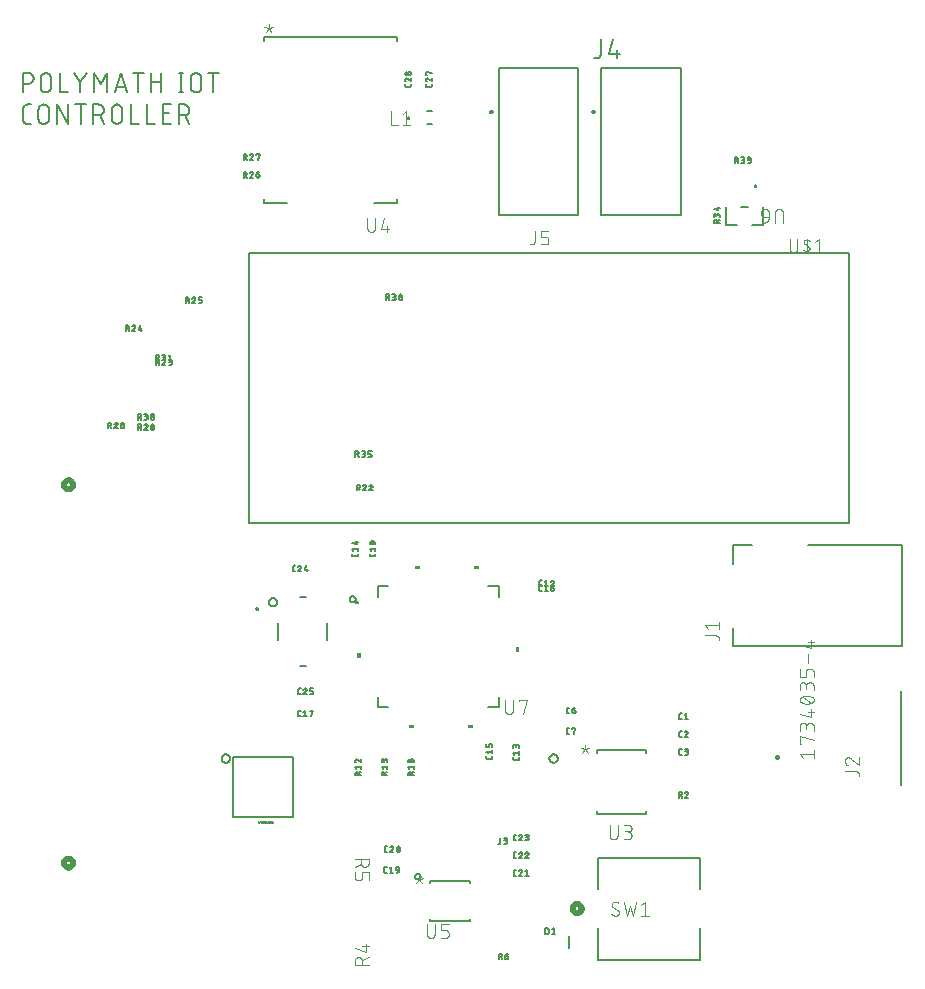
<source format=gbr>
G04 EAGLE Gerber RS-274X export*
G75*
%MOMM*%
%FSLAX34Y34*%
%LPD*%
%INSilkscreen Top*%
%IPPOS*%
%AMOC8*
5,1,8,0,0,1.08239X$1,22.5*%
G01*
%ADD10C,0.152400*%
%ADD11C,0.200000*%
%ADD12C,0.203200*%
%ADD13C,0.101600*%
%ADD14C,0.127000*%
%ADD15C,0.508000*%
%ADD16C,0.076200*%
%ADD17C,0.025400*%
%ADD18C,0.254000*%

G36*
X979407Y365384D02*
X979407Y365384D01*
X979409Y365383D01*
X979452Y365403D01*
X979496Y365421D01*
X979496Y365423D01*
X979498Y365424D01*
X979531Y365509D01*
X979531Y368049D01*
X979530Y368051D01*
X979531Y368053D01*
X979511Y368096D01*
X979493Y368140D01*
X979491Y368140D01*
X979490Y368142D01*
X979405Y368175D01*
X975595Y368175D01*
X975593Y368174D01*
X975591Y368175D01*
X975548Y368155D01*
X975504Y368137D01*
X975504Y368135D01*
X975502Y368134D01*
X975469Y368049D01*
X975469Y365509D01*
X975470Y365507D01*
X975469Y365505D01*
X975489Y365462D01*
X975507Y365418D01*
X975509Y365418D01*
X975510Y365416D01*
X975595Y365383D01*
X979405Y365383D01*
X979407Y365384D01*
G37*
G36*
X1029407Y365384D02*
X1029407Y365384D01*
X1029409Y365383D01*
X1029452Y365403D01*
X1029496Y365421D01*
X1029496Y365423D01*
X1029498Y365424D01*
X1029531Y365509D01*
X1029531Y368049D01*
X1029530Y368051D01*
X1029531Y368053D01*
X1029511Y368096D01*
X1029493Y368140D01*
X1029491Y368140D01*
X1029490Y368142D01*
X1029405Y368175D01*
X1025595Y368175D01*
X1025593Y368174D01*
X1025591Y368175D01*
X1025548Y368155D01*
X1025504Y368137D01*
X1025504Y368135D01*
X1025502Y368134D01*
X1025469Y368049D01*
X1025469Y365509D01*
X1025470Y365507D01*
X1025469Y365505D01*
X1025489Y365462D01*
X1025507Y365418D01*
X1025509Y365418D01*
X1025510Y365416D01*
X1025595Y365383D01*
X1029405Y365383D01*
X1029407Y365384D01*
G37*
G36*
X1063551Y294970D02*
X1063551Y294970D01*
X1063553Y294969D01*
X1063596Y294989D01*
X1063640Y295007D01*
X1063640Y295009D01*
X1063642Y295010D01*
X1063675Y295095D01*
X1063675Y298905D01*
X1063674Y298907D01*
X1063675Y298909D01*
X1063655Y298952D01*
X1063637Y298996D01*
X1063635Y298996D01*
X1063634Y298998D01*
X1063549Y299031D01*
X1061009Y299031D01*
X1061007Y299030D01*
X1061005Y299031D01*
X1060962Y299011D01*
X1060918Y298993D01*
X1060918Y298991D01*
X1060916Y298990D01*
X1060883Y298905D01*
X1060883Y295095D01*
X1060884Y295093D01*
X1060883Y295091D01*
X1060903Y295048D01*
X1060921Y295004D01*
X1060923Y295004D01*
X1060924Y295002D01*
X1061009Y294969D01*
X1063549Y294969D01*
X1063551Y294970D01*
G37*
G36*
X928993Y289970D02*
X928993Y289970D01*
X928995Y289969D01*
X929038Y289989D01*
X929082Y290007D01*
X929082Y290009D01*
X929084Y290010D01*
X929117Y290095D01*
X929117Y293905D01*
X929116Y293907D01*
X929117Y293909D01*
X929097Y293952D01*
X929079Y293996D01*
X929077Y293996D01*
X929076Y293998D01*
X928991Y294031D01*
X926451Y294031D01*
X926449Y294030D01*
X926447Y294031D01*
X926404Y294011D01*
X926360Y293993D01*
X926360Y293991D01*
X926358Y293990D01*
X926325Y293905D01*
X926325Y290095D01*
X926326Y290093D01*
X926325Y290091D01*
X926345Y290048D01*
X926363Y290004D01*
X926365Y290004D01*
X926366Y290002D01*
X926451Y289969D01*
X928991Y289969D01*
X928993Y289970D01*
G37*
G36*
X1024407Y230826D02*
X1024407Y230826D01*
X1024409Y230825D01*
X1024452Y230845D01*
X1024496Y230863D01*
X1024496Y230865D01*
X1024498Y230866D01*
X1024531Y230951D01*
X1024531Y233491D01*
X1024530Y233493D01*
X1024531Y233495D01*
X1024511Y233538D01*
X1024493Y233582D01*
X1024491Y233582D01*
X1024490Y233584D01*
X1024405Y233617D01*
X1020595Y233617D01*
X1020593Y233616D01*
X1020591Y233617D01*
X1020548Y233597D01*
X1020504Y233579D01*
X1020504Y233577D01*
X1020502Y233576D01*
X1020469Y233491D01*
X1020469Y230951D01*
X1020470Y230949D01*
X1020469Y230947D01*
X1020489Y230904D01*
X1020507Y230860D01*
X1020509Y230860D01*
X1020510Y230858D01*
X1020595Y230825D01*
X1024405Y230825D01*
X1024407Y230826D01*
G37*
G36*
X974407Y230826D02*
X974407Y230826D01*
X974409Y230825D01*
X974452Y230845D01*
X974496Y230863D01*
X974496Y230865D01*
X974498Y230866D01*
X974531Y230951D01*
X974531Y233491D01*
X974530Y233493D01*
X974531Y233495D01*
X974511Y233538D01*
X974493Y233582D01*
X974491Y233582D01*
X974490Y233584D01*
X974405Y233617D01*
X970595Y233617D01*
X970593Y233616D01*
X970591Y233617D01*
X970548Y233597D01*
X970504Y233579D01*
X970504Y233577D01*
X970502Y233576D01*
X970469Y233491D01*
X970469Y230951D01*
X970470Y230949D01*
X970469Y230947D01*
X970489Y230904D01*
X970507Y230860D01*
X970509Y230860D01*
X970510Y230858D01*
X970595Y230825D01*
X974405Y230825D01*
X974407Y230826D01*
G37*
D10*
X643262Y769102D02*
X643262Y785358D01*
X647778Y785358D01*
X647911Y785356D01*
X648043Y785350D01*
X648175Y785340D01*
X648307Y785327D01*
X648439Y785309D01*
X648569Y785288D01*
X648700Y785263D01*
X648829Y785234D01*
X648957Y785201D01*
X649085Y785165D01*
X649211Y785125D01*
X649336Y785081D01*
X649460Y785033D01*
X649582Y784982D01*
X649703Y784927D01*
X649822Y784869D01*
X649940Y784807D01*
X650055Y784742D01*
X650169Y784673D01*
X650280Y784602D01*
X650389Y784526D01*
X650496Y784448D01*
X650601Y784367D01*
X650703Y784282D01*
X650803Y784195D01*
X650900Y784105D01*
X650995Y784012D01*
X651086Y783916D01*
X651175Y783818D01*
X651261Y783717D01*
X651344Y783613D01*
X651424Y783507D01*
X651500Y783399D01*
X651574Y783289D01*
X651644Y783176D01*
X651711Y783062D01*
X651774Y782945D01*
X651834Y782827D01*
X651891Y782707D01*
X651944Y782585D01*
X651993Y782462D01*
X652039Y782338D01*
X652081Y782212D01*
X652119Y782085D01*
X652154Y781957D01*
X652185Y781828D01*
X652212Y781699D01*
X652235Y781568D01*
X652255Y781437D01*
X652270Y781305D01*
X652282Y781173D01*
X652290Y781041D01*
X652294Y780908D01*
X652294Y780776D01*
X652290Y780643D01*
X652282Y780511D01*
X652270Y780379D01*
X652255Y780247D01*
X652235Y780116D01*
X652212Y779985D01*
X652185Y779856D01*
X652154Y779727D01*
X652119Y779599D01*
X652081Y779472D01*
X652039Y779346D01*
X651993Y779222D01*
X651944Y779099D01*
X651891Y778977D01*
X651834Y778857D01*
X651774Y778739D01*
X651711Y778622D01*
X651644Y778508D01*
X651574Y778395D01*
X651500Y778285D01*
X651424Y778177D01*
X651344Y778071D01*
X651261Y777967D01*
X651175Y777866D01*
X651086Y777768D01*
X650995Y777672D01*
X650900Y777579D01*
X650803Y777489D01*
X650703Y777402D01*
X650601Y777317D01*
X650496Y777236D01*
X650389Y777158D01*
X650280Y777082D01*
X650169Y777011D01*
X650055Y776942D01*
X649940Y776877D01*
X649822Y776815D01*
X649703Y776757D01*
X649582Y776702D01*
X649460Y776651D01*
X649336Y776603D01*
X649211Y776559D01*
X649085Y776519D01*
X648957Y776483D01*
X648829Y776450D01*
X648700Y776421D01*
X648569Y776396D01*
X648439Y776375D01*
X648307Y776357D01*
X648175Y776344D01*
X648043Y776334D01*
X647911Y776328D01*
X647778Y776326D01*
X647778Y776327D02*
X643262Y776327D01*
X658161Y773618D02*
X658161Y780842D01*
X658163Y780975D01*
X658169Y781107D01*
X658179Y781239D01*
X658192Y781371D01*
X658210Y781503D01*
X658231Y781633D01*
X658256Y781764D01*
X658285Y781893D01*
X658318Y782021D01*
X658354Y782149D01*
X658394Y782275D01*
X658438Y782400D01*
X658486Y782524D01*
X658537Y782646D01*
X658592Y782767D01*
X658650Y782886D01*
X658712Y783004D01*
X658777Y783119D01*
X658846Y783233D01*
X658917Y783344D01*
X658993Y783453D01*
X659071Y783560D01*
X659152Y783665D01*
X659237Y783767D01*
X659324Y783867D01*
X659414Y783964D01*
X659507Y784059D01*
X659603Y784150D01*
X659701Y784239D01*
X659802Y784325D01*
X659906Y784408D01*
X660012Y784488D01*
X660120Y784564D01*
X660230Y784638D01*
X660343Y784708D01*
X660457Y784775D01*
X660574Y784838D01*
X660692Y784898D01*
X660812Y784955D01*
X660934Y785008D01*
X661057Y785057D01*
X661181Y785103D01*
X661307Y785145D01*
X661434Y785183D01*
X661562Y785218D01*
X661691Y785249D01*
X661820Y785276D01*
X661951Y785299D01*
X662082Y785319D01*
X662214Y785334D01*
X662346Y785346D01*
X662478Y785354D01*
X662611Y785358D01*
X662743Y785358D01*
X662876Y785354D01*
X663008Y785346D01*
X663140Y785334D01*
X663272Y785319D01*
X663403Y785299D01*
X663534Y785276D01*
X663663Y785249D01*
X663792Y785218D01*
X663920Y785183D01*
X664047Y785145D01*
X664173Y785103D01*
X664297Y785057D01*
X664420Y785008D01*
X664542Y784955D01*
X664662Y784898D01*
X664780Y784838D01*
X664897Y784775D01*
X665011Y784708D01*
X665124Y784638D01*
X665234Y784564D01*
X665342Y784488D01*
X665448Y784408D01*
X665552Y784325D01*
X665653Y784239D01*
X665751Y784150D01*
X665847Y784059D01*
X665940Y783964D01*
X666030Y783867D01*
X666117Y783767D01*
X666202Y783665D01*
X666283Y783560D01*
X666361Y783453D01*
X666437Y783344D01*
X666508Y783233D01*
X666577Y783119D01*
X666642Y783004D01*
X666704Y782886D01*
X666762Y782767D01*
X666817Y782646D01*
X666868Y782524D01*
X666916Y782400D01*
X666960Y782275D01*
X667000Y782149D01*
X667036Y782021D01*
X667069Y781893D01*
X667098Y781764D01*
X667123Y781633D01*
X667144Y781503D01*
X667162Y781371D01*
X667175Y781239D01*
X667185Y781107D01*
X667191Y780975D01*
X667193Y780842D01*
X667192Y780842D02*
X667192Y773618D01*
X667193Y773618D02*
X667191Y773485D01*
X667185Y773353D01*
X667175Y773221D01*
X667162Y773089D01*
X667144Y772957D01*
X667123Y772827D01*
X667098Y772696D01*
X667069Y772567D01*
X667036Y772439D01*
X667000Y772311D01*
X666960Y772185D01*
X666916Y772060D01*
X666868Y771936D01*
X666817Y771814D01*
X666762Y771693D01*
X666704Y771574D01*
X666642Y771456D01*
X666577Y771341D01*
X666508Y771227D01*
X666437Y771116D01*
X666361Y771007D01*
X666283Y770900D01*
X666202Y770795D01*
X666117Y770693D01*
X666030Y770593D01*
X665940Y770496D01*
X665847Y770401D01*
X665751Y770310D01*
X665653Y770221D01*
X665552Y770135D01*
X665448Y770052D01*
X665342Y769972D01*
X665234Y769896D01*
X665124Y769822D01*
X665011Y769752D01*
X664897Y769685D01*
X664780Y769622D01*
X664662Y769562D01*
X664542Y769505D01*
X664420Y769452D01*
X664297Y769403D01*
X664173Y769357D01*
X664047Y769315D01*
X663920Y769277D01*
X663792Y769242D01*
X663663Y769211D01*
X663534Y769184D01*
X663403Y769161D01*
X663272Y769141D01*
X663140Y769126D01*
X663008Y769114D01*
X662876Y769106D01*
X662743Y769102D01*
X662611Y769102D01*
X662478Y769106D01*
X662346Y769114D01*
X662214Y769126D01*
X662082Y769141D01*
X661951Y769161D01*
X661820Y769184D01*
X661691Y769211D01*
X661562Y769242D01*
X661434Y769277D01*
X661307Y769315D01*
X661181Y769357D01*
X661057Y769403D01*
X660934Y769452D01*
X660812Y769505D01*
X660692Y769562D01*
X660574Y769622D01*
X660457Y769685D01*
X660343Y769752D01*
X660230Y769822D01*
X660120Y769896D01*
X660012Y769972D01*
X659906Y770052D01*
X659802Y770135D01*
X659701Y770221D01*
X659603Y770310D01*
X659507Y770401D01*
X659414Y770496D01*
X659324Y770593D01*
X659237Y770693D01*
X659152Y770795D01*
X659071Y770900D01*
X658993Y771007D01*
X658917Y771116D01*
X658846Y771227D01*
X658777Y771341D01*
X658712Y771456D01*
X658650Y771574D01*
X658592Y771693D01*
X658537Y771814D01*
X658486Y771936D01*
X658438Y772060D01*
X658394Y772185D01*
X658354Y772311D01*
X658318Y772439D01*
X658285Y772567D01*
X658256Y772696D01*
X658231Y772827D01*
X658210Y772957D01*
X658192Y773089D01*
X658179Y773221D01*
X658169Y773353D01*
X658163Y773485D01*
X658161Y773618D01*
X674343Y769102D02*
X674343Y785358D01*
X674343Y769102D02*
X681568Y769102D01*
X691855Y777682D02*
X686436Y785358D01*
X691855Y777682D02*
X697274Y785358D01*
X691855Y777682D02*
X691855Y769102D01*
X703631Y769102D02*
X703631Y785358D01*
X709049Y776327D01*
X714468Y785358D01*
X714468Y769102D01*
X720825Y769102D02*
X726244Y785358D01*
X731662Y769102D01*
X730308Y773166D02*
X722180Y773166D01*
X740833Y769102D02*
X740833Y785358D01*
X736317Y785358D02*
X745349Y785358D01*
X751428Y785358D02*
X751428Y769102D01*
X751428Y778133D02*
X760459Y778133D01*
X760459Y785358D02*
X760459Y769102D01*
X777306Y769102D02*
X777306Y785358D01*
X775500Y769102D02*
X779112Y769102D01*
X779112Y785358D02*
X775500Y785358D01*
X785295Y780842D02*
X785295Y773618D01*
X785295Y780842D02*
X785297Y780975D01*
X785303Y781107D01*
X785313Y781239D01*
X785326Y781371D01*
X785344Y781503D01*
X785365Y781633D01*
X785390Y781764D01*
X785419Y781893D01*
X785452Y782021D01*
X785488Y782149D01*
X785528Y782275D01*
X785572Y782400D01*
X785620Y782524D01*
X785671Y782646D01*
X785726Y782767D01*
X785784Y782886D01*
X785846Y783004D01*
X785911Y783119D01*
X785980Y783233D01*
X786051Y783344D01*
X786127Y783453D01*
X786205Y783560D01*
X786286Y783665D01*
X786371Y783767D01*
X786458Y783867D01*
X786548Y783964D01*
X786641Y784059D01*
X786737Y784150D01*
X786835Y784239D01*
X786936Y784325D01*
X787040Y784408D01*
X787146Y784488D01*
X787254Y784564D01*
X787364Y784638D01*
X787477Y784708D01*
X787591Y784775D01*
X787708Y784838D01*
X787826Y784898D01*
X787946Y784955D01*
X788068Y785008D01*
X788191Y785057D01*
X788315Y785103D01*
X788441Y785145D01*
X788568Y785183D01*
X788696Y785218D01*
X788825Y785249D01*
X788954Y785276D01*
X789085Y785299D01*
X789216Y785319D01*
X789348Y785334D01*
X789480Y785346D01*
X789612Y785354D01*
X789745Y785358D01*
X789877Y785358D01*
X790010Y785354D01*
X790142Y785346D01*
X790274Y785334D01*
X790406Y785319D01*
X790537Y785299D01*
X790668Y785276D01*
X790797Y785249D01*
X790926Y785218D01*
X791054Y785183D01*
X791181Y785145D01*
X791307Y785103D01*
X791431Y785057D01*
X791554Y785008D01*
X791676Y784955D01*
X791796Y784898D01*
X791914Y784838D01*
X792031Y784775D01*
X792145Y784708D01*
X792258Y784638D01*
X792368Y784564D01*
X792476Y784488D01*
X792582Y784408D01*
X792686Y784325D01*
X792787Y784239D01*
X792885Y784150D01*
X792981Y784059D01*
X793074Y783964D01*
X793164Y783867D01*
X793251Y783767D01*
X793336Y783665D01*
X793417Y783560D01*
X793495Y783453D01*
X793571Y783344D01*
X793642Y783233D01*
X793711Y783119D01*
X793776Y783004D01*
X793838Y782886D01*
X793896Y782767D01*
X793951Y782646D01*
X794002Y782524D01*
X794050Y782400D01*
X794094Y782275D01*
X794134Y782149D01*
X794170Y782021D01*
X794203Y781893D01*
X794232Y781764D01*
X794257Y781633D01*
X794278Y781503D01*
X794296Y781371D01*
X794309Y781239D01*
X794319Y781107D01*
X794325Y780975D01*
X794327Y780842D01*
X794326Y780842D02*
X794326Y773618D01*
X794327Y773618D02*
X794325Y773485D01*
X794319Y773353D01*
X794309Y773221D01*
X794296Y773089D01*
X794278Y772957D01*
X794257Y772827D01*
X794232Y772696D01*
X794203Y772567D01*
X794170Y772439D01*
X794134Y772311D01*
X794094Y772185D01*
X794050Y772060D01*
X794002Y771936D01*
X793951Y771814D01*
X793896Y771693D01*
X793838Y771574D01*
X793776Y771456D01*
X793711Y771341D01*
X793642Y771227D01*
X793571Y771116D01*
X793495Y771007D01*
X793417Y770900D01*
X793336Y770795D01*
X793251Y770693D01*
X793164Y770593D01*
X793074Y770496D01*
X792981Y770401D01*
X792885Y770310D01*
X792787Y770221D01*
X792686Y770135D01*
X792582Y770052D01*
X792476Y769972D01*
X792368Y769896D01*
X792258Y769822D01*
X792145Y769752D01*
X792031Y769685D01*
X791914Y769622D01*
X791796Y769562D01*
X791676Y769505D01*
X791554Y769452D01*
X791431Y769403D01*
X791307Y769357D01*
X791181Y769315D01*
X791054Y769277D01*
X790926Y769242D01*
X790797Y769211D01*
X790668Y769184D01*
X790537Y769161D01*
X790406Y769141D01*
X790274Y769126D01*
X790142Y769114D01*
X790010Y769106D01*
X789877Y769102D01*
X789745Y769102D01*
X789612Y769106D01*
X789480Y769114D01*
X789348Y769126D01*
X789216Y769141D01*
X789085Y769161D01*
X788954Y769184D01*
X788825Y769211D01*
X788696Y769242D01*
X788568Y769277D01*
X788441Y769315D01*
X788315Y769357D01*
X788191Y769403D01*
X788068Y769452D01*
X787946Y769505D01*
X787826Y769562D01*
X787708Y769622D01*
X787591Y769685D01*
X787477Y769752D01*
X787364Y769822D01*
X787254Y769896D01*
X787146Y769972D01*
X787040Y770052D01*
X786936Y770135D01*
X786835Y770221D01*
X786737Y770310D01*
X786641Y770401D01*
X786548Y770496D01*
X786458Y770593D01*
X786371Y770693D01*
X786286Y770795D01*
X786205Y770900D01*
X786127Y771007D01*
X786051Y771116D01*
X785980Y771227D01*
X785911Y771341D01*
X785846Y771456D01*
X785784Y771574D01*
X785726Y771693D01*
X785671Y771814D01*
X785620Y771936D01*
X785572Y772060D01*
X785528Y772185D01*
X785488Y772311D01*
X785452Y772439D01*
X785419Y772567D01*
X785390Y772696D01*
X785365Y772827D01*
X785344Y772957D01*
X785326Y773089D01*
X785313Y773221D01*
X785303Y773353D01*
X785297Y773485D01*
X785295Y773618D01*
X804400Y769102D02*
X804400Y785358D01*
X799884Y785358D02*
X808916Y785358D01*
X650487Y742432D02*
X646874Y742432D01*
X646756Y742434D01*
X646638Y742440D01*
X646520Y742449D01*
X646403Y742463D01*
X646286Y742480D01*
X646169Y742501D01*
X646054Y742526D01*
X645939Y742555D01*
X645825Y742588D01*
X645713Y742624D01*
X645602Y742664D01*
X645492Y742707D01*
X645383Y742754D01*
X645276Y742804D01*
X645171Y742859D01*
X645068Y742916D01*
X644967Y742977D01*
X644867Y743041D01*
X644770Y743108D01*
X644675Y743178D01*
X644583Y743252D01*
X644492Y743328D01*
X644405Y743408D01*
X644320Y743490D01*
X644238Y743575D01*
X644158Y743662D01*
X644082Y743753D01*
X644008Y743845D01*
X643938Y743940D01*
X643871Y744037D01*
X643807Y744137D01*
X643746Y744238D01*
X643689Y744341D01*
X643634Y744446D01*
X643584Y744553D01*
X643537Y744662D01*
X643494Y744772D01*
X643454Y744883D01*
X643418Y744995D01*
X643385Y745109D01*
X643356Y745224D01*
X643331Y745339D01*
X643310Y745456D01*
X643293Y745573D01*
X643279Y745690D01*
X643270Y745808D01*
X643264Y745926D01*
X643262Y746044D01*
X643262Y755076D01*
X643264Y755194D01*
X643270Y755312D01*
X643279Y755430D01*
X643293Y755547D01*
X643310Y755664D01*
X643331Y755781D01*
X643356Y755896D01*
X643385Y756011D01*
X643418Y756125D01*
X643454Y756237D01*
X643494Y756348D01*
X643537Y756458D01*
X643584Y756567D01*
X643634Y756674D01*
X643688Y756779D01*
X643746Y756882D01*
X643807Y756983D01*
X643871Y757083D01*
X643938Y757180D01*
X644008Y757275D01*
X644082Y757367D01*
X644158Y757458D01*
X644238Y757545D01*
X644320Y757630D01*
X644405Y757712D01*
X644492Y757792D01*
X644583Y757868D01*
X644675Y757942D01*
X644770Y758012D01*
X644867Y758079D01*
X644967Y758143D01*
X645068Y758204D01*
X645171Y758261D01*
X645276Y758315D01*
X645383Y758366D01*
X645492Y758413D01*
X645602Y758456D01*
X645713Y758496D01*
X645825Y758532D01*
X645939Y758565D01*
X646054Y758594D01*
X646169Y758619D01*
X646286Y758640D01*
X646403Y758657D01*
X646520Y758671D01*
X646638Y758680D01*
X646756Y758686D01*
X646874Y758688D01*
X650487Y758688D01*
X656328Y754172D02*
X656328Y746948D01*
X656327Y754172D02*
X656329Y754305D01*
X656335Y754437D01*
X656345Y754569D01*
X656358Y754701D01*
X656376Y754833D01*
X656397Y754963D01*
X656422Y755094D01*
X656451Y755223D01*
X656484Y755351D01*
X656520Y755479D01*
X656560Y755605D01*
X656604Y755730D01*
X656652Y755854D01*
X656703Y755976D01*
X656758Y756097D01*
X656816Y756216D01*
X656878Y756334D01*
X656943Y756449D01*
X657012Y756563D01*
X657083Y756674D01*
X657159Y756783D01*
X657237Y756890D01*
X657318Y756995D01*
X657403Y757097D01*
X657490Y757197D01*
X657580Y757294D01*
X657673Y757389D01*
X657769Y757480D01*
X657867Y757569D01*
X657968Y757655D01*
X658072Y757738D01*
X658178Y757818D01*
X658286Y757894D01*
X658396Y757968D01*
X658509Y758038D01*
X658623Y758105D01*
X658740Y758168D01*
X658858Y758228D01*
X658978Y758285D01*
X659100Y758338D01*
X659223Y758387D01*
X659347Y758433D01*
X659473Y758475D01*
X659600Y758513D01*
X659728Y758548D01*
X659857Y758579D01*
X659986Y758606D01*
X660117Y758629D01*
X660248Y758649D01*
X660380Y758664D01*
X660512Y758676D01*
X660644Y758684D01*
X660777Y758688D01*
X660909Y758688D01*
X661042Y758684D01*
X661174Y758676D01*
X661306Y758664D01*
X661438Y758649D01*
X661569Y758629D01*
X661700Y758606D01*
X661829Y758579D01*
X661958Y758548D01*
X662086Y758513D01*
X662213Y758475D01*
X662339Y758433D01*
X662463Y758387D01*
X662586Y758338D01*
X662708Y758285D01*
X662828Y758228D01*
X662946Y758168D01*
X663063Y758105D01*
X663177Y758038D01*
X663290Y757968D01*
X663400Y757894D01*
X663508Y757818D01*
X663614Y757738D01*
X663718Y757655D01*
X663819Y757569D01*
X663917Y757480D01*
X664013Y757389D01*
X664106Y757294D01*
X664196Y757197D01*
X664283Y757097D01*
X664368Y756995D01*
X664449Y756890D01*
X664527Y756783D01*
X664603Y756674D01*
X664674Y756563D01*
X664743Y756449D01*
X664808Y756334D01*
X664870Y756216D01*
X664928Y756097D01*
X664983Y755976D01*
X665034Y755854D01*
X665082Y755730D01*
X665126Y755605D01*
X665166Y755479D01*
X665202Y755351D01*
X665235Y755223D01*
X665264Y755094D01*
X665289Y754963D01*
X665310Y754833D01*
X665328Y754701D01*
X665341Y754569D01*
X665351Y754437D01*
X665357Y754305D01*
X665359Y754172D01*
X665359Y746948D01*
X665357Y746815D01*
X665351Y746683D01*
X665341Y746551D01*
X665328Y746419D01*
X665310Y746287D01*
X665289Y746157D01*
X665264Y746026D01*
X665235Y745897D01*
X665202Y745769D01*
X665166Y745641D01*
X665126Y745515D01*
X665082Y745390D01*
X665034Y745266D01*
X664983Y745144D01*
X664928Y745023D01*
X664870Y744904D01*
X664808Y744786D01*
X664743Y744671D01*
X664674Y744557D01*
X664603Y744446D01*
X664527Y744337D01*
X664449Y744230D01*
X664368Y744125D01*
X664283Y744023D01*
X664196Y743923D01*
X664106Y743826D01*
X664013Y743731D01*
X663917Y743640D01*
X663819Y743551D01*
X663718Y743465D01*
X663614Y743382D01*
X663508Y743302D01*
X663400Y743226D01*
X663290Y743152D01*
X663177Y743082D01*
X663063Y743015D01*
X662946Y742952D01*
X662828Y742892D01*
X662708Y742835D01*
X662586Y742782D01*
X662463Y742733D01*
X662339Y742687D01*
X662213Y742645D01*
X662086Y742607D01*
X661958Y742572D01*
X661829Y742541D01*
X661700Y742514D01*
X661569Y742491D01*
X661438Y742471D01*
X661306Y742456D01*
X661174Y742444D01*
X661042Y742436D01*
X660909Y742432D01*
X660777Y742432D01*
X660644Y742436D01*
X660512Y742444D01*
X660380Y742456D01*
X660248Y742471D01*
X660117Y742491D01*
X659986Y742514D01*
X659857Y742541D01*
X659728Y742572D01*
X659600Y742607D01*
X659473Y742645D01*
X659347Y742687D01*
X659223Y742733D01*
X659100Y742782D01*
X658978Y742835D01*
X658858Y742892D01*
X658740Y742952D01*
X658623Y743015D01*
X658509Y743082D01*
X658396Y743152D01*
X658286Y743226D01*
X658178Y743302D01*
X658072Y743382D01*
X657968Y743465D01*
X657867Y743551D01*
X657769Y743640D01*
X657673Y743731D01*
X657580Y743826D01*
X657490Y743923D01*
X657403Y744023D01*
X657318Y744125D01*
X657237Y744230D01*
X657159Y744337D01*
X657083Y744446D01*
X657012Y744557D01*
X656943Y744671D01*
X656878Y744786D01*
X656816Y744904D01*
X656758Y745023D01*
X656703Y745144D01*
X656652Y745266D01*
X656604Y745390D01*
X656560Y745515D01*
X656520Y745641D01*
X656484Y745769D01*
X656451Y745897D01*
X656422Y746026D01*
X656397Y746157D01*
X656376Y746287D01*
X656358Y746419D01*
X656345Y746551D01*
X656335Y746683D01*
X656329Y746815D01*
X656327Y746948D01*
X672480Y742432D02*
X672480Y758688D01*
X681511Y742432D01*
X681511Y758688D01*
X692106Y758688D02*
X692106Y742432D01*
X687590Y758688D02*
X696621Y758688D01*
X702792Y758688D02*
X702792Y742432D01*
X702792Y758688D02*
X707307Y758688D01*
X707440Y758686D01*
X707572Y758680D01*
X707704Y758670D01*
X707836Y758657D01*
X707968Y758639D01*
X708098Y758618D01*
X708229Y758593D01*
X708358Y758564D01*
X708486Y758531D01*
X708614Y758495D01*
X708740Y758455D01*
X708865Y758411D01*
X708989Y758363D01*
X709111Y758312D01*
X709232Y758257D01*
X709351Y758199D01*
X709469Y758137D01*
X709584Y758072D01*
X709698Y758003D01*
X709809Y757932D01*
X709918Y757856D01*
X710025Y757778D01*
X710130Y757697D01*
X710232Y757612D01*
X710332Y757525D01*
X710429Y757435D01*
X710524Y757342D01*
X710615Y757246D01*
X710704Y757148D01*
X710790Y757047D01*
X710873Y756943D01*
X710953Y756837D01*
X711029Y756729D01*
X711103Y756619D01*
X711173Y756506D01*
X711240Y756392D01*
X711303Y756275D01*
X711363Y756157D01*
X711420Y756037D01*
X711473Y755915D01*
X711522Y755792D01*
X711568Y755668D01*
X711610Y755542D01*
X711648Y755415D01*
X711683Y755287D01*
X711714Y755158D01*
X711741Y755029D01*
X711764Y754898D01*
X711784Y754767D01*
X711799Y754635D01*
X711811Y754503D01*
X711819Y754371D01*
X711823Y754238D01*
X711823Y754106D01*
X711819Y753973D01*
X711811Y753841D01*
X711799Y753709D01*
X711784Y753577D01*
X711764Y753446D01*
X711741Y753315D01*
X711714Y753186D01*
X711683Y753057D01*
X711648Y752929D01*
X711610Y752802D01*
X711568Y752676D01*
X711522Y752552D01*
X711473Y752429D01*
X711420Y752307D01*
X711363Y752187D01*
X711303Y752069D01*
X711240Y751952D01*
X711173Y751838D01*
X711103Y751725D01*
X711029Y751615D01*
X710953Y751507D01*
X710873Y751401D01*
X710790Y751297D01*
X710704Y751196D01*
X710615Y751098D01*
X710524Y751002D01*
X710429Y750909D01*
X710332Y750819D01*
X710232Y750732D01*
X710130Y750647D01*
X710025Y750566D01*
X709918Y750488D01*
X709809Y750412D01*
X709698Y750341D01*
X709584Y750272D01*
X709469Y750207D01*
X709351Y750145D01*
X709232Y750087D01*
X709111Y750032D01*
X708989Y749981D01*
X708865Y749933D01*
X708740Y749889D01*
X708614Y749849D01*
X708486Y749813D01*
X708358Y749780D01*
X708229Y749751D01*
X708098Y749726D01*
X707968Y749705D01*
X707836Y749687D01*
X707704Y749674D01*
X707572Y749664D01*
X707440Y749658D01*
X707307Y749656D01*
X707307Y749657D02*
X702792Y749657D01*
X708210Y749657D02*
X711823Y742432D01*
X718331Y746948D02*
X718331Y754172D01*
X718333Y754305D01*
X718339Y754437D01*
X718349Y754569D01*
X718362Y754701D01*
X718380Y754833D01*
X718401Y754963D01*
X718426Y755094D01*
X718455Y755223D01*
X718488Y755351D01*
X718524Y755479D01*
X718564Y755605D01*
X718608Y755730D01*
X718656Y755854D01*
X718707Y755976D01*
X718762Y756097D01*
X718820Y756216D01*
X718882Y756334D01*
X718947Y756449D01*
X719016Y756563D01*
X719087Y756674D01*
X719163Y756783D01*
X719241Y756890D01*
X719322Y756995D01*
X719407Y757097D01*
X719494Y757197D01*
X719584Y757294D01*
X719677Y757389D01*
X719773Y757480D01*
X719871Y757569D01*
X719972Y757655D01*
X720076Y757738D01*
X720182Y757818D01*
X720290Y757894D01*
X720400Y757968D01*
X720513Y758038D01*
X720627Y758105D01*
X720744Y758168D01*
X720862Y758228D01*
X720982Y758285D01*
X721104Y758338D01*
X721227Y758387D01*
X721351Y758433D01*
X721477Y758475D01*
X721604Y758513D01*
X721732Y758548D01*
X721861Y758579D01*
X721990Y758606D01*
X722121Y758629D01*
X722252Y758649D01*
X722384Y758664D01*
X722516Y758676D01*
X722648Y758684D01*
X722781Y758688D01*
X722913Y758688D01*
X723046Y758684D01*
X723178Y758676D01*
X723310Y758664D01*
X723442Y758649D01*
X723573Y758629D01*
X723704Y758606D01*
X723833Y758579D01*
X723962Y758548D01*
X724090Y758513D01*
X724217Y758475D01*
X724343Y758433D01*
X724467Y758387D01*
X724590Y758338D01*
X724712Y758285D01*
X724832Y758228D01*
X724950Y758168D01*
X725067Y758105D01*
X725181Y758038D01*
X725294Y757968D01*
X725404Y757894D01*
X725512Y757818D01*
X725618Y757738D01*
X725722Y757655D01*
X725823Y757569D01*
X725921Y757480D01*
X726017Y757389D01*
X726110Y757294D01*
X726200Y757197D01*
X726287Y757097D01*
X726372Y756995D01*
X726453Y756890D01*
X726531Y756783D01*
X726607Y756674D01*
X726678Y756563D01*
X726747Y756449D01*
X726812Y756334D01*
X726874Y756216D01*
X726932Y756097D01*
X726987Y755976D01*
X727038Y755854D01*
X727086Y755730D01*
X727130Y755605D01*
X727170Y755479D01*
X727206Y755351D01*
X727239Y755223D01*
X727268Y755094D01*
X727293Y754963D01*
X727314Y754833D01*
X727332Y754701D01*
X727345Y754569D01*
X727355Y754437D01*
X727361Y754305D01*
X727363Y754172D01*
X727363Y746948D01*
X727361Y746815D01*
X727355Y746683D01*
X727345Y746551D01*
X727332Y746419D01*
X727314Y746287D01*
X727293Y746157D01*
X727268Y746026D01*
X727239Y745897D01*
X727206Y745769D01*
X727170Y745641D01*
X727130Y745515D01*
X727086Y745390D01*
X727038Y745266D01*
X726987Y745144D01*
X726932Y745023D01*
X726874Y744904D01*
X726812Y744786D01*
X726747Y744671D01*
X726678Y744557D01*
X726607Y744446D01*
X726531Y744337D01*
X726453Y744230D01*
X726372Y744125D01*
X726287Y744023D01*
X726200Y743923D01*
X726110Y743826D01*
X726017Y743731D01*
X725921Y743640D01*
X725823Y743551D01*
X725722Y743465D01*
X725618Y743382D01*
X725512Y743302D01*
X725404Y743226D01*
X725294Y743152D01*
X725181Y743082D01*
X725067Y743015D01*
X724950Y742952D01*
X724832Y742892D01*
X724712Y742835D01*
X724590Y742782D01*
X724467Y742733D01*
X724343Y742687D01*
X724217Y742645D01*
X724090Y742607D01*
X723962Y742572D01*
X723833Y742541D01*
X723704Y742514D01*
X723573Y742491D01*
X723442Y742471D01*
X723310Y742456D01*
X723178Y742444D01*
X723046Y742436D01*
X722913Y742432D01*
X722781Y742432D01*
X722648Y742436D01*
X722516Y742444D01*
X722384Y742456D01*
X722252Y742471D01*
X722121Y742491D01*
X721990Y742514D01*
X721861Y742541D01*
X721732Y742572D01*
X721604Y742607D01*
X721477Y742645D01*
X721351Y742687D01*
X721227Y742733D01*
X721104Y742782D01*
X720982Y742835D01*
X720862Y742892D01*
X720744Y742952D01*
X720627Y743015D01*
X720513Y743082D01*
X720400Y743152D01*
X720290Y743226D01*
X720182Y743302D01*
X720076Y743382D01*
X719972Y743465D01*
X719871Y743551D01*
X719773Y743640D01*
X719677Y743731D01*
X719584Y743826D01*
X719494Y743923D01*
X719407Y744023D01*
X719322Y744125D01*
X719241Y744230D01*
X719163Y744337D01*
X719087Y744446D01*
X719016Y744557D01*
X718947Y744671D01*
X718882Y744786D01*
X718820Y744904D01*
X718762Y745023D01*
X718707Y745144D01*
X718656Y745266D01*
X718608Y745390D01*
X718564Y745515D01*
X718524Y745641D01*
X718488Y745769D01*
X718455Y745897D01*
X718426Y746026D01*
X718401Y746157D01*
X718380Y746287D01*
X718362Y746419D01*
X718349Y746551D01*
X718339Y746683D01*
X718333Y746815D01*
X718331Y746948D01*
X734514Y742432D02*
X734514Y758688D01*
X734514Y742432D02*
X741738Y742432D01*
X748061Y742432D02*
X748061Y758688D01*
X748061Y742432D02*
X755285Y742432D01*
X761608Y742432D02*
X768833Y742432D01*
X761608Y742432D02*
X761608Y758688D01*
X768833Y758688D01*
X767026Y751463D02*
X761608Y751463D01*
X775216Y758688D02*
X775216Y742432D01*
X775216Y758688D02*
X779732Y758688D01*
X779865Y758686D01*
X779997Y758680D01*
X780129Y758670D01*
X780261Y758657D01*
X780393Y758639D01*
X780523Y758618D01*
X780654Y758593D01*
X780783Y758564D01*
X780911Y758531D01*
X781039Y758495D01*
X781165Y758455D01*
X781290Y758411D01*
X781414Y758363D01*
X781536Y758312D01*
X781657Y758257D01*
X781776Y758199D01*
X781894Y758137D01*
X782009Y758072D01*
X782123Y758003D01*
X782234Y757932D01*
X782343Y757856D01*
X782450Y757778D01*
X782555Y757697D01*
X782657Y757612D01*
X782757Y757525D01*
X782854Y757435D01*
X782949Y757342D01*
X783040Y757246D01*
X783129Y757148D01*
X783215Y757047D01*
X783298Y756943D01*
X783378Y756837D01*
X783454Y756729D01*
X783528Y756619D01*
X783598Y756506D01*
X783665Y756392D01*
X783728Y756275D01*
X783788Y756157D01*
X783845Y756037D01*
X783898Y755915D01*
X783947Y755792D01*
X783993Y755668D01*
X784035Y755542D01*
X784073Y755415D01*
X784108Y755287D01*
X784139Y755158D01*
X784166Y755029D01*
X784189Y754898D01*
X784209Y754767D01*
X784224Y754635D01*
X784236Y754503D01*
X784244Y754371D01*
X784248Y754238D01*
X784248Y754106D01*
X784244Y753973D01*
X784236Y753841D01*
X784224Y753709D01*
X784209Y753577D01*
X784189Y753446D01*
X784166Y753315D01*
X784139Y753186D01*
X784108Y753057D01*
X784073Y752929D01*
X784035Y752802D01*
X783993Y752676D01*
X783947Y752552D01*
X783898Y752429D01*
X783845Y752307D01*
X783788Y752187D01*
X783728Y752069D01*
X783665Y751952D01*
X783598Y751838D01*
X783528Y751725D01*
X783454Y751615D01*
X783378Y751507D01*
X783298Y751401D01*
X783215Y751297D01*
X783129Y751196D01*
X783040Y751098D01*
X782949Y751002D01*
X782854Y750909D01*
X782757Y750819D01*
X782657Y750732D01*
X782555Y750647D01*
X782450Y750566D01*
X782343Y750488D01*
X782234Y750412D01*
X782123Y750341D01*
X782009Y750272D01*
X781894Y750207D01*
X781776Y750145D01*
X781657Y750087D01*
X781536Y750032D01*
X781414Y749981D01*
X781290Y749933D01*
X781165Y749889D01*
X781039Y749849D01*
X780911Y749813D01*
X780783Y749780D01*
X780654Y749751D01*
X780523Y749726D01*
X780393Y749705D01*
X780261Y749687D01*
X780129Y749674D01*
X779997Y749664D01*
X779865Y749658D01*
X779732Y749656D01*
X779732Y749657D02*
X775216Y749657D01*
X780635Y749657D02*
X784248Y742432D01*
D11*
X811464Y205000D02*
X811466Y205119D01*
X811472Y205237D01*
X811482Y205356D01*
X811496Y205474D01*
X811514Y205591D01*
X811536Y205708D01*
X811561Y205824D01*
X811591Y205939D01*
X811624Y206053D01*
X811662Y206166D01*
X811703Y206277D01*
X811748Y206387D01*
X811796Y206496D01*
X811848Y206603D01*
X811904Y206708D01*
X811963Y206811D01*
X812025Y206912D01*
X812091Y207011D01*
X812160Y207107D01*
X812233Y207201D01*
X812308Y207293D01*
X812387Y207382D01*
X812468Y207469D01*
X812553Y207552D01*
X812640Y207633D01*
X812730Y207711D01*
X812822Y207786D01*
X812917Y207857D01*
X813014Y207926D01*
X813113Y207991D01*
X813215Y208052D01*
X813318Y208111D01*
X813424Y208165D01*
X813531Y208216D01*
X813640Y208264D01*
X813750Y208308D01*
X813862Y208348D01*
X813975Y208384D01*
X814090Y208417D01*
X814205Y208445D01*
X814321Y208470D01*
X814438Y208491D01*
X814556Y208508D01*
X814674Y208521D01*
X814792Y208530D01*
X814911Y208535D01*
X815030Y208536D01*
X815148Y208533D01*
X815267Y208526D01*
X815385Y208515D01*
X815503Y208500D01*
X815621Y208481D01*
X815737Y208458D01*
X815853Y208432D01*
X815968Y208401D01*
X816081Y208367D01*
X816194Y208328D01*
X816305Y208286D01*
X816415Y208241D01*
X816523Y208191D01*
X816629Y208138D01*
X816734Y208082D01*
X816836Y208022D01*
X816937Y207959D01*
X817035Y207892D01*
X817131Y207822D01*
X817225Y207749D01*
X817316Y207672D01*
X817404Y207593D01*
X817490Y207511D01*
X817573Y207426D01*
X817653Y207338D01*
X817730Y207248D01*
X817804Y207155D01*
X817875Y207059D01*
X817942Y206961D01*
X818006Y206861D01*
X818067Y206759D01*
X818125Y206655D01*
X818178Y206549D01*
X818229Y206442D01*
X818275Y206333D01*
X818318Y206222D01*
X818357Y206110D01*
X818393Y205996D01*
X818424Y205882D01*
X818452Y205766D01*
X818476Y205650D01*
X818496Y205533D01*
X818512Y205415D01*
X818524Y205297D01*
X818532Y205178D01*
X818536Y205059D01*
X818536Y204941D01*
X818532Y204822D01*
X818524Y204703D01*
X818512Y204585D01*
X818496Y204467D01*
X818476Y204350D01*
X818452Y204234D01*
X818424Y204118D01*
X818393Y204004D01*
X818357Y203890D01*
X818318Y203778D01*
X818275Y203667D01*
X818229Y203558D01*
X818178Y203451D01*
X818125Y203345D01*
X818067Y203241D01*
X818006Y203139D01*
X817942Y203039D01*
X817875Y202941D01*
X817804Y202845D01*
X817730Y202752D01*
X817653Y202662D01*
X817573Y202574D01*
X817490Y202489D01*
X817404Y202407D01*
X817316Y202328D01*
X817225Y202251D01*
X817131Y202178D01*
X817035Y202108D01*
X816937Y202041D01*
X816836Y201978D01*
X816734Y201918D01*
X816629Y201862D01*
X816523Y201809D01*
X816415Y201759D01*
X816305Y201714D01*
X816194Y201672D01*
X816081Y201633D01*
X815968Y201599D01*
X815853Y201568D01*
X815737Y201542D01*
X815621Y201519D01*
X815503Y201500D01*
X815385Y201485D01*
X815267Y201474D01*
X815148Y201467D01*
X815030Y201464D01*
X814911Y201465D01*
X814792Y201470D01*
X814674Y201479D01*
X814556Y201492D01*
X814438Y201509D01*
X814321Y201530D01*
X814205Y201555D01*
X814090Y201583D01*
X813975Y201616D01*
X813862Y201652D01*
X813750Y201692D01*
X813640Y201736D01*
X813531Y201784D01*
X813424Y201835D01*
X813318Y201889D01*
X813215Y201948D01*
X813113Y202009D01*
X813014Y202074D01*
X812917Y202143D01*
X812822Y202214D01*
X812730Y202289D01*
X812640Y202367D01*
X812553Y202448D01*
X812468Y202531D01*
X812387Y202618D01*
X812308Y202707D01*
X812233Y202799D01*
X812160Y202893D01*
X812091Y202989D01*
X812025Y203088D01*
X811963Y203189D01*
X811904Y203292D01*
X811848Y203397D01*
X811796Y203504D01*
X811748Y203613D01*
X811703Y203723D01*
X811662Y203834D01*
X811624Y203947D01*
X811591Y204061D01*
X811561Y204176D01*
X811536Y204292D01*
X811514Y204409D01*
X811496Y204526D01*
X811482Y204644D01*
X811472Y204763D01*
X811466Y204881D01*
X811464Y205000D01*
X1088964Y205000D02*
X1088966Y205119D01*
X1088972Y205237D01*
X1088982Y205356D01*
X1088996Y205474D01*
X1089014Y205591D01*
X1089036Y205708D01*
X1089061Y205824D01*
X1089091Y205939D01*
X1089124Y206053D01*
X1089162Y206166D01*
X1089203Y206277D01*
X1089248Y206387D01*
X1089296Y206496D01*
X1089348Y206603D01*
X1089404Y206708D01*
X1089463Y206811D01*
X1089525Y206912D01*
X1089591Y207011D01*
X1089660Y207107D01*
X1089733Y207201D01*
X1089808Y207293D01*
X1089887Y207382D01*
X1089968Y207469D01*
X1090053Y207552D01*
X1090140Y207633D01*
X1090230Y207711D01*
X1090322Y207786D01*
X1090417Y207857D01*
X1090514Y207926D01*
X1090613Y207991D01*
X1090715Y208052D01*
X1090818Y208111D01*
X1090924Y208165D01*
X1091031Y208216D01*
X1091140Y208264D01*
X1091250Y208308D01*
X1091362Y208348D01*
X1091475Y208384D01*
X1091590Y208417D01*
X1091705Y208445D01*
X1091821Y208470D01*
X1091938Y208491D01*
X1092056Y208508D01*
X1092174Y208521D01*
X1092292Y208530D01*
X1092411Y208535D01*
X1092530Y208536D01*
X1092648Y208533D01*
X1092767Y208526D01*
X1092885Y208515D01*
X1093003Y208500D01*
X1093121Y208481D01*
X1093237Y208458D01*
X1093353Y208432D01*
X1093468Y208401D01*
X1093581Y208367D01*
X1093694Y208328D01*
X1093805Y208286D01*
X1093915Y208241D01*
X1094023Y208191D01*
X1094129Y208138D01*
X1094234Y208082D01*
X1094336Y208022D01*
X1094437Y207959D01*
X1094535Y207892D01*
X1094631Y207822D01*
X1094725Y207749D01*
X1094816Y207672D01*
X1094904Y207593D01*
X1094990Y207511D01*
X1095073Y207426D01*
X1095153Y207338D01*
X1095230Y207248D01*
X1095304Y207155D01*
X1095375Y207059D01*
X1095442Y206961D01*
X1095506Y206861D01*
X1095567Y206759D01*
X1095625Y206655D01*
X1095678Y206549D01*
X1095729Y206442D01*
X1095775Y206333D01*
X1095818Y206222D01*
X1095857Y206110D01*
X1095893Y205996D01*
X1095924Y205882D01*
X1095952Y205766D01*
X1095976Y205650D01*
X1095996Y205533D01*
X1096012Y205415D01*
X1096024Y205297D01*
X1096032Y205178D01*
X1096036Y205059D01*
X1096036Y204941D01*
X1096032Y204822D01*
X1096024Y204703D01*
X1096012Y204585D01*
X1095996Y204467D01*
X1095976Y204350D01*
X1095952Y204234D01*
X1095924Y204118D01*
X1095893Y204004D01*
X1095857Y203890D01*
X1095818Y203778D01*
X1095775Y203667D01*
X1095729Y203558D01*
X1095678Y203451D01*
X1095625Y203345D01*
X1095567Y203241D01*
X1095506Y203139D01*
X1095442Y203039D01*
X1095375Y202941D01*
X1095304Y202845D01*
X1095230Y202752D01*
X1095153Y202662D01*
X1095073Y202574D01*
X1094990Y202489D01*
X1094904Y202407D01*
X1094816Y202328D01*
X1094725Y202251D01*
X1094631Y202178D01*
X1094535Y202108D01*
X1094437Y202041D01*
X1094336Y201978D01*
X1094234Y201918D01*
X1094129Y201862D01*
X1094023Y201809D01*
X1093915Y201759D01*
X1093805Y201714D01*
X1093694Y201672D01*
X1093581Y201633D01*
X1093468Y201599D01*
X1093353Y201568D01*
X1093237Y201542D01*
X1093121Y201519D01*
X1093003Y201500D01*
X1092885Y201485D01*
X1092767Y201474D01*
X1092648Y201467D01*
X1092530Y201464D01*
X1092411Y201465D01*
X1092292Y201470D01*
X1092174Y201479D01*
X1092056Y201492D01*
X1091938Y201509D01*
X1091821Y201530D01*
X1091705Y201555D01*
X1091590Y201583D01*
X1091475Y201616D01*
X1091362Y201652D01*
X1091250Y201692D01*
X1091140Y201736D01*
X1091031Y201784D01*
X1090924Y201835D01*
X1090818Y201889D01*
X1090715Y201948D01*
X1090613Y202009D01*
X1090514Y202074D01*
X1090417Y202143D01*
X1090322Y202214D01*
X1090230Y202289D01*
X1090140Y202367D01*
X1090053Y202448D01*
X1089968Y202531D01*
X1089887Y202618D01*
X1089808Y202707D01*
X1089733Y202799D01*
X1089660Y202893D01*
X1089591Y202989D01*
X1089525Y203088D01*
X1089463Y203189D01*
X1089404Y203292D01*
X1089348Y203397D01*
X1089296Y203504D01*
X1089248Y203613D01*
X1089203Y203723D01*
X1089162Y203834D01*
X1089124Y203947D01*
X1089091Y204061D01*
X1089061Y204176D01*
X1089036Y204292D01*
X1089014Y204409D01*
X1088996Y204526D01*
X1088982Y204644D01*
X1088972Y204763D01*
X1088966Y204881D01*
X1088964Y205000D01*
X975000Y105000D02*
X975002Y105099D01*
X975008Y105199D01*
X975018Y105298D01*
X975032Y105396D01*
X975049Y105494D01*
X975071Y105591D01*
X975096Y105687D01*
X975125Y105782D01*
X975158Y105876D01*
X975195Y105968D01*
X975235Y106059D01*
X975279Y106148D01*
X975327Y106236D01*
X975378Y106321D01*
X975432Y106404D01*
X975489Y106486D01*
X975550Y106564D01*
X975614Y106641D01*
X975680Y106714D01*
X975750Y106785D01*
X975822Y106853D01*
X975897Y106919D01*
X975975Y106981D01*
X976055Y107040D01*
X976137Y107096D01*
X976221Y107148D01*
X976308Y107197D01*
X976396Y107243D01*
X976486Y107285D01*
X976578Y107324D01*
X976671Y107359D01*
X976765Y107390D01*
X976861Y107417D01*
X976958Y107440D01*
X977055Y107460D01*
X977153Y107476D01*
X977252Y107488D01*
X977351Y107496D01*
X977450Y107500D01*
X977550Y107500D01*
X977649Y107496D01*
X977748Y107488D01*
X977847Y107476D01*
X977945Y107460D01*
X978042Y107440D01*
X978139Y107417D01*
X978235Y107390D01*
X978329Y107359D01*
X978422Y107324D01*
X978514Y107285D01*
X978604Y107243D01*
X978692Y107197D01*
X978779Y107148D01*
X978863Y107096D01*
X978945Y107040D01*
X979025Y106981D01*
X979103Y106919D01*
X979178Y106853D01*
X979250Y106785D01*
X979320Y106714D01*
X979386Y106641D01*
X979450Y106564D01*
X979511Y106486D01*
X979568Y106404D01*
X979622Y106321D01*
X979673Y106236D01*
X979721Y106148D01*
X979765Y106059D01*
X979805Y105968D01*
X979842Y105876D01*
X979875Y105782D01*
X979904Y105687D01*
X979929Y105591D01*
X979951Y105494D01*
X979968Y105396D01*
X979982Y105298D01*
X979992Y105199D01*
X979998Y105099D01*
X980000Y105000D01*
X979998Y104901D01*
X979992Y104801D01*
X979982Y104702D01*
X979968Y104604D01*
X979951Y104506D01*
X979929Y104409D01*
X979904Y104313D01*
X979875Y104218D01*
X979842Y104124D01*
X979805Y104032D01*
X979765Y103941D01*
X979721Y103852D01*
X979673Y103764D01*
X979622Y103679D01*
X979568Y103596D01*
X979511Y103514D01*
X979450Y103436D01*
X979386Y103359D01*
X979320Y103286D01*
X979250Y103215D01*
X979178Y103147D01*
X979103Y103081D01*
X979025Y103019D01*
X978945Y102960D01*
X978863Y102904D01*
X978779Y102852D01*
X978692Y102803D01*
X978604Y102757D01*
X978514Y102715D01*
X978422Y102676D01*
X978329Y102641D01*
X978235Y102610D01*
X978139Y102583D01*
X978042Y102560D01*
X977945Y102540D01*
X977847Y102524D01*
X977748Y102512D01*
X977649Y102504D01*
X977550Y102500D01*
X977450Y102500D01*
X977351Y102504D01*
X977252Y102512D01*
X977153Y102524D01*
X977055Y102540D01*
X976958Y102560D01*
X976861Y102583D01*
X976765Y102610D01*
X976671Y102641D01*
X976578Y102676D01*
X976486Y102715D01*
X976396Y102757D01*
X976308Y102803D01*
X976221Y102852D01*
X976137Y102904D01*
X976055Y102960D01*
X975975Y103019D01*
X975897Y103081D01*
X975822Y103147D01*
X975750Y103215D01*
X975680Y103286D01*
X975614Y103359D01*
X975550Y103436D01*
X975489Y103514D01*
X975432Y103596D01*
X975378Y103679D01*
X975327Y103764D01*
X975279Y103852D01*
X975235Y103941D01*
X975195Y104032D01*
X975158Y104124D01*
X975125Y104218D01*
X975096Y104313D01*
X975071Y104409D01*
X975049Y104506D01*
X975032Y104604D01*
X975018Y104702D01*
X975008Y104801D01*
X975002Y104901D01*
X975000Y105000D01*
X851464Y337500D02*
X851466Y337619D01*
X851472Y337737D01*
X851482Y337856D01*
X851496Y337974D01*
X851514Y338091D01*
X851536Y338208D01*
X851561Y338324D01*
X851591Y338439D01*
X851624Y338553D01*
X851662Y338666D01*
X851703Y338777D01*
X851748Y338887D01*
X851796Y338996D01*
X851848Y339103D01*
X851904Y339208D01*
X851963Y339311D01*
X852025Y339412D01*
X852091Y339511D01*
X852160Y339607D01*
X852233Y339701D01*
X852308Y339793D01*
X852387Y339882D01*
X852468Y339969D01*
X852553Y340052D01*
X852640Y340133D01*
X852730Y340211D01*
X852822Y340286D01*
X852917Y340357D01*
X853014Y340426D01*
X853113Y340491D01*
X853215Y340552D01*
X853318Y340611D01*
X853424Y340665D01*
X853531Y340716D01*
X853640Y340764D01*
X853750Y340808D01*
X853862Y340848D01*
X853975Y340884D01*
X854090Y340917D01*
X854205Y340945D01*
X854321Y340970D01*
X854438Y340991D01*
X854556Y341008D01*
X854674Y341021D01*
X854792Y341030D01*
X854911Y341035D01*
X855030Y341036D01*
X855148Y341033D01*
X855267Y341026D01*
X855385Y341015D01*
X855503Y341000D01*
X855621Y340981D01*
X855737Y340958D01*
X855853Y340932D01*
X855968Y340901D01*
X856081Y340867D01*
X856194Y340828D01*
X856305Y340786D01*
X856415Y340741D01*
X856523Y340691D01*
X856629Y340638D01*
X856734Y340582D01*
X856836Y340522D01*
X856937Y340459D01*
X857035Y340392D01*
X857131Y340322D01*
X857225Y340249D01*
X857316Y340172D01*
X857404Y340093D01*
X857490Y340011D01*
X857573Y339926D01*
X857653Y339838D01*
X857730Y339748D01*
X857804Y339655D01*
X857875Y339559D01*
X857942Y339461D01*
X858006Y339361D01*
X858067Y339259D01*
X858125Y339155D01*
X858178Y339049D01*
X858229Y338942D01*
X858275Y338833D01*
X858318Y338722D01*
X858357Y338610D01*
X858393Y338496D01*
X858424Y338382D01*
X858452Y338266D01*
X858476Y338150D01*
X858496Y338033D01*
X858512Y337915D01*
X858524Y337797D01*
X858532Y337678D01*
X858536Y337559D01*
X858536Y337441D01*
X858532Y337322D01*
X858524Y337203D01*
X858512Y337085D01*
X858496Y336967D01*
X858476Y336850D01*
X858452Y336734D01*
X858424Y336618D01*
X858393Y336504D01*
X858357Y336390D01*
X858318Y336278D01*
X858275Y336167D01*
X858229Y336058D01*
X858178Y335951D01*
X858125Y335845D01*
X858067Y335741D01*
X858006Y335639D01*
X857942Y335539D01*
X857875Y335441D01*
X857804Y335345D01*
X857730Y335252D01*
X857653Y335162D01*
X857573Y335074D01*
X857490Y334989D01*
X857404Y334907D01*
X857316Y334828D01*
X857225Y334751D01*
X857131Y334678D01*
X857035Y334608D01*
X856937Y334541D01*
X856836Y334478D01*
X856734Y334418D01*
X856629Y334362D01*
X856523Y334309D01*
X856415Y334259D01*
X856305Y334214D01*
X856194Y334172D01*
X856081Y334133D01*
X855968Y334099D01*
X855853Y334068D01*
X855737Y334042D01*
X855621Y334019D01*
X855503Y334000D01*
X855385Y333985D01*
X855267Y333974D01*
X855148Y333967D01*
X855030Y333964D01*
X854911Y333965D01*
X854792Y333970D01*
X854674Y333979D01*
X854556Y333992D01*
X854438Y334009D01*
X854321Y334030D01*
X854205Y334055D01*
X854090Y334083D01*
X853975Y334116D01*
X853862Y334152D01*
X853750Y334192D01*
X853640Y334236D01*
X853531Y334284D01*
X853424Y334335D01*
X853318Y334389D01*
X853215Y334448D01*
X853113Y334509D01*
X853014Y334574D01*
X852917Y334643D01*
X852822Y334714D01*
X852730Y334789D01*
X852640Y334867D01*
X852553Y334948D01*
X852468Y335031D01*
X852387Y335118D01*
X852308Y335207D01*
X852233Y335299D01*
X852160Y335393D01*
X852091Y335489D01*
X852025Y335588D01*
X851963Y335689D01*
X851904Y335792D01*
X851848Y335897D01*
X851796Y336004D01*
X851748Y336113D01*
X851703Y336223D01*
X851662Y336334D01*
X851624Y336447D01*
X851591Y336561D01*
X851561Y336676D01*
X851536Y336792D01*
X851514Y336909D01*
X851496Y337026D01*
X851482Y337144D01*
X851472Y337263D01*
X851466Y337381D01*
X851464Y337500D01*
X920000Y340000D02*
X920002Y340099D01*
X920008Y340199D01*
X920018Y340298D01*
X920032Y340396D01*
X920049Y340494D01*
X920071Y340591D01*
X920096Y340687D01*
X920125Y340782D01*
X920158Y340876D01*
X920195Y340968D01*
X920235Y341059D01*
X920279Y341148D01*
X920327Y341236D01*
X920378Y341321D01*
X920432Y341404D01*
X920489Y341486D01*
X920550Y341564D01*
X920614Y341641D01*
X920680Y341714D01*
X920750Y341785D01*
X920822Y341853D01*
X920897Y341919D01*
X920975Y341981D01*
X921055Y342040D01*
X921137Y342096D01*
X921221Y342148D01*
X921308Y342197D01*
X921396Y342243D01*
X921486Y342285D01*
X921578Y342324D01*
X921671Y342359D01*
X921765Y342390D01*
X921861Y342417D01*
X921958Y342440D01*
X922055Y342460D01*
X922153Y342476D01*
X922252Y342488D01*
X922351Y342496D01*
X922450Y342500D01*
X922550Y342500D01*
X922649Y342496D01*
X922748Y342488D01*
X922847Y342476D01*
X922945Y342460D01*
X923042Y342440D01*
X923139Y342417D01*
X923235Y342390D01*
X923329Y342359D01*
X923422Y342324D01*
X923514Y342285D01*
X923604Y342243D01*
X923692Y342197D01*
X923779Y342148D01*
X923863Y342096D01*
X923945Y342040D01*
X924025Y341981D01*
X924103Y341919D01*
X924178Y341853D01*
X924250Y341785D01*
X924320Y341714D01*
X924386Y341641D01*
X924450Y341564D01*
X924511Y341486D01*
X924568Y341404D01*
X924622Y341321D01*
X924673Y341236D01*
X924721Y341148D01*
X924765Y341059D01*
X924805Y340968D01*
X924842Y340876D01*
X924875Y340782D01*
X924904Y340687D01*
X924929Y340591D01*
X924951Y340494D01*
X924968Y340396D01*
X924982Y340298D01*
X924992Y340199D01*
X924998Y340099D01*
X925000Y340000D01*
X924998Y339901D01*
X924992Y339801D01*
X924982Y339702D01*
X924968Y339604D01*
X924951Y339506D01*
X924929Y339409D01*
X924904Y339313D01*
X924875Y339218D01*
X924842Y339124D01*
X924805Y339032D01*
X924765Y338941D01*
X924721Y338852D01*
X924673Y338764D01*
X924622Y338679D01*
X924568Y338596D01*
X924511Y338514D01*
X924450Y338436D01*
X924386Y338359D01*
X924320Y338286D01*
X924250Y338215D01*
X924178Y338147D01*
X924103Y338081D01*
X924025Y338019D01*
X923945Y337960D01*
X923863Y337904D01*
X923779Y337852D01*
X923692Y337803D01*
X923604Y337757D01*
X923514Y337715D01*
X923422Y337676D01*
X923329Y337641D01*
X923235Y337610D01*
X923139Y337583D01*
X923042Y337560D01*
X922945Y337540D01*
X922847Y337524D01*
X922748Y337512D01*
X922649Y337504D01*
X922550Y337500D01*
X922450Y337500D01*
X922351Y337504D01*
X922252Y337512D01*
X922153Y337524D01*
X922055Y337540D01*
X921958Y337560D01*
X921861Y337583D01*
X921765Y337610D01*
X921671Y337641D01*
X921578Y337676D01*
X921486Y337715D01*
X921396Y337757D01*
X921308Y337803D01*
X921221Y337852D01*
X921137Y337904D01*
X921055Y337960D01*
X920975Y338019D01*
X920897Y338081D01*
X920822Y338147D01*
X920750Y338215D01*
X920680Y338286D01*
X920614Y338359D01*
X920550Y338436D01*
X920489Y338514D01*
X920432Y338596D01*
X920378Y338679D01*
X920327Y338764D01*
X920279Y338852D01*
X920235Y338941D01*
X920195Y339032D01*
X920158Y339124D01*
X920125Y339218D01*
X920096Y339313D01*
X920071Y339409D01*
X920049Y339506D01*
X920032Y339604D01*
X920018Y339702D01*
X920008Y339801D01*
X920002Y339901D01*
X920000Y340000D01*
D12*
X1387800Y299800D02*
X1387800Y385800D01*
X1387800Y299800D02*
X1244800Y299800D01*
X1244800Y315800D01*
X1244800Y369800D02*
X1244800Y385800D01*
X1308300Y385800D02*
X1387800Y385800D01*
X1260800Y385800D02*
X1244800Y385800D01*
D13*
X1229896Y309103D02*
X1220808Y309103D01*
X1229896Y309102D02*
X1229995Y309100D01*
X1230095Y309094D01*
X1230194Y309085D01*
X1230292Y309072D01*
X1230390Y309055D01*
X1230488Y309034D01*
X1230584Y309009D01*
X1230679Y308981D01*
X1230773Y308949D01*
X1230866Y308914D01*
X1230958Y308875D01*
X1231048Y308832D01*
X1231136Y308787D01*
X1231223Y308737D01*
X1231307Y308685D01*
X1231390Y308629D01*
X1231470Y308571D01*
X1231548Y308509D01*
X1231623Y308444D01*
X1231696Y308376D01*
X1231766Y308306D01*
X1231834Y308233D01*
X1231899Y308158D01*
X1231961Y308080D01*
X1232019Y308000D01*
X1232075Y307917D01*
X1232127Y307833D01*
X1232177Y307746D01*
X1232222Y307658D01*
X1232265Y307568D01*
X1232304Y307476D01*
X1232339Y307383D01*
X1232371Y307289D01*
X1232399Y307194D01*
X1232424Y307098D01*
X1232445Y307000D01*
X1232462Y306902D01*
X1232475Y306804D01*
X1232484Y306705D01*
X1232490Y306605D01*
X1232492Y306506D01*
X1232492Y305208D01*
X1223404Y314376D02*
X1220808Y317622D01*
X1232492Y317622D01*
X1232492Y320867D02*
X1232492Y314376D01*
D12*
X1105675Y54263D02*
X1105675Y44738D01*
D14*
X1085625Y56485D02*
X1085625Y61311D01*
X1086965Y61311D01*
X1087035Y61309D01*
X1087105Y61304D01*
X1087175Y61294D01*
X1087244Y61282D01*
X1087312Y61265D01*
X1087379Y61245D01*
X1087446Y61222D01*
X1087510Y61195D01*
X1087574Y61165D01*
X1087636Y61131D01*
X1087695Y61095D01*
X1087753Y61055D01*
X1087809Y61012D01*
X1087862Y60967D01*
X1087913Y60918D01*
X1087962Y60867D01*
X1088007Y60814D01*
X1088050Y60758D01*
X1088090Y60700D01*
X1088126Y60641D01*
X1088160Y60579D01*
X1088190Y60515D01*
X1088217Y60451D01*
X1088240Y60384D01*
X1088260Y60317D01*
X1088277Y60249D01*
X1088289Y60180D01*
X1088299Y60110D01*
X1088304Y60040D01*
X1088306Y59970D01*
X1088306Y57826D01*
X1088304Y57756D01*
X1088299Y57686D01*
X1088289Y57616D01*
X1088277Y57547D01*
X1088260Y57479D01*
X1088240Y57412D01*
X1088217Y57345D01*
X1088190Y57281D01*
X1088160Y57217D01*
X1088126Y57155D01*
X1088090Y57096D01*
X1088050Y57038D01*
X1088007Y56982D01*
X1087962Y56929D01*
X1087913Y56878D01*
X1087862Y56829D01*
X1087809Y56784D01*
X1087753Y56741D01*
X1087695Y56701D01*
X1087635Y56665D01*
X1087574Y56631D01*
X1087510Y56601D01*
X1087446Y56574D01*
X1087379Y56551D01*
X1087312Y56531D01*
X1087244Y56514D01*
X1087175Y56502D01*
X1087105Y56492D01*
X1087035Y56487D01*
X1086965Y56485D01*
X1085625Y56485D01*
X1091294Y60239D02*
X1092635Y61311D01*
X1092635Y56485D01*
X1093975Y56485D02*
X1091294Y56485D01*
D10*
X1130520Y34620D02*
X1216880Y34620D01*
X1216880Y61036D01*
X1216880Y120980D02*
X1130520Y120980D01*
X1130520Y94564D01*
X1130520Y61036D02*
X1130520Y34620D01*
X1216880Y94564D02*
X1216880Y120980D01*
D15*
X1116296Y77800D02*
X1116294Y77678D01*
X1116288Y77556D01*
X1116278Y77434D01*
X1116265Y77313D01*
X1116247Y77192D01*
X1116226Y77072D01*
X1116200Y76952D01*
X1116171Y76834D01*
X1116139Y76716D01*
X1116102Y76599D01*
X1116062Y76484D01*
X1116018Y76370D01*
X1115970Y76258D01*
X1115919Y76147D01*
X1115864Y76038D01*
X1115806Y75930D01*
X1115744Y75825D01*
X1115679Y75722D01*
X1115611Y75620D01*
X1115539Y75521D01*
X1115465Y75425D01*
X1115387Y75330D01*
X1115306Y75239D01*
X1115223Y75149D01*
X1115137Y75063D01*
X1115047Y74980D01*
X1114956Y74899D01*
X1114861Y74821D01*
X1114765Y74747D01*
X1114666Y74675D01*
X1114564Y74607D01*
X1114461Y74542D01*
X1114356Y74480D01*
X1114248Y74422D01*
X1114139Y74367D01*
X1114028Y74316D01*
X1113916Y74268D01*
X1113802Y74224D01*
X1113687Y74184D01*
X1113570Y74147D01*
X1113452Y74115D01*
X1113334Y74086D01*
X1113214Y74060D01*
X1113094Y74039D01*
X1112973Y74021D01*
X1112852Y74008D01*
X1112730Y73998D01*
X1112608Y73992D01*
X1112486Y73990D01*
X1112364Y73992D01*
X1112242Y73998D01*
X1112120Y74008D01*
X1111999Y74021D01*
X1111878Y74039D01*
X1111758Y74060D01*
X1111638Y74086D01*
X1111520Y74115D01*
X1111402Y74147D01*
X1111285Y74184D01*
X1111170Y74224D01*
X1111056Y74268D01*
X1110944Y74316D01*
X1110833Y74367D01*
X1110724Y74422D01*
X1110616Y74480D01*
X1110511Y74542D01*
X1110408Y74607D01*
X1110306Y74675D01*
X1110207Y74747D01*
X1110111Y74821D01*
X1110016Y74899D01*
X1109925Y74980D01*
X1109835Y75063D01*
X1109749Y75149D01*
X1109666Y75239D01*
X1109585Y75330D01*
X1109507Y75425D01*
X1109433Y75521D01*
X1109361Y75620D01*
X1109293Y75722D01*
X1109228Y75825D01*
X1109166Y75930D01*
X1109108Y76038D01*
X1109053Y76147D01*
X1109002Y76258D01*
X1108954Y76370D01*
X1108910Y76484D01*
X1108870Y76599D01*
X1108833Y76716D01*
X1108801Y76834D01*
X1108772Y76952D01*
X1108746Y77072D01*
X1108725Y77192D01*
X1108707Y77313D01*
X1108694Y77434D01*
X1108684Y77556D01*
X1108678Y77678D01*
X1108676Y77800D01*
X1108678Y77922D01*
X1108684Y78044D01*
X1108694Y78166D01*
X1108707Y78287D01*
X1108725Y78408D01*
X1108746Y78528D01*
X1108772Y78648D01*
X1108801Y78766D01*
X1108833Y78884D01*
X1108870Y79001D01*
X1108910Y79116D01*
X1108954Y79230D01*
X1109002Y79342D01*
X1109053Y79453D01*
X1109108Y79562D01*
X1109166Y79670D01*
X1109228Y79775D01*
X1109293Y79878D01*
X1109361Y79980D01*
X1109433Y80079D01*
X1109507Y80175D01*
X1109585Y80270D01*
X1109666Y80361D01*
X1109749Y80451D01*
X1109835Y80537D01*
X1109925Y80620D01*
X1110016Y80701D01*
X1110111Y80779D01*
X1110207Y80853D01*
X1110306Y80925D01*
X1110408Y80993D01*
X1110511Y81058D01*
X1110616Y81120D01*
X1110724Y81178D01*
X1110833Y81233D01*
X1110944Y81284D01*
X1111056Y81332D01*
X1111170Y81376D01*
X1111285Y81416D01*
X1111402Y81453D01*
X1111520Y81485D01*
X1111638Y81514D01*
X1111758Y81540D01*
X1111878Y81561D01*
X1111999Y81579D01*
X1112120Y81592D01*
X1112242Y81602D01*
X1112364Y81608D01*
X1112486Y81610D01*
X1112608Y81608D01*
X1112730Y81602D01*
X1112852Y81592D01*
X1112973Y81579D01*
X1113094Y81561D01*
X1113214Y81540D01*
X1113334Y81514D01*
X1113452Y81485D01*
X1113570Y81453D01*
X1113687Y81416D01*
X1113802Y81376D01*
X1113916Y81332D01*
X1114028Y81284D01*
X1114139Y81233D01*
X1114248Y81178D01*
X1114356Y81120D01*
X1114461Y81058D01*
X1114564Y80993D01*
X1114666Y80925D01*
X1114765Y80853D01*
X1114861Y80779D01*
X1114956Y80701D01*
X1115047Y80620D01*
X1115137Y80537D01*
X1115223Y80451D01*
X1115306Y80361D01*
X1115387Y80270D01*
X1115465Y80175D01*
X1115539Y80079D01*
X1115611Y79980D01*
X1115679Y79878D01*
X1115744Y79775D01*
X1115806Y79670D01*
X1115864Y79562D01*
X1115919Y79453D01*
X1115970Y79342D01*
X1116018Y79230D01*
X1116062Y79116D01*
X1116102Y79001D01*
X1116139Y78884D01*
X1116171Y78766D01*
X1116200Y78648D01*
X1116226Y78528D01*
X1116247Y78408D01*
X1116265Y78287D01*
X1116278Y78166D01*
X1116288Y78044D01*
X1116294Y77922D01*
X1116296Y77800D01*
D16*
X1145294Y71831D02*
X1145396Y71833D01*
X1145497Y71839D01*
X1145598Y71849D01*
X1145699Y71862D01*
X1145799Y71880D01*
X1145898Y71901D01*
X1145997Y71926D01*
X1146094Y71955D01*
X1146191Y71987D01*
X1146286Y72023D01*
X1146379Y72063D01*
X1146471Y72106D01*
X1146561Y72153D01*
X1146650Y72204D01*
X1146736Y72257D01*
X1146820Y72314D01*
X1146902Y72374D01*
X1146982Y72437D01*
X1147059Y72503D01*
X1147134Y72572D01*
X1147206Y72644D01*
X1147275Y72719D01*
X1147341Y72796D01*
X1147404Y72876D01*
X1147464Y72958D01*
X1147521Y73042D01*
X1147574Y73128D01*
X1147625Y73217D01*
X1147672Y73307D01*
X1147715Y73399D01*
X1147755Y73492D01*
X1147791Y73587D01*
X1147823Y73684D01*
X1147852Y73781D01*
X1147877Y73880D01*
X1147898Y73979D01*
X1147916Y74079D01*
X1147929Y74180D01*
X1147939Y74281D01*
X1147945Y74382D01*
X1147947Y74484D01*
X1145294Y71831D02*
X1145147Y71833D01*
X1144999Y71839D01*
X1144852Y71848D01*
X1144705Y71862D01*
X1144559Y71879D01*
X1144413Y71901D01*
X1144267Y71926D01*
X1144123Y71955D01*
X1143979Y71987D01*
X1143836Y72024D01*
X1143694Y72064D01*
X1143553Y72108D01*
X1143414Y72156D01*
X1143276Y72207D01*
X1143139Y72262D01*
X1143003Y72321D01*
X1142869Y72383D01*
X1142737Y72448D01*
X1142607Y72517D01*
X1142478Y72590D01*
X1142352Y72665D01*
X1142227Y72744D01*
X1142105Y72827D01*
X1141985Y72912D01*
X1141867Y73001D01*
X1141752Y73093D01*
X1141638Y73187D01*
X1141528Y73285D01*
X1141420Y73386D01*
X1141315Y73489D01*
X1141646Y81116D02*
X1141648Y81218D01*
X1141654Y81319D01*
X1141664Y81420D01*
X1141677Y81521D01*
X1141695Y81621D01*
X1141716Y81720D01*
X1141741Y81819D01*
X1141770Y81916D01*
X1141802Y82013D01*
X1141838Y82108D01*
X1141878Y82201D01*
X1141921Y82293D01*
X1141968Y82383D01*
X1142019Y82472D01*
X1142072Y82558D01*
X1142129Y82642D01*
X1142189Y82724D01*
X1142252Y82804D01*
X1142318Y82881D01*
X1142387Y82956D01*
X1142459Y83028D01*
X1142534Y83097D01*
X1142611Y83163D01*
X1142691Y83226D01*
X1142773Y83286D01*
X1142857Y83343D01*
X1142943Y83396D01*
X1143032Y83447D01*
X1143122Y83494D01*
X1143214Y83537D01*
X1143307Y83577D01*
X1143402Y83613D01*
X1143499Y83645D01*
X1143596Y83674D01*
X1143695Y83699D01*
X1143794Y83720D01*
X1143894Y83738D01*
X1143995Y83751D01*
X1144096Y83761D01*
X1144197Y83767D01*
X1144299Y83769D01*
X1144438Y83767D01*
X1144577Y83761D01*
X1144716Y83751D01*
X1144855Y83738D01*
X1144993Y83720D01*
X1145130Y83699D01*
X1145267Y83674D01*
X1145403Y83645D01*
X1145538Y83612D01*
X1145673Y83576D01*
X1145806Y83535D01*
X1145938Y83491D01*
X1146069Y83444D01*
X1146198Y83392D01*
X1146326Y83337D01*
X1146452Y83279D01*
X1146577Y83217D01*
X1146699Y83151D01*
X1146820Y83083D01*
X1146939Y83010D01*
X1147056Y82935D01*
X1147171Y82856D01*
X1147283Y82774D01*
X1142973Y78795D02*
X1142888Y78847D01*
X1142805Y78903D01*
X1142724Y78961D01*
X1142645Y79023D01*
X1142569Y79087D01*
X1142495Y79154D01*
X1142423Y79224D01*
X1142355Y79296D01*
X1142288Y79371D01*
X1142225Y79448D01*
X1142165Y79528D01*
X1142107Y79610D01*
X1142053Y79694D01*
X1142002Y79779D01*
X1141954Y79867D01*
X1141909Y79956D01*
X1141868Y80047D01*
X1141830Y80140D01*
X1141796Y80234D01*
X1141765Y80328D01*
X1141737Y80425D01*
X1141713Y80522D01*
X1141693Y80619D01*
X1141677Y80718D01*
X1141664Y80817D01*
X1141654Y80916D01*
X1141649Y81016D01*
X1141647Y81116D01*
X1146621Y76805D02*
X1146706Y76753D01*
X1146789Y76697D01*
X1146870Y76639D01*
X1146949Y76577D01*
X1147025Y76513D01*
X1147099Y76446D01*
X1147171Y76376D01*
X1147239Y76304D01*
X1147306Y76229D01*
X1147369Y76152D01*
X1147429Y76072D01*
X1147487Y75990D01*
X1147541Y75906D01*
X1147592Y75821D01*
X1147640Y75733D01*
X1147685Y75644D01*
X1147726Y75553D01*
X1147764Y75460D01*
X1147798Y75367D01*
X1147829Y75272D01*
X1147857Y75175D01*
X1147881Y75078D01*
X1147901Y74981D01*
X1147917Y74882D01*
X1147930Y74783D01*
X1147940Y74684D01*
X1147945Y74584D01*
X1147947Y74484D01*
X1146621Y76805D02*
X1142973Y78795D01*
X1151898Y83769D02*
X1154551Y71831D01*
X1157204Y79790D01*
X1159857Y71831D01*
X1162510Y83769D01*
X1166842Y81116D02*
X1170158Y83769D01*
X1170158Y71831D01*
X1166842Y71831D02*
X1173474Y71831D01*
D14*
X1198448Y171919D02*
X1198448Y176745D01*
X1199789Y176745D01*
X1199860Y176743D01*
X1199932Y176737D01*
X1200002Y176728D01*
X1200072Y176715D01*
X1200142Y176698D01*
X1200210Y176677D01*
X1200277Y176653D01*
X1200343Y176625D01*
X1200407Y176594D01*
X1200470Y176559D01*
X1200530Y176521D01*
X1200589Y176480D01*
X1200645Y176436D01*
X1200699Y176389D01*
X1200750Y176340D01*
X1200798Y176287D01*
X1200844Y176232D01*
X1200886Y176175D01*
X1200926Y176115D01*
X1200962Y176054D01*
X1200995Y175990D01*
X1201024Y175925D01*
X1201050Y175859D01*
X1201073Y175791D01*
X1201092Y175722D01*
X1201107Y175652D01*
X1201118Y175582D01*
X1201126Y175511D01*
X1201130Y175440D01*
X1201130Y175368D01*
X1201126Y175297D01*
X1201118Y175226D01*
X1201107Y175156D01*
X1201092Y175086D01*
X1201073Y175017D01*
X1201050Y174949D01*
X1201024Y174883D01*
X1200995Y174818D01*
X1200962Y174754D01*
X1200926Y174693D01*
X1200886Y174633D01*
X1200844Y174576D01*
X1200798Y174521D01*
X1200750Y174468D01*
X1200699Y174419D01*
X1200645Y174372D01*
X1200589Y174328D01*
X1200530Y174287D01*
X1200470Y174249D01*
X1200407Y174214D01*
X1200343Y174183D01*
X1200277Y174155D01*
X1200210Y174131D01*
X1200142Y174110D01*
X1200072Y174093D01*
X1200002Y174080D01*
X1199932Y174071D01*
X1199860Y174065D01*
X1199789Y174063D01*
X1199789Y174064D02*
X1198448Y174064D01*
X1200057Y174064D02*
X1201129Y171919D01*
X1205345Y176745D02*
X1205413Y176743D01*
X1205480Y176737D01*
X1205547Y176728D01*
X1205614Y176715D01*
X1205679Y176698D01*
X1205744Y176677D01*
X1205807Y176653D01*
X1205869Y176625D01*
X1205929Y176594D01*
X1205987Y176560D01*
X1206043Y176522D01*
X1206098Y176482D01*
X1206149Y176438D01*
X1206198Y176391D01*
X1206245Y176342D01*
X1206289Y176291D01*
X1206329Y176236D01*
X1206367Y176180D01*
X1206401Y176122D01*
X1206432Y176062D01*
X1206460Y176000D01*
X1206484Y175937D01*
X1206505Y175872D01*
X1206522Y175807D01*
X1206535Y175740D01*
X1206544Y175673D01*
X1206550Y175606D01*
X1206552Y175538D01*
X1205345Y176745D02*
X1205267Y176743D01*
X1205189Y176737D01*
X1205112Y176727D01*
X1205035Y176714D01*
X1204959Y176696D01*
X1204884Y176675D01*
X1204810Y176650D01*
X1204738Y176621D01*
X1204667Y176589D01*
X1204598Y176553D01*
X1204530Y176514D01*
X1204465Y176471D01*
X1204402Y176425D01*
X1204341Y176376D01*
X1204283Y176324D01*
X1204228Y176269D01*
X1204175Y176212D01*
X1204126Y176152D01*
X1204079Y176089D01*
X1204036Y176025D01*
X1203996Y175958D01*
X1203959Y175889D01*
X1203926Y175818D01*
X1203896Y175746D01*
X1203870Y175673D01*
X1206150Y174600D02*
X1206199Y174649D01*
X1206246Y174701D01*
X1206289Y174756D01*
X1206330Y174813D01*
X1206368Y174872D01*
X1206402Y174933D01*
X1206433Y174996D01*
X1206461Y175060D01*
X1206485Y175126D01*
X1206505Y175192D01*
X1206522Y175260D01*
X1206535Y175329D01*
X1206544Y175398D01*
X1206550Y175468D01*
X1206552Y175538D01*
X1206150Y174600D02*
X1203871Y171919D01*
X1206552Y171919D01*
X1106004Y243255D02*
X1104932Y243255D01*
X1104867Y243257D01*
X1104803Y243263D01*
X1104739Y243273D01*
X1104675Y243286D01*
X1104613Y243304D01*
X1104552Y243325D01*
X1104492Y243349D01*
X1104434Y243378D01*
X1104377Y243410D01*
X1104323Y243445D01*
X1104271Y243483D01*
X1104221Y243525D01*
X1104174Y243569D01*
X1104130Y243616D01*
X1104088Y243666D01*
X1104050Y243718D01*
X1104015Y243772D01*
X1103983Y243829D01*
X1103954Y243887D01*
X1103930Y243947D01*
X1103909Y244008D01*
X1103891Y244070D01*
X1103878Y244134D01*
X1103868Y244198D01*
X1103862Y244262D01*
X1103860Y244327D01*
X1103859Y244327D02*
X1103859Y247009D01*
X1103860Y247009D02*
X1103862Y247074D01*
X1103868Y247138D01*
X1103878Y247202D01*
X1103891Y247266D01*
X1103909Y247328D01*
X1103930Y247389D01*
X1103954Y247449D01*
X1103983Y247507D01*
X1104015Y247564D01*
X1104050Y247618D01*
X1104088Y247670D01*
X1104130Y247720D01*
X1104174Y247767D01*
X1104221Y247811D01*
X1104271Y247853D01*
X1104323Y247891D01*
X1104377Y247926D01*
X1104434Y247958D01*
X1104492Y247987D01*
X1104552Y248011D01*
X1104613Y248032D01*
X1104675Y248050D01*
X1104739Y248063D01*
X1104803Y248073D01*
X1104867Y248079D01*
X1104932Y248081D01*
X1106004Y248081D01*
X1108460Y245936D02*
X1110068Y245936D01*
X1110133Y245934D01*
X1110197Y245928D01*
X1110261Y245918D01*
X1110325Y245905D01*
X1110387Y245887D01*
X1110448Y245866D01*
X1110508Y245842D01*
X1110566Y245813D01*
X1110623Y245781D01*
X1110677Y245746D01*
X1110729Y245708D01*
X1110779Y245666D01*
X1110826Y245622D01*
X1110870Y245575D01*
X1110912Y245525D01*
X1110950Y245473D01*
X1110985Y245419D01*
X1111017Y245362D01*
X1111046Y245304D01*
X1111070Y245244D01*
X1111091Y245183D01*
X1111109Y245121D01*
X1111122Y245057D01*
X1111132Y244993D01*
X1111138Y244929D01*
X1111140Y244864D01*
X1111141Y244864D02*
X1111141Y244596D01*
X1111139Y244525D01*
X1111133Y244453D01*
X1111124Y244383D01*
X1111111Y244313D01*
X1111094Y244243D01*
X1111073Y244175D01*
X1111049Y244108D01*
X1111021Y244042D01*
X1110990Y243978D01*
X1110955Y243915D01*
X1110917Y243855D01*
X1110876Y243796D01*
X1110832Y243740D01*
X1110785Y243686D01*
X1110736Y243635D01*
X1110683Y243587D01*
X1110628Y243541D01*
X1110571Y243499D01*
X1110511Y243459D01*
X1110450Y243423D01*
X1110386Y243390D01*
X1110321Y243361D01*
X1110255Y243335D01*
X1110187Y243312D01*
X1110118Y243293D01*
X1110048Y243278D01*
X1109978Y243267D01*
X1109907Y243259D01*
X1109836Y243255D01*
X1109764Y243255D01*
X1109693Y243259D01*
X1109622Y243267D01*
X1109552Y243278D01*
X1109482Y243293D01*
X1109413Y243312D01*
X1109345Y243335D01*
X1109279Y243361D01*
X1109214Y243390D01*
X1109150Y243423D01*
X1109089Y243459D01*
X1109029Y243499D01*
X1108972Y243541D01*
X1108917Y243587D01*
X1108864Y243635D01*
X1108815Y243686D01*
X1108768Y243740D01*
X1108724Y243796D01*
X1108683Y243855D01*
X1108645Y243915D01*
X1108610Y243978D01*
X1108579Y244042D01*
X1108551Y244108D01*
X1108527Y244175D01*
X1108506Y244243D01*
X1108489Y244313D01*
X1108476Y244383D01*
X1108467Y244453D01*
X1108461Y244525D01*
X1108459Y244596D01*
X1108460Y244596D02*
X1108460Y245936D01*
X1108462Y246027D01*
X1108468Y246118D01*
X1108477Y246208D01*
X1108491Y246299D01*
X1108508Y246388D01*
X1108529Y246476D01*
X1108554Y246564D01*
X1108583Y246651D01*
X1108615Y246736D01*
X1108650Y246820D01*
X1108690Y246902D01*
X1108732Y246982D01*
X1108778Y247061D01*
X1108828Y247137D01*
X1108880Y247211D01*
X1108936Y247284D01*
X1108995Y247353D01*
X1109056Y247420D01*
X1109121Y247485D01*
X1109188Y247546D01*
X1109257Y247605D01*
X1109329Y247661D01*
X1109404Y247713D01*
X1109480Y247763D01*
X1109559Y247809D01*
X1109639Y247851D01*
X1109721Y247891D01*
X1109805Y247926D01*
X1109890Y247958D01*
X1109977Y247987D01*
X1110064Y248012D01*
X1110153Y248033D01*
X1110242Y248050D01*
X1110333Y248064D01*
X1110423Y248073D01*
X1110514Y248079D01*
X1110605Y248081D01*
X1105904Y225855D02*
X1104832Y225855D01*
X1104767Y225857D01*
X1104703Y225863D01*
X1104639Y225873D01*
X1104575Y225886D01*
X1104513Y225904D01*
X1104452Y225925D01*
X1104392Y225949D01*
X1104334Y225978D01*
X1104277Y226010D01*
X1104223Y226045D01*
X1104171Y226083D01*
X1104121Y226125D01*
X1104074Y226169D01*
X1104030Y226216D01*
X1103988Y226266D01*
X1103950Y226318D01*
X1103915Y226372D01*
X1103883Y226429D01*
X1103854Y226487D01*
X1103830Y226547D01*
X1103809Y226608D01*
X1103791Y226670D01*
X1103778Y226734D01*
X1103768Y226798D01*
X1103762Y226862D01*
X1103760Y226927D01*
X1103759Y226927D02*
X1103759Y229609D01*
X1103760Y229609D02*
X1103762Y229674D01*
X1103768Y229738D01*
X1103778Y229802D01*
X1103791Y229866D01*
X1103809Y229928D01*
X1103830Y229989D01*
X1103854Y230049D01*
X1103883Y230107D01*
X1103915Y230164D01*
X1103950Y230218D01*
X1103988Y230270D01*
X1104030Y230320D01*
X1104074Y230367D01*
X1104121Y230411D01*
X1104171Y230453D01*
X1104223Y230491D01*
X1104277Y230526D01*
X1104334Y230558D01*
X1104392Y230587D01*
X1104452Y230611D01*
X1104513Y230632D01*
X1104575Y230650D01*
X1104639Y230663D01*
X1104703Y230673D01*
X1104767Y230679D01*
X1104832Y230681D01*
X1105904Y230681D01*
X1108360Y230681D02*
X1108360Y230145D01*
X1108360Y230681D02*
X1111041Y230681D01*
X1109700Y225855D01*
X1046048Y39745D02*
X1046048Y34919D01*
X1046048Y39745D02*
X1047389Y39745D01*
X1047460Y39743D01*
X1047532Y39737D01*
X1047602Y39728D01*
X1047672Y39715D01*
X1047742Y39698D01*
X1047810Y39677D01*
X1047877Y39653D01*
X1047943Y39625D01*
X1048007Y39594D01*
X1048070Y39559D01*
X1048130Y39521D01*
X1048189Y39480D01*
X1048245Y39436D01*
X1048299Y39389D01*
X1048350Y39340D01*
X1048398Y39287D01*
X1048444Y39232D01*
X1048486Y39175D01*
X1048526Y39115D01*
X1048562Y39054D01*
X1048595Y38990D01*
X1048624Y38925D01*
X1048650Y38859D01*
X1048673Y38791D01*
X1048692Y38722D01*
X1048707Y38652D01*
X1048718Y38582D01*
X1048726Y38511D01*
X1048730Y38440D01*
X1048730Y38368D01*
X1048726Y38297D01*
X1048718Y38226D01*
X1048707Y38156D01*
X1048692Y38086D01*
X1048673Y38017D01*
X1048650Y37949D01*
X1048624Y37883D01*
X1048595Y37818D01*
X1048562Y37754D01*
X1048526Y37693D01*
X1048486Y37633D01*
X1048444Y37576D01*
X1048398Y37521D01*
X1048350Y37468D01*
X1048299Y37419D01*
X1048245Y37372D01*
X1048189Y37328D01*
X1048130Y37287D01*
X1048070Y37249D01*
X1048007Y37214D01*
X1047943Y37183D01*
X1047877Y37155D01*
X1047810Y37131D01*
X1047742Y37110D01*
X1047672Y37093D01*
X1047602Y37080D01*
X1047532Y37071D01*
X1047460Y37065D01*
X1047389Y37063D01*
X1047389Y37064D02*
X1046048Y37064D01*
X1047657Y37064D02*
X1048729Y34919D01*
X1051471Y37600D02*
X1053079Y37600D01*
X1053144Y37598D01*
X1053208Y37592D01*
X1053272Y37582D01*
X1053336Y37569D01*
X1053398Y37551D01*
X1053459Y37530D01*
X1053519Y37506D01*
X1053577Y37477D01*
X1053634Y37445D01*
X1053688Y37410D01*
X1053740Y37372D01*
X1053790Y37330D01*
X1053837Y37286D01*
X1053881Y37239D01*
X1053923Y37189D01*
X1053961Y37137D01*
X1053996Y37083D01*
X1054028Y37026D01*
X1054057Y36968D01*
X1054081Y36908D01*
X1054102Y36847D01*
X1054120Y36785D01*
X1054133Y36721D01*
X1054143Y36657D01*
X1054149Y36593D01*
X1054151Y36528D01*
X1054152Y36528D02*
X1054152Y36260D01*
X1054150Y36189D01*
X1054144Y36117D01*
X1054135Y36047D01*
X1054122Y35977D01*
X1054105Y35907D01*
X1054084Y35839D01*
X1054060Y35772D01*
X1054032Y35706D01*
X1054001Y35642D01*
X1053966Y35579D01*
X1053928Y35519D01*
X1053887Y35460D01*
X1053843Y35404D01*
X1053796Y35350D01*
X1053747Y35299D01*
X1053694Y35251D01*
X1053639Y35205D01*
X1053582Y35163D01*
X1053522Y35123D01*
X1053461Y35087D01*
X1053397Y35054D01*
X1053332Y35025D01*
X1053266Y34999D01*
X1053198Y34976D01*
X1053129Y34957D01*
X1053059Y34942D01*
X1052989Y34931D01*
X1052918Y34923D01*
X1052847Y34919D01*
X1052775Y34919D01*
X1052704Y34923D01*
X1052633Y34931D01*
X1052563Y34942D01*
X1052493Y34957D01*
X1052424Y34976D01*
X1052356Y34999D01*
X1052290Y35025D01*
X1052225Y35054D01*
X1052161Y35087D01*
X1052100Y35123D01*
X1052040Y35163D01*
X1051983Y35205D01*
X1051928Y35251D01*
X1051875Y35299D01*
X1051826Y35350D01*
X1051779Y35404D01*
X1051735Y35460D01*
X1051694Y35519D01*
X1051656Y35579D01*
X1051621Y35642D01*
X1051590Y35706D01*
X1051562Y35772D01*
X1051538Y35839D01*
X1051517Y35907D01*
X1051500Y35977D01*
X1051487Y36047D01*
X1051478Y36117D01*
X1051472Y36189D01*
X1051470Y36260D01*
X1051471Y36260D02*
X1051471Y37600D01*
X1051473Y37691D01*
X1051479Y37782D01*
X1051488Y37872D01*
X1051502Y37963D01*
X1051519Y38052D01*
X1051540Y38140D01*
X1051565Y38228D01*
X1051594Y38315D01*
X1051626Y38400D01*
X1051661Y38484D01*
X1051701Y38566D01*
X1051743Y38646D01*
X1051789Y38725D01*
X1051839Y38801D01*
X1051891Y38875D01*
X1051947Y38948D01*
X1052006Y39017D01*
X1052067Y39084D01*
X1052132Y39149D01*
X1052199Y39210D01*
X1052268Y39269D01*
X1052340Y39325D01*
X1052415Y39377D01*
X1052491Y39427D01*
X1052570Y39473D01*
X1052650Y39515D01*
X1052732Y39555D01*
X1052816Y39590D01*
X1052901Y39622D01*
X1052988Y39651D01*
X1053075Y39676D01*
X1053164Y39697D01*
X1053253Y39714D01*
X1053344Y39728D01*
X1053434Y39737D01*
X1053525Y39743D01*
X1053616Y39745D01*
X1047436Y133941D02*
X1047436Y137695D01*
X1047436Y133941D02*
X1047434Y133876D01*
X1047428Y133812D01*
X1047418Y133748D01*
X1047405Y133684D01*
X1047387Y133622D01*
X1047366Y133561D01*
X1047342Y133501D01*
X1047313Y133443D01*
X1047281Y133386D01*
X1047246Y133332D01*
X1047208Y133280D01*
X1047166Y133230D01*
X1047122Y133183D01*
X1047075Y133139D01*
X1047025Y133097D01*
X1046973Y133059D01*
X1046919Y133024D01*
X1046862Y132992D01*
X1046804Y132963D01*
X1046744Y132939D01*
X1046683Y132918D01*
X1046621Y132900D01*
X1046557Y132887D01*
X1046493Y132877D01*
X1046429Y132871D01*
X1046364Y132869D01*
X1045827Y132869D01*
X1050384Y132869D02*
X1051724Y132869D01*
X1051795Y132871D01*
X1051867Y132877D01*
X1051937Y132886D01*
X1052007Y132899D01*
X1052077Y132916D01*
X1052145Y132937D01*
X1052212Y132961D01*
X1052278Y132989D01*
X1052342Y133020D01*
X1052405Y133055D01*
X1052465Y133093D01*
X1052524Y133134D01*
X1052580Y133178D01*
X1052634Y133225D01*
X1052685Y133274D01*
X1052733Y133327D01*
X1052779Y133382D01*
X1052821Y133439D01*
X1052861Y133499D01*
X1052897Y133560D01*
X1052930Y133624D01*
X1052959Y133689D01*
X1052985Y133755D01*
X1053008Y133823D01*
X1053027Y133892D01*
X1053042Y133962D01*
X1053053Y134032D01*
X1053061Y134103D01*
X1053065Y134174D01*
X1053065Y134246D01*
X1053061Y134317D01*
X1053053Y134388D01*
X1053042Y134458D01*
X1053027Y134528D01*
X1053008Y134597D01*
X1052985Y134665D01*
X1052959Y134731D01*
X1052930Y134796D01*
X1052897Y134860D01*
X1052861Y134921D01*
X1052821Y134981D01*
X1052779Y135038D01*
X1052733Y135093D01*
X1052685Y135146D01*
X1052634Y135195D01*
X1052580Y135242D01*
X1052524Y135286D01*
X1052465Y135327D01*
X1052405Y135365D01*
X1052342Y135400D01*
X1052278Y135431D01*
X1052212Y135459D01*
X1052145Y135483D01*
X1052077Y135504D01*
X1052007Y135521D01*
X1051937Y135534D01*
X1051867Y135543D01*
X1051795Y135549D01*
X1051724Y135551D01*
X1051993Y137695D02*
X1050384Y137695D01*
X1051993Y137695D02*
X1052058Y137693D01*
X1052122Y137687D01*
X1052186Y137677D01*
X1052250Y137664D01*
X1052312Y137646D01*
X1052373Y137625D01*
X1052433Y137601D01*
X1052491Y137572D01*
X1052548Y137540D01*
X1052602Y137505D01*
X1052654Y137467D01*
X1052704Y137425D01*
X1052751Y137381D01*
X1052795Y137334D01*
X1052837Y137284D01*
X1052875Y137232D01*
X1052910Y137178D01*
X1052942Y137121D01*
X1052971Y137063D01*
X1052995Y137003D01*
X1053016Y136942D01*
X1053034Y136880D01*
X1053047Y136816D01*
X1053057Y136752D01*
X1053063Y136688D01*
X1053065Y136623D01*
X1053063Y136558D01*
X1053057Y136494D01*
X1053047Y136430D01*
X1053034Y136366D01*
X1053016Y136304D01*
X1052995Y136243D01*
X1052971Y136183D01*
X1052942Y136125D01*
X1052910Y136068D01*
X1052875Y136014D01*
X1052837Y135962D01*
X1052795Y135912D01*
X1052751Y135865D01*
X1052704Y135821D01*
X1052654Y135779D01*
X1052602Y135741D01*
X1052548Y135706D01*
X1052491Y135674D01*
X1052433Y135645D01*
X1052373Y135621D01*
X1052312Y135600D01*
X1052250Y135582D01*
X1052186Y135569D01*
X1052122Y135559D01*
X1052058Y135553D01*
X1051993Y135551D01*
X1051993Y135550D02*
X1050920Y135550D01*
X1199932Y238255D02*
X1201004Y238255D01*
X1199932Y238255D02*
X1199867Y238257D01*
X1199803Y238263D01*
X1199739Y238273D01*
X1199675Y238286D01*
X1199613Y238304D01*
X1199552Y238325D01*
X1199492Y238349D01*
X1199434Y238378D01*
X1199377Y238410D01*
X1199323Y238445D01*
X1199271Y238483D01*
X1199221Y238525D01*
X1199174Y238569D01*
X1199130Y238616D01*
X1199088Y238666D01*
X1199050Y238718D01*
X1199015Y238772D01*
X1198983Y238829D01*
X1198954Y238887D01*
X1198930Y238947D01*
X1198909Y239008D01*
X1198891Y239070D01*
X1198878Y239134D01*
X1198868Y239198D01*
X1198862Y239262D01*
X1198860Y239327D01*
X1198859Y239327D02*
X1198859Y242009D01*
X1198860Y242009D02*
X1198862Y242074D01*
X1198868Y242138D01*
X1198878Y242202D01*
X1198891Y242266D01*
X1198909Y242328D01*
X1198930Y242389D01*
X1198954Y242449D01*
X1198983Y242507D01*
X1199015Y242564D01*
X1199050Y242618D01*
X1199088Y242670D01*
X1199130Y242720D01*
X1199174Y242767D01*
X1199221Y242811D01*
X1199271Y242853D01*
X1199323Y242891D01*
X1199377Y242926D01*
X1199434Y242958D01*
X1199492Y242987D01*
X1199552Y243011D01*
X1199613Y243032D01*
X1199675Y243050D01*
X1199739Y243063D01*
X1199803Y243073D01*
X1199867Y243079D01*
X1199932Y243081D01*
X1201004Y243081D01*
X1203460Y242009D02*
X1204800Y243081D01*
X1204800Y238255D01*
X1203460Y238255D02*
X1206141Y238255D01*
X1201004Y223255D02*
X1199932Y223255D01*
X1199867Y223257D01*
X1199803Y223263D01*
X1199739Y223273D01*
X1199675Y223286D01*
X1199613Y223304D01*
X1199552Y223325D01*
X1199492Y223349D01*
X1199434Y223378D01*
X1199377Y223410D01*
X1199323Y223445D01*
X1199271Y223483D01*
X1199221Y223525D01*
X1199174Y223569D01*
X1199130Y223616D01*
X1199088Y223666D01*
X1199050Y223718D01*
X1199015Y223772D01*
X1198983Y223829D01*
X1198954Y223887D01*
X1198930Y223947D01*
X1198909Y224008D01*
X1198891Y224070D01*
X1198878Y224134D01*
X1198868Y224198D01*
X1198862Y224262D01*
X1198860Y224327D01*
X1198859Y224327D02*
X1198859Y227009D01*
X1198860Y227009D02*
X1198862Y227074D01*
X1198868Y227138D01*
X1198878Y227202D01*
X1198891Y227266D01*
X1198909Y227328D01*
X1198930Y227389D01*
X1198954Y227449D01*
X1198983Y227507D01*
X1199015Y227564D01*
X1199050Y227618D01*
X1199088Y227670D01*
X1199130Y227720D01*
X1199174Y227767D01*
X1199221Y227811D01*
X1199271Y227853D01*
X1199323Y227891D01*
X1199377Y227926D01*
X1199434Y227958D01*
X1199492Y227987D01*
X1199552Y228011D01*
X1199613Y228032D01*
X1199675Y228050D01*
X1199739Y228063D01*
X1199803Y228073D01*
X1199867Y228079D01*
X1199932Y228081D01*
X1201004Y228081D01*
X1204934Y228081D02*
X1205002Y228079D01*
X1205069Y228073D01*
X1205136Y228064D01*
X1205203Y228051D01*
X1205268Y228034D01*
X1205333Y228013D01*
X1205396Y227989D01*
X1205458Y227961D01*
X1205518Y227930D01*
X1205576Y227896D01*
X1205632Y227858D01*
X1205687Y227818D01*
X1205738Y227774D01*
X1205787Y227727D01*
X1205834Y227678D01*
X1205878Y227627D01*
X1205918Y227572D01*
X1205956Y227516D01*
X1205990Y227458D01*
X1206021Y227398D01*
X1206049Y227336D01*
X1206073Y227273D01*
X1206094Y227208D01*
X1206111Y227143D01*
X1206124Y227076D01*
X1206133Y227009D01*
X1206139Y226942D01*
X1206141Y226874D01*
X1204934Y228081D02*
X1204856Y228079D01*
X1204778Y228073D01*
X1204701Y228063D01*
X1204624Y228050D01*
X1204548Y228032D01*
X1204473Y228011D01*
X1204399Y227986D01*
X1204327Y227957D01*
X1204256Y227925D01*
X1204187Y227889D01*
X1204119Y227850D01*
X1204054Y227807D01*
X1203991Y227761D01*
X1203930Y227712D01*
X1203872Y227660D01*
X1203817Y227605D01*
X1203764Y227548D01*
X1203715Y227488D01*
X1203668Y227425D01*
X1203625Y227361D01*
X1203585Y227294D01*
X1203548Y227225D01*
X1203515Y227154D01*
X1203485Y227082D01*
X1203459Y227009D01*
X1205739Y225936D02*
X1205788Y225985D01*
X1205835Y226037D01*
X1205878Y226092D01*
X1205919Y226149D01*
X1205957Y226208D01*
X1205991Y226269D01*
X1206022Y226332D01*
X1206050Y226396D01*
X1206074Y226462D01*
X1206094Y226528D01*
X1206111Y226596D01*
X1206124Y226665D01*
X1206133Y226734D01*
X1206139Y226804D01*
X1206141Y226874D01*
X1205739Y225936D02*
X1203460Y223255D01*
X1206141Y223255D01*
X1201004Y208255D02*
X1199932Y208255D01*
X1199867Y208257D01*
X1199803Y208263D01*
X1199739Y208273D01*
X1199675Y208286D01*
X1199613Y208304D01*
X1199552Y208325D01*
X1199492Y208349D01*
X1199434Y208378D01*
X1199377Y208410D01*
X1199323Y208445D01*
X1199271Y208483D01*
X1199221Y208525D01*
X1199174Y208569D01*
X1199130Y208616D01*
X1199088Y208666D01*
X1199050Y208718D01*
X1199015Y208772D01*
X1198983Y208829D01*
X1198954Y208887D01*
X1198930Y208947D01*
X1198909Y209008D01*
X1198891Y209070D01*
X1198878Y209134D01*
X1198868Y209198D01*
X1198862Y209262D01*
X1198860Y209327D01*
X1198859Y209327D02*
X1198859Y212009D01*
X1198860Y212009D02*
X1198862Y212074D01*
X1198868Y212138D01*
X1198878Y212202D01*
X1198891Y212266D01*
X1198909Y212328D01*
X1198930Y212389D01*
X1198954Y212449D01*
X1198983Y212507D01*
X1199015Y212564D01*
X1199050Y212618D01*
X1199088Y212670D01*
X1199130Y212720D01*
X1199174Y212767D01*
X1199221Y212811D01*
X1199271Y212853D01*
X1199323Y212891D01*
X1199377Y212926D01*
X1199434Y212958D01*
X1199492Y212987D01*
X1199552Y213011D01*
X1199613Y213032D01*
X1199675Y213050D01*
X1199739Y213063D01*
X1199803Y213073D01*
X1199867Y213079D01*
X1199932Y213081D01*
X1201004Y213081D01*
X1203460Y208255D02*
X1204800Y208255D01*
X1204871Y208257D01*
X1204943Y208263D01*
X1205013Y208272D01*
X1205083Y208285D01*
X1205153Y208302D01*
X1205221Y208323D01*
X1205288Y208347D01*
X1205354Y208375D01*
X1205418Y208406D01*
X1205481Y208441D01*
X1205541Y208479D01*
X1205600Y208520D01*
X1205656Y208564D01*
X1205710Y208611D01*
X1205761Y208660D01*
X1205809Y208713D01*
X1205855Y208768D01*
X1205897Y208825D01*
X1205937Y208885D01*
X1205973Y208946D01*
X1206006Y209010D01*
X1206035Y209075D01*
X1206061Y209141D01*
X1206084Y209209D01*
X1206103Y209278D01*
X1206118Y209348D01*
X1206129Y209418D01*
X1206137Y209489D01*
X1206141Y209560D01*
X1206141Y209632D01*
X1206137Y209703D01*
X1206129Y209774D01*
X1206118Y209844D01*
X1206103Y209914D01*
X1206084Y209983D01*
X1206061Y210051D01*
X1206035Y210117D01*
X1206006Y210182D01*
X1205973Y210246D01*
X1205937Y210307D01*
X1205897Y210367D01*
X1205855Y210424D01*
X1205809Y210479D01*
X1205761Y210532D01*
X1205710Y210581D01*
X1205656Y210628D01*
X1205600Y210672D01*
X1205541Y210713D01*
X1205481Y210751D01*
X1205418Y210786D01*
X1205354Y210817D01*
X1205288Y210845D01*
X1205221Y210869D01*
X1205153Y210890D01*
X1205083Y210907D01*
X1205013Y210920D01*
X1204943Y210929D01*
X1204871Y210935D01*
X1204800Y210937D01*
X1205068Y213081D02*
X1203460Y213081D01*
X1205068Y213081D02*
X1205133Y213079D01*
X1205197Y213073D01*
X1205261Y213063D01*
X1205325Y213050D01*
X1205387Y213032D01*
X1205448Y213011D01*
X1205508Y212987D01*
X1205566Y212958D01*
X1205623Y212926D01*
X1205677Y212891D01*
X1205729Y212853D01*
X1205779Y212811D01*
X1205826Y212767D01*
X1205870Y212720D01*
X1205912Y212670D01*
X1205950Y212618D01*
X1205985Y212564D01*
X1206017Y212507D01*
X1206046Y212449D01*
X1206070Y212389D01*
X1206091Y212328D01*
X1206109Y212266D01*
X1206122Y212202D01*
X1206132Y212138D01*
X1206138Y212074D01*
X1206140Y212009D01*
X1206138Y211944D01*
X1206132Y211880D01*
X1206122Y211816D01*
X1206109Y211752D01*
X1206091Y211690D01*
X1206070Y211629D01*
X1206046Y211569D01*
X1206017Y211511D01*
X1205985Y211454D01*
X1205950Y211400D01*
X1205912Y211348D01*
X1205870Y211298D01*
X1205826Y211251D01*
X1205779Y211207D01*
X1205729Y211165D01*
X1205677Y211127D01*
X1205623Y211092D01*
X1205566Y211060D01*
X1205508Y211031D01*
X1205448Y211007D01*
X1205387Y210986D01*
X1205325Y210968D01*
X1205261Y210955D01*
X1205197Y210945D01*
X1205133Y210939D01*
X1205068Y210937D01*
X1205068Y210936D02*
X1203996Y210936D01*
D10*
X1021664Y67636D02*
X988136Y67636D01*
X1021664Y67636D02*
X1021664Y69160D01*
X1021664Y101164D02*
X988136Y101164D01*
X988136Y99640D01*
X988136Y69160D02*
X988136Y67636D01*
X1021664Y99640D02*
X1021664Y101164D01*
D16*
X978449Y102124D02*
X978449Y106103D01*
X978449Y102124D02*
X980770Y99139D01*
X978449Y102124D02*
X976127Y99139D01*
X978449Y102124D02*
X982096Y103450D01*
X978449Y102124D02*
X974801Y103450D01*
X985215Y64969D02*
X985215Y56347D01*
X985217Y56233D01*
X985223Y56118D01*
X985233Y56004D01*
X985247Y55891D01*
X985264Y55777D01*
X985286Y55665D01*
X985311Y55553D01*
X985341Y55443D01*
X985374Y55333D01*
X985411Y55225D01*
X985451Y55118D01*
X985496Y55012D01*
X985543Y54908D01*
X985595Y54806D01*
X985650Y54706D01*
X985708Y54607D01*
X985770Y54511D01*
X985835Y54416D01*
X985903Y54325D01*
X985975Y54235D01*
X986049Y54148D01*
X986126Y54064D01*
X986207Y53982D01*
X986290Y53903D01*
X986375Y53827D01*
X986464Y53754D01*
X986554Y53685D01*
X986647Y53618D01*
X986743Y53555D01*
X986840Y53495D01*
X986940Y53438D01*
X987041Y53385D01*
X987144Y53335D01*
X987249Y53289D01*
X987355Y53246D01*
X987463Y53208D01*
X987572Y53173D01*
X987682Y53142D01*
X987793Y53114D01*
X987905Y53091D01*
X988018Y53071D01*
X988131Y53055D01*
X988245Y53043D01*
X988359Y53035D01*
X988474Y53031D01*
X988588Y53031D01*
X988703Y53035D01*
X988817Y53043D01*
X988931Y53055D01*
X989044Y53071D01*
X989157Y53091D01*
X989269Y53114D01*
X989380Y53142D01*
X989490Y53173D01*
X989599Y53208D01*
X989707Y53246D01*
X989813Y53289D01*
X989918Y53335D01*
X990021Y53385D01*
X990122Y53438D01*
X990222Y53495D01*
X990319Y53555D01*
X990415Y53618D01*
X990508Y53685D01*
X990598Y53754D01*
X990687Y53827D01*
X990772Y53903D01*
X990855Y53982D01*
X990936Y54064D01*
X991013Y54148D01*
X991087Y54235D01*
X991159Y54325D01*
X991227Y54416D01*
X991292Y54511D01*
X991354Y54607D01*
X991412Y54706D01*
X991467Y54806D01*
X991519Y54908D01*
X991566Y55012D01*
X991611Y55118D01*
X991651Y55225D01*
X991688Y55333D01*
X991721Y55443D01*
X991751Y55553D01*
X991776Y55665D01*
X991798Y55777D01*
X991815Y55891D01*
X991829Y56004D01*
X991839Y56118D01*
X991845Y56233D01*
X991847Y56347D01*
X991847Y64969D01*
X997026Y53031D02*
X1001005Y53031D01*
X1001107Y53033D01*
X1001208Y53039D01*
X1001309Y53049D01*
X1001410Y53062D01*
X1001510Y53080D01*
X1001609Y53101D01*
X1001708Y53126D01*
X1001805Y53155D01*
X1001902Y53187D01*
X1001997Y53223D01*
X1002090Y53263D01*
X1002182Y53306D01*
X1002272Y53353D01*
X1002361Y53404D01*
X1002447Y53457D01*
X1002531Y53514D01*
X1002613Y53574D01*
X1002693Y53637D01*
X1002770Y53703D01*
X1002845Y53772D01*
X1002917Y53844D01*
X1002986Y53919D01*
X1003052Y53996D01*
X1003115Y54076D01*
X1003175Y54158D01*
X1003232Y54242D01*
X1003285Y54328D01*
X1003336Y54417D01*
X1003383Y54507D01*
X1003426Y54599D01*
X1003466Y54692D01*
X1003502Y54787D01*
X1003534Y54884D01*
X1003563Y54981D01*
X1003588Y55079D01*
X1003609Y55179D01*
X1003627Y55279D01*
X1003640Y55380D01*
X1003650Y55481D01*
X1003656Y55582D01*
X1003658Y55684D01*
X1003658Y57010D01*
X1003656Y57112D01*
X1003650Y57213D01*
X1003640Y57314D01*
X1003627Y57415D01*
X1003609Y57515D01*
X1003588Y57614D01*
X1003563Y57713D01*
X1003534Y57810D01*
X1003502Y57907D01*
X1003466Y58002D01*
X1003426Y58095D01*
X1003383Y58187D01*
X1003336Y58277D01*
X1003285Y58366D01*
X1003232Y58452D01*
X1003175Y58536D01*
X1003115Y58618D01*
X1003052Y58698D01*
X1002986Y58775D01*
X1002917Y58850D01*
X1002845Y58922D01*
X1002770Y58991D01*
X1002693Y59057D01*
X1002613Y59120D01*
X1002531Y59180D01*
X1002447Y59237D01*
X1002361Y59290D01*
X1002272Y59341D01*
X1002182Y59388D01*
X1002090Y59431D01*
X1001997Y59471D01*
X1001902Y59507D01*
X1001805Y59539D01*
X1001708Y59568D01*
X1001609Y59593D01*
X1001510Y59614D01*
X1001410Y59632D01*
X1001309Y59645D01*
X1001208Y59655D01*
X1001107Y59661D01*
X1001005Y59663D01*
X997026Y59663D01*
X997026Y64969D01*
X1003658Y64969D01*
D14*
X951261Y108355D02*
X950188Y108355D01*
X950123Y108357D01*
X950059Y108363D01*
X949995Y108373D01*
X949931Y108386D01*
X949869Y108404D01*
X949808Y108425D01*
X949748Y108449D01*
X949690Y108478D01*
X949633Y108510D01*
X949579Y108545D01*
X949527Y108583D01*
X949477Y108625D01*
X949430Y108669D01*
X949386Y108716D01*
X949344Y108766D01*
X949306Y108818D01*
X949271Y108872D01*
X949239Y108929D01*
X949210Y108987D01*
X949186Y109047D01*
X949165Y109108D01*
X949147Y109170D01*
X949134Y109234D01*
X949124Y109298D01*
X949118Y109362D01*
X949116Y109427D01*
X949116Y112109D01*
X949118Y112174D01*
X949124Y112238D01*
X949134Y112302D01*
X949147Y112366D01*
X949165Y112428D01*
X949186Y112489D01*
X949210Y112549D01*
X949239Y112607D01*
X949271Y112664D01*
X949306Y112718D01*
X949344Y112770D01*
X949386Y112820D01*
X949430Y112867D01*
X949477Y112911D01*
X949527Y112953D01*
X949579Y112991D01*
X949633Y113026D01*
X949690Y113058D01*
X949748Y113087D01*
X949808Y113111D01*
X949869Y113132D01*
X949931Y113150D01*
X949995Y113163D01*
X950059Y113173D01*
X950123Y113179D01*
X950188Y113181D01*
X951261Y113181D01*
X953717Y112109D02*
X955057Y113181D01*
X955057Y108355D01*
X953717Y108355D02*
X956398Y108355D01*
X960275Y110500D02*
X961884Y110500D01*
X960275Y110500D02*
X960210Y110502D01*
X960146Y110508D01*
X960082Y110518D01*
X960018Y110531D01*
X959956Y110549D01*
X959895Y110570D01*
X959835Y110594D01*
X959777Y110623D01*
X959720Y110655D01*
X959666Y110690D01*
X959614Y110728D01*
X959564Y110770D01*
X959517Y110814D01*
X959473Y110861D01*
X959431Y110911D01*
X959393Y110963D01*
X959358Y111017D01*
X959326Y111074D01*
X959297Y111132D01*
X959273Y111192D01*
X959252Y111253D01*
X959234Y111315D01*
X959221Y111379D01*
X959211Y111443D01*
X959205Y111507D01*
X959203Y111572D01*
X959203Y111840D01*
X959205Y111911D01*
X959211Y111983D01*
X959220Y112053D01*
X959233Y112123D01*
X959250Y112193D01*
X959271Y112261D01*
X959295Y112328D01*
X959323Y112394D01*
X959354Y112458D01*
X959389Y112521D01*
X959427Y112581D01*
X959468Y112640D01*
X959512Y112696D01*
X959559Y112750D01*
X959608Y112801D01*
X959661Y112849D01*
X959716Y112895D01*
X959773Y112937D01*
X959833Y112977D01*
X959894Y113013D01*
X959958Y113046D01*
X960023Y113075D01*
X960089Y113101D01*
X960157Y113124D01*
X960226Y113143D01*
X960296Y113158D01*
X960366Y113169D01*
X960437Y113177D01*
X960508Y113181D01*
X960580Y113181D01*
X960651Y113177D01*
X960722Y113169D01*
X960792Y113158D01*
X960862Y113143D01*
X960931Y113124D01*
X960999Y113101D01*
X961065Y113075D01*
X961130Y113046D01*
X961194Y113013D01*
X961255Y112977D01*
X961315Y112937D01*
X961372Y112895D01*
X961427Y112849D01*
X961480Y112801D01*
X961529Y112750D01*
X961576Y112696D01*
X961620Y112640D01*
X961661Y112581D01*
X961699Y112521D01*
X961734Y112458D01*
X961765Y112394D01*
X961793Y112328D01*
X961817Y112261D01*
X961838Y112193D01*
X961855Y112123D01*
X961868Y112053D01*
X961877Y111983D01*
X961883Y111911D01*
X961885Y111840D01*
X961884Y111840D02*
X961884Y110500D01*
X961882Y110409D01*
X961876Y110318D01*
X961867Y110228D01*
X961853Y110137D01*
X961836Y110048D01*
X961815Y109960D01*
X961790Y109872D01*
X961761Y109785D01*
X961729Y109700D01*
X961694Y109616D01*
X961654Y109534D01*
X961612Y109454D01*
X961566Y109375D01*
X961516Y109299D01*
X961464Y109225D01*
X961408Y109152D01*
X961349Y109083D01*
X961288Y109016D01*
X961223Y108951D01*
X961156Y108890D01*
X961087Y108831D01*
X961014Y108775D01*
X960940Y108723D01*
X960864Y108673D01*
X960785Y108627D01*
X960705Y108585D01*
X960623Y108545D01*
X960539Y108510D01*
X960454Y108478D01*
X960367Y108449D01*
X960279Y108424D01*
X960191Y108403D01*
X960102Y108386D01*
X960011Y108372D01*
X959921Y108363D01*
X959830Y108357D01*
X959739Y108355D01*
X951861Y125855D02*
X950788Y125855D01*
X950723Y125857D01*
X950659Y125863D01*
X950595Y125873D01*
X950531Y125886D01*
X950469Y125904D01*
X950408Y125925D01*
X950348Y125949D01*
X950290Y125978D01*
X950233Y126010D01*
X950179Y126045D01*
X950127Y126083D01*
X950077Y126125D01*
X950030Y126169D01*
X949986Y126216D01*
X949944Y126266D01*
X949906Y126318D01*
X949871Y126372D01*
X949839Y126429D01*
X949810Y126487D01*
X949786Y126547D01*
X949765Y126608D01*
X949747Y126670D01*
X949734Y126734D01*
X949724Y126798D01*
X949718Y126862D01*
X949716Y126927D01*
X949716Y129609D01*
X949718Y129674D01*
X949724Y129738D01*
X949734Y129802D01*
X949747Y129866D01*
X949765Y129928D01*
X949786Y129989D01*
X949810Y130049D01*
X949839Y130107D01*
X949871Y130164D01*
X949906Y130218D01*
X949944Y130270D01*
X949986Y130320D01*
X950030Y130367D01*
X950077Y130411D01*
X950127Y130453D01*
X950179Y130491D01*
X950233Y130526D01*
X950290Y130558D01*
X950348Y130587D01*
X950408Y130611D01*
X950469Y130632D01*
X950531Y130650D01*
X950595Y130663D01*
X950659Y130673D01*
X950723Y130679D01*
X950788Y130681D01*
X951861Y130681D01*
X955791Y130681D02*
X955859Y130679D01*
X955926Y130673D01*
X955993Y130664D01*
X956060Y130651D01*
X956125Y130634D01*
X956190Y130613D01*
X956253Y130589D01*
X956315Y130561D01*
X956375Y130530D01*
X956433Y130496D01*
X956489Y130458D01*
X956544Y130418D01*
X956595Y130374D01*
X956644Y130327D01*
X956691Y130278D01*
X956735Y130227D01*
X956775Y130172D01*
X956813Y130116D01*
X956847Y130058D01*
X956878Y129998D01*
X956906Y129936D01*
X956930Y129873D01*
X956951Y129808D01*
X956968Y129743D01*
X956981Y129676D01*
X956990Y129609D01*
X956996Y129542D01*
X956998Y129474D01*
X955791Y130681D02*
X955713Y130679D01*
X955635Y130673D01*
X955558Y130663D01*
X955481Y130650D01*
X955405Y130632D01*
X955330Y130611D01*
X955256Y130586D01*
X955184Y130557D01*
X955113Y130525D01*
X955044Y130489D01*
X954976Y130450D01*
X954911Y130407D01*
X954848Y130361D01*
X954787Y130312D01*
X954729Y130260D01*
X954674Y130205D01*
X954621Y130148D01*
X954572Y130088D01*
X954525Y130025D01*
X954482Y129961D01*
X954442Y129894D01*
X954405Y129825D01*
X954372Y129754D01*
X954342Y129682D01*
X954316Y129609D01*
X956596Y128536D02*
X956645Y128585D01*
X956692Y128637D01*
X956735Y128692D01*
X956776Y128749D01*
X956814Y128808D01*
X956848Y128869D01*
X956879Y128932D01*
X956907Y128996D01*
X956931Y129062D01*
X956951Y129128D01*
X956968Y129196D01*
X956981Y129265D01*
X956990Y129334D01*
X956996Y129404D01*
X956998Y129474D01*
X956596Y128536D02*
X954317Y125855D01*
X956998Y125855D01*
X959803Y128268D02*
X959805Y128388D01*
X959810Y128508D01*
X959819Y128628D01*
X959832Y128748D01*
X959848Y128867D01*
X959868Y128986D01*
X959892Y129104D01*
X959919Y129221D01*
X959949Y129337D01*
X959983Y129452D01*
X960021Y129567D01*
X960062Y129680D01*
X960106Y129791D01*
X960154Y129902D01*
X960205Y130011D01*
X960206Y130011D02*
X960227Y130068D01*
X960253Y130124D01*
X960281Y130179D01*
X960313Y130231D01*
X960349Y130282D01*
X960387Y130330D01*
X960428Y130376D01*
X960472Y130419D01*
X960518Y130459D01*
X960567Y130496D01*
X960619Y130530D01*
X960672Y130561D01*
X960727Y130589D01*
X960783Y130613D01*
X960841Y130634D01*
X960900Y130651D01*
X960960Y130664D01*
X961021Y130673D01*
X961083Y130679D01*
X961144Y130681D01*
X961205Y130679D01*
X961267Y130673D01*
X961328Y130664D01*
X961388Y130651D01*
X961447Y130634D01*
X961505Y130613D01*
X961561Y130589D01*
X961616Y130561D01*
X961669Y130530D01*
X961721Y130496D01*
X961770Y130459D01*
X961816Y130419D01*
X961860Y130376D01*
X961901Y130330D01*
X961939Y130282D01*
X961975Y130231D01*
X962007Y130179D01*
X962035Y130124D01*
X962061Y130068D01*
X962082Y130011D01*
X962133Y129902D01*
X962181Y129791D01*
X962225Y129680D01*
X962266Y129567D01*
X962304Y129452D01*
X962338Y129337D01*
X962368Y129221D01*
X962395Y129104D01*
X962419Y128986D01*
X962439Y128867D01*
X962455Y128748D01*
X962468Y128628D01*
X962477Y128508D01*
X962482Y128388D01*
X962484Y128268D01*
X959803Y128268D02*
X959805Y128148D01*
X959810Y128028D01*
X959819Y127908D01*
X959832Y127788D01*
X959848Y127669D01*
X959868Y127550D01*
X959892Y127432D01*
X959919Y127315D01*
X959949Y127199D01*
X959983Y127084D01*
X960021Y126969D01*
X960062Y126856D01*
X960106Y126745D01*
X960154Y126634D01*
X960205Y126525D01*
X960206Y126525D02*
X960227Y126468D01*
X960253Y126412D01*
X960281Y126357D01*
X960313Y126305D01*
X960349Y126254D01*
X960387Y126206D01*
X960428Y126160D01*
X960472Y126117D01*
X960518Y126077D01*
X960567Y126040D01*
X960619Y126006D01*
X960672Y125975D01*
X960727Y125947D01*
X960783Y125923D01*
X960841Y125902D01*
X960900Y125885D01*
X960960Y125872D01*
X961021Y125863D01*
X961083Y125857D01*
X961144Y125855D01*
X962082Y126525D02*
X962133Y126634D01*
X962181Y126745D01*
X962225Y126856D01*
X962266Y126969D01*
X962304Y127084D01*
X962338Y127199D01*
X962368Y127315D01*
X962395Y127432D01*
X962419Y127550D01*
X962439Y127669D01*
X962455Y127788D01*
X962468Y127908D01*
X962477Y128028D01*
X962482Y128148D01*
X962484Y128268D01*
X962082Y126525D02*
X962061Y126468D01*
X962035Y126412D01*
X962007Y126357D01*
X961975Y126305D01*
X961939Y126254D01*
X961901Y126206D01*
X961860Y126160D01*
X961816Y126117D01*
X961769Y126077D01*
X961721Y126040D01*
X961669Y126006D01*
X961616Y125975D01*
X961561Y125947D01*
X961505Y125923D01*
X961447Y125902D01*
X961388Y125885D01*
X961328Y125872D01*
X961267Y125863D01*
X961205Y125857D01*
X961144Y125855D01*
X960071Y126927D02*
X962216Y129609D01*
X1059688Y105755D02*
X1060761Y105755D01*
X1059688Y105755D02*
X1059623Y105757D01*
X1059559Y105763D01*
X1059495Y105773D01*
X1059431Y105786D01*
X1059369Y105804D01*
X1059308Y105825D01*
X1059248Y105849D01*
X1059190Y105878D01*
X1059133Y105910D01*
X1059079Y105945D01*
X1059027Y105983D01*
X1058977Y106025D01*
X1058930Y106069D01*
X1058886Y106116D01*
X1058844Y106166D01*
X1058806Y106218D01*
X1058771Y106272D01*
X1058739Y106329D01*
X1058710Y106387D01*
X1058686Y106447D01*
X1058665Y106508D01*
X1058647Y106570D01*
X1058634Y106634D01*
X1058624Y106698D01*
X1058618Y106762D01*
X1058616Y106827D01*
X1058616Y109509D01*
X1058618Y109574D01*
X1058624Y109638D01*
X1058634Y109702D01*
X1058647Y109766D01*
X1058665Y109828D01*
X1058686Y109889D01*
X1058710Y109949D01*
X1058739Y110007D01*
X1058771Y110064D01*
X1058806Y110118D01*
X1058844Y110170D01*
X1058886Y110220D01*
X1058930Y110267D01*
X1058977Y110311D01*
X1059027Y110353D01*
X1059079Y110391D01*
X1059133Y110426D01*
X1059190Y110458D01*
X1059248Y110487D01*
X1059308Y110511D01*
X1059369Y110532D01*
X1059431Y110550D01*
X1059495Y110563D01*
X1059559Y110573D01*
X1059623Y110579D01*
X1059688Y110581D01*
X1060761Y110581D01*
X1064691Y110581D02*
X1064759Y110579D01*
X1064826Y110573D01*
X1064893Y110564D01*
X1064960Y110551D01*
X1065025Y110534D01*
X1065090Y110513D01*
X1065153Y110489D01*
X1065215Y110461D01*
X1065275Y110430D01*
X1065333Y110396D01*
X1065389Y110358D01*
X1065444Y110318D01*
X1065495Y110274D01*
X1065544Y110227D01*
X1065591Y110178D01*
X1065635Y110127D01*
X1065675Y110072D01*
X1065713Y110016D01*
X1065747Y109958D01*
X1065778Y109898D01*
X1065806Y109836D01*
X1065830Y109773D01*
X1065851Y109708D01*
X1065868Y109643D01*
X1065881Y109576D01*
X1065890Y109509D01*
X1065896Y109442D01*
X1065898Y109374D01*
X1064691Y110581D02*
X1064613Y110579D01*
X1064535Y110573D01*
X1064458Y110563D01*
X1064381Y110550D01*
X1064305Y110532D01*
X1064230Y110511D01*
X1064156Y110486D01*
X1064084Y110457D01*
X1064013Y110425D01*
X1063944Y110389D01*
X1063876Y110350D01*
X1063811Y110307D01*
X1063748Y110261D01*
X1063687Y110212D01*
X1063629Y110160D01*
X1063574Y110105D01*
X1063521Y110048D01*
X1063472Y109988D01*
X1063425Y109925D01*
X1063382Y109861D01*
X1063342Y109794D01*
X1063305Y109725D01*
X1063272Y109654D01*
X1063242Y109582D01*
X1063216Y109509D01*
X1065496Y108436D02*
X1065545Y108485D01*
X1065592Y108537D01*
X1065635Y108592D01*
X1065676Y108649D01*
X1065714Y108708D01*
X1065748Y108769D01*
X1065779Y108832D01*
X1065807Y108896D01*
X1065831Y108962D01*
X1065851Y109028D01*
X1065868Y109096D01*
X1065881Y109165D01*
X1065890Y109234D01*
X1065896Y109304D01*
X1065898Y109374D01*
X1065496Y108436D02*
X1063217Y105755D01*
X1065898Y105755D01*
X1068703Y109509D02*
X1070044Y110581D01*
X1070044Y105755D01*
X1071384Y105755D02*
X1068703Y105755D01*
X1060761Y120755D02*
X1059688Y120755D01*
X1059623Y120757D01*
X1059559Y120763D01*
X1059495Y120773D01*
X1059431Y120786D01*
X1059369Y120804D01*
X1059308Y120825D01*
X1059248Y120849D01*
X1059190Y120878D01*
X1059133Y120910D01*
X1059079Y120945D01*
X1059027Y120983D01*
X1058977Y121025D01*
X1058930Y121069D01*
X1058886Y121116D01*
X1058844Y121166D01*
X1058806Y121218D01*
X1058771Y121272D01*
X1058739Y121329D01*
X1058710Y121387D01*
X1058686Y121447D01*
X1058665Y121508D01*
X1058647Y121570D01*
X1058634Y121634D01*
X1058624Y121698D01*
X1058618Y121762D01*
X1058616Y121827D01*
X1058616Y124509D01*
X1058618Y124574D01*
X1058624Y124638D01*
X1058634Y124702D01*
X1058647Y124766D01*
X1058665Y124828D01*
X1058686Y124889D01*
X1058710Y124949D01*
X1058739Y125007D01*
X1058771Y125064D01*
X1058806Y125118D01*
X1058844Y125170D01*
X1058886Y125220D01*
X1058930Y125267D01*
X1058977Y125311D01*
X1059027Y125353D01*
X1059079Y125391D01*
X1059133Y125426D01*
X1059190Y125458D01*
X1059248Y125487D01*
X1059308Y125511D01*
X1059369Y125532D01*
X1059431Y125550D01*
X1059495Y125563D01*
X1059559Y125573D01*
X1059623Y125579D01*
X1059688Y125581D01*
X1060761Y125581D01*
X1064691Y125581D02*
X1064759Y125579D01*
X1064826Y125573D01*
X1064893Y125564D01*
X1064960Y125551D01*
X1065025Y125534D01*
X1065090Y125513D01*
X1065153Y125489D01*
X1065215Y125461D01*
X1065275Y125430D01*
X1065333Y125396D01*
X1065389Y125358D01*
X1065444Y125318D01*
X1065495Y125274D01*
X1065544Y125227D01*
X1065591Y125178D01*
X1065635Y125127D01*
X1065675Y125072D01*
X1065713Y125016D01*
X1065747Y124958D01*
X1065778Y124898D01*
X1065806Y124836D01*
X1065830Y124773D01*
X1065851Y124708D01*
X1065868Y124643D01*
X1065881Y124576D01*
X1065890Y124509D01*
X1065896Y124442D01*
X1065898Y124374D01*
X1064691Y125581D02*
X1064613Y125579D01*
X1064535Y125573D01*
X1064458Y125563D01*
X1064381Y125550D01*
X1064305Y125532D01*
X1064230Y125511D01*
X1064156Y125486D01*
X1064084Y125457D01*
X1064013Y125425D01*
X1063944Y125389D01*
X1063876Y125350D01*
X1063811Y125307D01*
X1063748Y125261D01*
X1063687Y125212D01*
X1063629Y125160D01*
X1063574Y125105D01*
X1063521Y125048D01*
X1063472Y124988D01*
X1063425Y124925D01*
X1063382Y124861D01*
X1063342Y124794D01*
X1063305Y124725D01*
X1063272Y124654D01*
X1063242Y124582D01*
X1063216Y124509D01*
X1065496Y123436D02*
X1065545Y123485D01*
X1065592Y123537D01*
X1065635Y123592D01*
X1065676Y123649D01*
X1065714Y123708D01*
X1065748Y123769D01*
X1065779Y123832D01*
X1065807Y123896D01*
X1065831Y123962D01*
X1065851Y124028D01*
X1065868Y124096D01*
X1065881Y124165D01*
X1065890Y124234D01*
X1065896Y124304D01*
X1065898Y124374D01*
X1065496Y123436D02*
X1063217Y120755D01*
X1065898Y120755D01*
X1070178Y125581D02*
X1070246Y125579D01*
X1070313Y125573D01*
X1070380Y125564D01*
X1070447Y125551D01*
X1070512Y125534D01*
X1070577Y125513D01*
X1070640Y125489D01*
X1070702Y125461D01*
X1070762Y125430D01*
X1070820Y125396D01*
X1070876Y125358D01*
X1070931Y125318D01*
X1070982Y125274D01*
X1071031Y125227D01*
X1071078Y125178D01*
X1071122Y125127D01*
X1071162Y125072D01*
X1071200Y125016D01*
X1071234Y124958D01*
X1071265Y124898D01*
X1071293Y124836D01*
X1071317Y124773D01*
X1071338Y124708D01*
X1071355Y124643D01*
X1071368Y124576D01*
X1071377Y124509D01*
X1071383Y124442D01*
X1071385Y124374D01*
X1070178Y125581D02*
X1070100Y125579D01*
X1070022Y125573D01*
X1069945Y125563D01*
X1069868Y125550D01*
X1069792Y125532D01*
X1069717Y125511D01*
X1069643Y125486D01*
X1069571Y125457D01*
X1069500Y125425D01*
X1069431Y125389D01*
X1069363Y125350D01*
X1069298Y125307D01*
X1069235Y125261D01*
X1069174Y125212D01*
X1069116Y125160D01*
X1069061Y125105D01*
X1069008Y125048D01*
X1068959Y124988D01*
X1068912Y124925D01*
X1068869Y124861D01*
X1068829Y124794D01*
X1068792Y124725D01*
X1068759Y124654D01*
X1068729Y124582D01*
X1068703Y124509D01*
X1070982Y123436D02*
X1071031Y123485D01*
X1071078Y123537D01*
X1071121Y123592D01*
X1071162Y123649D01*
X1071200Y123708D01*
X1071234Y123769D01*
X1071265Y123832D01*
X1071293Y123896D01*
X1071317Y123962D01*
X1071337Y124028D01*
X1071354Y124096D01*
X1071367Y124165D01*
X1071376Y124234D01*
X1071382Y124304D01*
X1071384Y124374D01*
X1070982Y123436D02*
X1068703Y120755D01*
X1071384Y120755D01*
X1060761Y135755D02*
X1059688Y135755D01*
X1059623Y135757D01*
X1059559Y135763D01*
X1059495Y135773D01*
X1059431Y135786D01*
X1059369Y135804D01*
X1059308Y135825D01*
X1059248Y135849D01*
X1059190Y135878D01*
X1059133Y135910D01*
X1059079Y135945D01*
X1059027Y135983D01*
X1058977Y136025D01*
X1058930Y136069D01*
X1058886Y136116D01*
X1058844Y136166D01*
X1058806Y136218D01*
X1058771Y136272D01*
X1058739Y136329D01*
X1058710Y136387D01*
X1058686Y136447D01*
X1058665Y136508D01*
X1058647Y136570D01*
X1058634Y136634D01*
X1058624Y136698D01*
X1058618Y136762D01*
X1058616Y136827D01*
X1058616Y139509D01*
X1058618Y139574D01*
X1058624Y139638D01*
X1058634Y139702D01*
X1058647Y139766D01*
X1058665Y139828D01*
X1058686Y139889D01*
X1058710Y139949D01*
X1058739Y140007D01*
X1058771Y140064D01*
X1058806Y140118D01*
X1058844Y140170D01*
X1058886Y140220D01*
X1058930Y140267D01*
X1058977Y140311D01*
X1059027Y140353D01*
X1059079Y140391D01*
X1059133Y140426D01*
X1059190Y140458D01*
X1059248Y140487D01*
X1059308Y140511D01*
X1059369Y140532D01*
X1059431Y140550D01*
X1059495Y140563D01*
X1059559Y140573D01*
X1059623Y140579D01*
X1059688Y140581D01*
X1060761Y140581D01*
X1064691Y140581D02*
X1064759Y140579D01*
X1064826Y140573D01*
X1064893Y140564D01*
X1064960Y140551D01*
X1065025Y140534D01*
X1065090Y140513D01*
X1065153Y140489D01*
X1065215Y140461D01*
X1065275Y140430D01*
X1065333Y140396D01*
X1065389Y140358D01*
X1065444Y140318D01*
X1065495Y140274D01*
X1065544Y140227D01*
X1065591Y140178D01*
X1065635Y140127D01*
X1065675Y140072D01*
X1065713Y140016D01*
X1065747Y139958D01*
X1065778Y139898D01*
X1065806Y139836D01*
X1065830Y139773D01*
X1065851Y139708D01*
X1065868Y139643D01*
X1065881Y139576D01*
X1065890Y139509D01*
X1065896Y139442D01*
X1065898Y139374D01*
X1064691Y140581D02*
X1064613Y140579D01*
X1064535Y140573D01*
X1064458Y140563D01*
X1064381Y140550D01*
X1064305Y140532D01*
X1064230Y140511D01*
X1064156Y140486D01*
X1064084Y140457D01*
X1064013Y140425D01*
X1063944Y140389D01*
X1063876Y140350D01*
X1063811Y140307D01*
X1063748Y140261D01*
X1063687Y140212D01*
X1063629Y140160D01*
X1063574Y140105D01*
X1063521Y140048D01*
X1063472Y139988D01*
X1063425Y139925D01*
X1063382Y139861D01*
X1063342Y139794D01*
X1063305Y139725D01*
X1063272Y139654D01*
X1063242Y139582D01*
X1063216Y139509D01*
X1065496Y138436D02*
X1065545Y138485D01*
X1065592Y138537D01*
X1065635Y138592D01*
X1065676Y138649D01*
X1065714Y138708D01*
X1065748Y138769D01*
X1065779Y138832D01*
X1065807Y138896D01*
X1065831Y138962D01*
X1065851Y139028D01*
X1065868Y139096D01*
X1065881Y139165D01*
X1065890Y139234D01*
X1065896Y139304D01*
X1065898Y139374D01*
X1065496Y138436D02*
X1063217Y135755D01*
X1065898Y135755D01*
X1068703Y135755D02*
X1070044Y135755D01*
X1070115Y135757D01*
X1070187Y135763D01*
X1070257Y135772D01*
X1070327Y135785D01*
X1070397Y135802D01*
X1070465Y135823D01*
X1070532Y135847D01*
X1070598Y135875D01*
X1070662Y135906D01*
X1070725Y135941D01*
X1070785Y135979D01*
X1070844Y136020D01*
X1070900Y136064D01*
X1070954Y136111D01*
X1071005Y136160D01*
X1071053Y136213D01*
X1071099Y136268D01*
X1071141Y136325D01*
X1071181Y136385D01*
X1071217Y136446D01*
X1071250Y136510D01*
X1071279Y136575D01*
X1071305Y136641D01*
X1071328Y136709D01*
X1071347Y136778D01*
X1071362Y136848D01*
X1071373Y136918D01*
X1071381Y136989D01*
X1071385Y137060D01*
X1071385Y137132D01*
X1071381Y137203D01*
X1071373Y137274D01*
X1071362Y137344D01*
X1071347Y137414D01*
X1071328Y137483D01*
X1071305Y137551D01*
X1071279Y137617D01*
X1071250Y137682D01*
X1071217Y137746D01*
X1071181Y137807D01*
X1071141Y137867D01*
X1071099Y137924D01*
X1071053Y137979D01*
X1071005Y138032D01*
X1070954Y138081D01*
X1070900Y138128D01*
X1070844Y138172D01*
X1070785Y138213D01*
X1070725Y138251D01*
X1070662Y138286D01*
X1070598Y138317D01*
X1070532Y138345D01*
X1070465Y138369D01*
X1070397Y138390D01*
X1070327Y138407D01*
X1070257Y138420D01*
X1070187Y138429D01*
X1070115Y138435D01*
X1070044Y138437D01*
X1070312Y140581D02*
X1068703Y140581D01*
X1070312Y140581D02*
X1070377Y140579D01*
X1070441Y140573D01*
X1070505Y140563D01*
X1070569Y140550D01*
X1070631Y140532D01*
X1070692Y140511D01*
X1070752Y140487D01*
X1070810Y140458D01*
X1070867Y140426D01*
X1070921Y140391D01*
X1070973Y140353D01*
X1071023Y140311D01*
X1071070Y140267D01*
X1071114Y140220D01*
X1071156Y140170D01*
X1071194Y140118D01*
X1071229Y140064D01*
X1071261Y140007D01*
X1071290Y139949D01*
X1071314Y139889D01*
X1071335Y139828D01*
X1071353Y139766D01*
X1071366Y139702D01*
X1071376Y139638D01*
X1071382Y139574D01*
X1071384Y139509D01*
X1071382Y139444D01*
X1071376Y139380D01*
X1071366Y139316D01*
X1071353Y139252D01*
X1071335Y139190D01*
X1071314Y139129D01*
X1071290Y139069D01*
X1071261Y139011D01*
X1071229Y138954D01*
X1071194Y138900D01*
X1071156Y138848D01*
X1071114Y138798D01*
X1071070Y138751D01*
X1071023Y138707D01*
X1070973Y138665D01*
X1070921Y138627D01*
X1070867Y138592D01*
X1070810Y138560D01*
X1070752Y138531D01*
X1070692Y138507D01*
X1070631Y138486D01*
X1070569Y138468D01*
X1070505Y138455D01*
X1070441Y138445D01*
X1070377Y138439D01*
X1070312Y138437D01*
X1070312Y138436D02*
X1069239Y138436D01*
D16*
X935969Y30115D02*
X924031Y30115D01*
X924031Y33431D01*
X924033Y33545D01*
X924039Y33660D01*
X924049Y33774D01*
X924063Y33887D01*
X924080Y34001D01*
X924102Y34113D01*
X924127Y34225D01*
X924157Y34335D01*
X924190Y34445D01*
X924227Y34553D01*
X924267Y34660D01*
X924312Y34766D01*
X924359Y34870D01*
X924411Y34972D01*
X924466Y35072D01*
X924524Y35171D01*
X924586Y35267D01*
X924651Y35362D01*
X924719Y35453D01*
X924791Y35543D01*
X924865Y35630D01*
X924942Y35714D01*
X925023Y35796D01*
X925106Y35875D01*
X925191Y35951D01*
X925280Y36024D01*
X925370Y36093D01*
X925463Y36160D01*
X925559Y36223D01*
X925656Y36283D01*
X925756Y36340D01*
X925857Y36393D01*
X925960Y36443D01*
X926065Y36489D01*
X926171Y36532D01*
X926279Y36570D01*
X926388Y36605D01*
X926498Y36636D01*
X926609Y36664D01*
X926721Y36687D01*
X926834Y36707D01*
X926947Y36723D01*
X927061Y36735D01*
X927175Y36743D01*
X927290Y36747D01*
X927404Y36747D01*
X927519Y36743D01*
X927633Y36735D01*
X927747Y36723D01*
X927860Y36707D01*
X927973Y36687D01*
X928085Y36664D01*
X928196Y36636D01*
X928306Y36605D01*
X928415Y36570D01*
X928523Y36532D01*
X928629Y36489D01*
X928734Y36443D01*
X928837Y36393D01*
X928938Y36340D01*
X929038Y36283D01*
X929135Y36223D01*
X929231Y36160D01*
X929324Y36093D01*
X929414Y36024D01*
X929503Y35951D01*
X929588Y35875D01*
X929671Y35796D01*
X929752Y35714D01*
X929829Y35630D01*
X929903Y35543D01*
X929975Y35453D01*
X930043Y35362D01*
X930108Y35267D01*
X930170Y35171D01*
X930228Y35072D01*
X930283Y34972D01*
X930335Y34870D01*
X930382Y34766D01*
X930427Y34660D01*
X930467Y34553D01*
X930504Y34445D01*
X930537Y34335D01*
X930567Y34225D01*
X930592Y34113D01*
X930614Y34001D01*
X930631Y33887D01*
X930645Y33774D01*
X930655Y33660D01*
X930661Y33545D01*
X930663Y33431D01*
X930663Y30115D01*
X930663Y34094D02*
X935969Y36747D01*
X933316Y41481D02*
X924031Y44133D01*
X933316Y41481D02*
X933316Y48113D01*
X930663Y46123D02*
X935969Y46123D01*
X935969Y119885D02*
X924031Y119885D01*
X935969Y119885D02*
X935969Y116569D01*
X935967Y116455D01*
X935961Y116340D01*
X935951Y116226D01*
X935937Y116113D01*
X935920Y115999D01*
X935898Y115887D01*
X935873Y115775D01*
X935843Y115665D01*
X935810Y115555D01*
X935773Y115447D01*
X935733Y115340D01*
X935688Y115234D01*
X935641Y115130D01*
X935589Y115028D01*
X935534Y114928D01*
X935476Y114829D01*
X935414Y114733D01*
X935349Y114638D01*
X935281Y114547D01*
X935209Y114457D01*
X935135Y114370D01*
X935058Y114286D01*
X934977Y114204D01*
X934894Y114125D01*
X934809Y114049D01*
X934720Y113976D01*
X934630Y113907D01*
X934537Y113840D01*
X934441Y113777D01*
X934344Y113717D01*
X934244Y113660D01*
X934143Y113607D01*
X934040Y113557D01*
X933935Y113511D01*
X933829Y113468D01*
X933721Y113430D01*
X933612Y113395D01*
X933502Y113364D01*
X933391Y113336D01*
X933279Y113313D01*
X933166Y113293D01*
X933053Y113277D01*
X932939Y113265D01*
X932825Y113257D01*
X932710Y113253D01*
X932596Y113253D01*
X932481Y113257D01*
X932367Y113265D01*
X932253Y113277D01*
X932140Y113293D01*
X932027Y113313D01*
X931915Y113336D01*
X931804Y113364D01*
X931694Y113395D01*
X931585Y113430D01*
X931477Y113468D01*
X931371Y113511D01*
X931266Y113557D01*
X931163Y113607D01*
X931062Y113660D01*
X930962Y113717D01*
X930865Y113777D01*
X930769Y113840D01*
X930676Y113907D01*
X930586Y113976D01*
X930497Y114049D01*
X930412Y114125D01*
X930329Y114204D01*
X930248Y114286D01*
X930171Y114370D01*
X930097Y114457D01*
X930025Y114547D01*
X929957Y114638D01*
X929892Y114733D01*
X929830Y114829D01*
X929772Y114928D01*
X929717Y115028D01*
X929665Y115130D01*
X929618Y115234D01*
X929573Y115340D01*
X929533Y115447D01*
X929496Y115555D01*
X929463Y115665D01*
X929433Y115775D01*
X929408Y115887D01*
X929386Y115999D01*
X929369Y116113D01*
X929355Y116226D01*
X929345Y116340D01*
X929339Y116455D01*
X929337Y116569D01*
X929337Y119885D01*
X929337Y115906D02*
X924031Y113253D01*
X924031Y108519D02*
X924031Y104540D01*
X924033Y104438D01*
X924039Y104337D01*
X924049Y104236D01*
X924062Y104135D01*
X924080Y104035D01*
X924101Y103936D01*
X924126Y103837D01*
X924155Y103740D01*
X924187Y103643D01*
X924223Y103548D01*
X924263Y103455D01*
X924306Y103363D01*
X924353Y103273D01*
X924404Y103184D01*
X924457Y103098D01*
X924514Y103014D01*
X924574Y102932D01*
X924637Y102852D01*
X924703Y102775D01*
X924772Y102700D01*
X924844Y102628D01*
X924919Y102559D01*
X924996Y102493D01*
X925076Y102430D01*
X925158Y102370D01*
X925242Y102313D01*
X925328Y102260D01*
X925417Y102209D01*
X925507Y102162D01*
X925599Y102119D01*
X925692Y102079D01*
X925787Y102043D01*
X925883Y102011D01*
X925981Y101982D01*
X926079Y101957D01*
X926179Y101936D01*
X926279Y101918D01*
X926380Y101905D01*
X926481Y101895D01*
X926582Y101889D01*
X926684Y101887D01*
X928010Y101887D01*
X928112Y101889D01*
X928213Y101895D01*
X928314Y101905D01*
X928415Y101918D01*
X928515Y101936D01*
X928614Y101957D01*
X928713Y101982D01*
X928810Y102011D01*
X928907Y102043D01*
X929002Y102079D01*
X929095Y102119D01*
X929187Y102162D01*
X929277Y102209D01*
X929366Y102260D01*
X929452Y102313D01*
X929536Y102370D01*
X929618Y102430D01*
X929698Y102493D01*
X929775Y102559D01*
X929850Y102628D01*
X929922Y102700D01*
X929991Y102775D01*
X930057Y102852D01*
X930120Y102932D01*
X930180Y103014D01*
X930237Y103098D01*
X930290Y103184D01*
X930341Y103273D01*
X930388Y103363D01*
X930431Y103455D01*
X930471Y103548D01*
X930507Y103643D01*
X930539Y103740D01*
X930568Y103837D01*
X930593Y103936D01*
X930614Y104035D01*
X930632Y104135D01*
X930645Y104236D01*
X930655Y104337D01*
X930661Y104438D01*
X930663Y104540D01*
X930663Y108519D01*
X935969Y108519D01*
X935969Y101887D01*
D14*
X941745Y377188D02*
X941745Y378261D01*
X941745Y377188D02*
X941743Y377123D01*
X941737Y377059D01*
X941727Y376995D01*
X941714Y376931D01*
X941696Y376869D01*
X941675Y376808D01*
X941651Y376748D01*
X941622Y376690D01*
X941590Y376633D01*
X941555Y376579D01*
X941517Y376527D01*
X941475Y376477D01*
X941431Y376430D01*
X941384Y376386D01*
X941334Y376344D01*
X941282Y376306D01*
X941228Y376271D01*
X941171Y376239D01*
X941113Y376210D01*
X941053Y376186D01*
X940992Y376165D01*
X940930Y376147D01*
X940866Y376134D01*
X940802Y376124D01*
X940738Y376118D01*
X940673Y376116D01*
X937991Y376116D01*
X937991Y376115D02*
X937926Y376117D01*
X937862Y376123D01*
X937798Y376133D01*
X937734Y376146D01*
X937672Y376164D01*
X937611Y376185D01*
X937551Y376210D01*
X937492Y376238D01*
X937436Y376270D01*
X937381Y376305D01*
X937329Y376343D01*
X937279Y376385D01*
X937232Y376429D01*
X937188Y376476D01*
X937146Y376526D01*
X937108Y376578D01*
X937073Y376633D01*
X937041Y376689D01*
X937013Y376748D01*
X936988Y376807D01*
X936967Y376869D01*
X936949Y376931D01*
X936936Y376995D01*
X936926Y377059D01*
X936920Y377123D01*
X936918Y377188D01*
X936919Y377188D02*
X936919Y378261D01*
X937991Y380717D02*
X936919Y382057D01*
X941745Y382057D01*
X941745Y380717D02*
X941745Y383398D01*
X939332Y386203D02*
X939212Y386205D01*
X939092Y386210D01*
X938972Y386219D01*
X938852Y386232D01*
X938733Y386248D01*
X938614Y386268D01*
X938496Y386292D01*
X938379Y386319D01*
X938263Y386349D01*
X938148Y386383D01*
X938033Y386421D01*
X937920Y386462D01*
X937809Y386506D01*
X937698Y386554D01*
X937589Y386605D01*
X937589Y386606D02*
X937532Y386627D01*
X937476Y386653D01*
X937421Y386681D01*
X937369Y386713D01*
X937318Y386749D01*
X937270Y386787D01*
X937224Y386828D01*
X937181Y386872D01*
X937141Y386918D01*
X937104Y386967D01*
X937070Y387019D01*
X937039Y387072D01*
X937011Y387127D01*
X936987Y387183D01*
X936966Y387241D01*
X936949Y387300D01*
X936936Y387360D01*
X936927Y387421D01*
X936921Y387483D01*
X936919Y387544D01*
X936921Y387605D01*
X936927Y387667D01*
X936936Y387728D01*
X936949Y387788D01*
X936966Y387847D01*
X936987Y387905D01*
X937011Y387961D01*
X937039Y388016D01*
X937070Y388069D01*
X937104Y388121D01*
X937141Y388170D01*
X937181Y388216D01*
X937224Y388260D01*
X937270Y388301D01*
X937318Y388339D01*
X937369Y388375D01*
X937421Y388407D01*
X937476Y388435D01*
X937532Y388461D01*
X937589Y388482D01*
X937698Y388533D01*
X937809Y388581D01*
X937920Y388625D01*
X938033Y388666D01*
X938148Y388704D01*
X938263Y388738D01*
X938379Y388768D01*
X938496Y388795D01*
X938614Y388819D01*
X938733Y388839D01*
X938852Y388855D01*
X938972Y388868D01*
X939092Y388877D01*
X939212Y388882D01*
X939332Y388884D01*
X939332Y386203D02*
X939452Y386205D01*
X939572Y386210D01*
X939692Y386219D01*
X939812Y386232D01*
X939931Y386248D01*
X940050Y386268D01*
X940168Y386292D01*
X940285Y386319D01*
X940401Y386349D01*
X940516Y386383D01*
X940631Y386421D01*
X940744Y386462D01*
X940855Y386506D01*
X940966Y386554D01*
X941075Y386605D01*
X941075Y386606D02*
X941132Y386627D01*
X941188Y386653D01*
X941243Y386681D01*
X941295Y386713D01*
X941346Y386749D01*
X941394Y386787D01*
X941440Y386828D01*
X941483Y386872D01*
X941523Y386918D01*
X941560Y386967D01*
X941594Y387019D01*
X941625Y387072D01*
X941653Y387127D01*
X941677Y387183D01*
X941698Y387241D01*
X941715Y387300D01*
X941728Y387360D01*
X941737Y387421D01*
X941743Y387483D01*
X941745Y387544D01*
X941075Y388482D02*
X940966Y388533D01*
X940855Y388581D01*
X940744Y388625D01*
X940631Y388666D01*
X940516Y388704D01*
X940401Y388738D01*
X940285Y388768D01*
X940168Y388795D01*
X940050Y388819D01*
X939931Y388839D01*
X939812Y388855D01*
X939692Y388868D01*
X939572Y388877D01*
X939452Y388882D01*
X939332Y388884D01*
X941075Y388482D02*
X941132Y388461D01*
X941188Y388435D01*
X941243Y388407D01*
X941295Y388375D01*
X941346Y388339D01*
X941394Y388301D01*
X941440Y388260D01*
X941483Y388216D01*
X941523Y388169D01*
X941560Y388121D01*
X941594Y388069D01*
X941625Y388016D01*
X941653Y387961D01*
X941677Y387905D01*
X941698Y387847D01*
X941715Y387788D01*
X941728Y387728D01*
X941737Y387667D01*
X941743Y387605D01*
X941745Y387544D01*
X940673Y386471D02*
X937991Y388616D01*
X1081488Y350855D02*
X1082561Y350855D01*
X1081488Y350855D02*
X1081423Y350857D01*
X1081359Y350863D01*
X1081295Y350873D01*
X1081231Y350886D01*
X1081169Y350904D01*
X1081108Y350925D01*
X1081048Y350949D01*
X1080990Y350978D01*
X1080933Y351010D01*
X1080879Y351045D01*
X1080827Y351083D01*
X1080777Y351125D01*
X1080730Y351169D01*
X1080686Y351216D01*
X1080644Y351266D01*
X1080606Y351318D01*
X1080571Y351372D01*
X1080539Y351429D01*
X1080510Y351487D01*
X1080486Y351547D01*
X1080465Y351608D01*
X1080447Y351670D01*
X1080434Y351734D01*
X1080424Y351798D01*
X1080418Y351862D01*
X1080416Y351927D01*
X1080416Y354609D01*
X1080418Y354674D01*
X1080424Y354738D01*
X1080434Y354802D01*
X1080447Y354866D01*
X1080465Y354928D01*
X1080486Y354989D01*
X1080510Y355049D01*
X1080539Y355107D01*
X1080571Y355164D01*
X1080606Y355218D01*
X1080644Y355270D01*
X1080686Y355320D01*
X1080730Y355367D01*
X1080777Y355411D01*
X1080827Y355453D01*
X1080879Y355491D01*
X1080933Y355526D01*
X1080990Y355558D01*
X1081048Y355587D01*
X1081108Y355611D01*
X1081169Y355632D01*
X1081231Y355650D01*
X1081295Y355663D01*
X1081359Y355673D01*
X1081423Y355679D01*
X1081488Y355681D01*
X1082561Y355681D01*
X1085017Y354609D02*
X1086357Y355681D01*
X1086357Y350855D01*
X1085017Y350855D02*
X1087698Y350855D01*
X1091978Y355681D02*
X1092046Y355679D01*
X1092113Y355673D01*
X1092180Y355664D01*
X1092247Y355651D01*
X1092312Y355634D01*
X1092377Y355613D01*
X1092440Y355589D01*
X1092502Y355561D01*
X1092562Y355530D01*
X1092620Y355496D01*
X1092676Y355458D01*
X1092731Y355418D01*
X1092782Y355374D01*
X1092831Y355327D01*
X1092878Y355278D01*
X1092922Y355227D01*
X1092962Y355172D01*
X1093000Y355116D01*
X1093034Y355058D01*
X1093065Y354998D01*
X1093093Y354936D01*
X1093117Y354873D01*
X1093138Y354808D01*
X1093155Y354743D01*
X1093168Y354676D01*
X1093177Y354609D01*
X1093183Y354542D01*
X1093185Y354474D01*
X1091978Y355681D02*
X1091900Y355679D01*
X1091822Y355673D01*
X1091745Y355663D01*
X1091668Y355650D01*
X1091592Y355632D01*
X1091517Y355611D01*
X1091443Y355586D01*
X1091371Y355557D01*
X1091300Y355525D01*
X1091231Y355489D01*
X1091163Y355450D01*
X1091098Y355407D01*
X1091035Y355361D01*
X1090974Y355312D01*
X1090916Y355260D01*
X1090861Y355205D01*
X1090808Y355148D01*
X1090759Y355088D01*
X1090712Y355025D01*
X1090669Y354961D01*
X1090629Y354894D01*
X1090592Y354825D01*
X1090559Y354754D01*
X1090529Y354682D01*
X1090503Y354609D01*
X1092782Y353536D02*
X1092831Y353585D01*
X1092878Y353637D01*
X1092921Y353692D01*
X1092962Y353749D01*
X1093000Y353808D01*
X1093034Y353869D01*
X1093065Y353932D01*
X1093093Y353996D01*
X1093117Y354062D01*
X1093137Y354128D01*
X1093154Y354196D01*
X1093167Y354265D01*
X1093176Y354334D01*
X1093182Y354404D01*
X1093184Y354474D01*
X1092782Y353536D02*
X1090503Y350855D01*
X1093184Y350855D01*
X1063181Y205861D02*
X1063181Y204788D01*
X1063179Y204723D01*
X1063173Y204659D01*
X1063163Y204595D01*
X1063150Y204531D01*
X1063132Y204469D01*
X1063111Y204408D01*
X1063087Y204348D01*
X1063058Y204290D01*
X1063026Y204233D01*
X1062991Y204179D01*
X1062953Y204127D01*
X1062911Y204077D01*
X1062867Y204030D01*
X1062820Y203986D01*
X1062770Y203944D01*
X1062718Y203906D01*
X1062664Y203871D01*
X1062607Y203839D01*
X1062549Y203810D01*
X1062489Y203786D01*
X1062428Y203765D01*
X1062366Y203747D01*
X1062302Y203734D01*
X1062238Y203724D01*
X1062174Y203718D01*
X1062109Y203716D01*
X1059427Y203716D01*
X1059427Y203715D02*
X1059362Y203717D01*
X1059298Y203723D01*
X1059234Y203733D01*
X1059170Y203746D01*
X1059108Y203764D01*
X1059047Y203785D01*
X1058987Y203810D01*
X1058928Y203838D01*
X1058872Y203870D01*
X1058817Y203905D01*
X1058765Y203943D01*
X1058715Y203985D01*
X1058668Y204029D01*
X1058624Y204076D01*
X1058582Y204126D01*
X1058544Y204178D01*
X1058509Y204233D01*
X1058477Y204289D01*
X1058449Y204348D01*
X1058424Y204407D01*
X1058403Y204469D01*
X1058385Y204531D01*
X1058372Y204595D01*
X1058362Y204659D01*
X1058356Y204723D01*
X1058354Y204788D01*
X1058355Y204788D02*
X1058355Y205861D01*
X1059427Y208317D02*
X1058355Y209657D01*
X1063181Y209657D01*
X1063181Y208317D02*
X1063181Y210998D01*
X1063181Y213803D02*
X1063181Y215144D01*
X1063179Y215215D01*
X1063173Y215287D01*
X1063164Y215357D01*
X1063151Y215427D01*
X1063134Y215497D01*
X1063113Y215565D01*
X1063089Y215632D01*
X1063061Y215698D01*
X1063030Y215762D01*
X1062995Y215825D01*
X1062957Y215885D01*
X1062916Y215944D01*
X1062872Y216000D01*
X1062825Y216054D01*
X1062776Y216105D01*
X1062723Y216153D01*
X1062668Y216199D01*
X1062611Y216241D01*
X1062551Y216281D01*
X1062490Y216317D01*
X1062426Y216350D01*
X1062361Y216379D01*
X1062295Y216405D01*
X1062227Y216428D01*
X1062158Y216447D01*
X1062088Y216462D01*
X1062018Y216473D01*
X1061947Y216481D01*
X1061876Y216485D01*
X1061804Y216485D01*
X1061733Y216481D01*
X1061662Y216473D01*
X1061592Y216462D01*
X1061522Y216447D01*
X1061453Y216428D01*
X1061385Y216405D01*
X1061319Y216379D01*
X1061254Y216350D01*
X1061190Y216317D01*
X1061129Y216281D01*
X1061069Y216241D01*
X1061012Y216199D01*
X1060957Y216153D01*
X1060904Y216105D01*
X1060855Y216054D01*
X1060808Y216000D01*
X1060764Y215944D01*
X1060723Y215885D01*
X1060685Y215825D01*
X1060650Y215762D01*
X1060619Y215698D01*
X1060591Y215632D01*
X1060567Y215565D01*
X1060546Y215497D01*
X1060529Y215427D01*
X1060516Y215357D01*
X1060507Y215287D01*
X1060501Y215215D01*
X1060499Y215144D01*
X1058355Y215412D02*
X1058355Y213803D01*
X1058355Y215412D02*
X1058357Y215477D01*
X1058363Y215541D01*
X1058373Y215605D01*
X1058386Y215669D01*
X1058404Y215731D01*
X1058425Y215792D01*
X1058449Y215852D01*
X1058478Y215910D01*
X1058510Y215967D01*
X1058545Y216021D01*
X1058583Y216073D01*
X1058625Y216123D01*
X1058669Y216170D01*
X1058716Y216214D01*
X1058766Y216256D01*
X1058818Y216294D01*
X1058872Y216329D01*
X1058929Y216361D01*
X1058987Y216390D01*
X1059047Y216414D01*
X1059108Y216435D01*
X1059170Y216453D01*
X1059234Y216466D01*
X1059298Y216476D01*
X1059362Y216482D01*
X1059427Y216484D01*
X1059492Y216482D01*
X1059556Y216476D01*
X1059620Y216466D01*
X1059684Y216453D01*
X1059746Y216435D01*
X1059807Y216414D01*
X1059867Y216390D01*
X1059925Y216361D01*
X1059982Y216329D01*
X1060036Y216294D01*
X1060088Y216256D01*
X1060138Y216214D01*
X1060185Y216170D01*
X1060229Y216123D01*
X1060271Y216073D01*
X1060309Y216021D01*
X1060344Y215967D01*
X1060376Y215910D01*
X1060405Y215852D01*
X1060429Y215792D01*
X1060450Y215731D01*
X1060468Y215669D01*
X1060481Y215605D01*
X1060491Y215541D01*
X1060497Y215477D01*
X1060499Y215412D01*
X1060500Y215412D02*
X1060500Y214339D01*
X926745Y377188D02*
X926745Y378261D01*
X926745Y377188D02*
X926743Y377123D01*
X926737Y377059D01*
X926727Y376995D01*
X926714Y376931D01*
X926696Y376869D01*
X926675Y376808D01*
X926651Y376748D01*
X926622Y376690D01*
X926590Y376633D01*
X926555Y376579D01*
X926517Y376527D01*
X926475Y376477D01*
X926431Y376430D01*
X926384Y376386D01*
X926334Y376344D01*
X926282Y376306D01*
X926228Y376271D01*
X926171Y376239D01*
X926113Y376210D01*
X926053Y376186D01*
X925992Y376165D01*
X925930Y376147D01*
X925866Y376134D01*
X925802Y376124D01*
X925738Y376118D01*
X925673Y376116D01*
X922991Y376116D01*
X922991Y376115D02*
X922926Y376117D01*
X922862Y376123D01*
X922798Y376133D01*
X922734Y376146D01*
X922672Y376164D01*
X922611Y376185D01*
X922551Y376210D01*
X922492Y376238D01*
X922436Y376270D01*
X922381Y376305D01*
X922329Y376343D01*
X922279Y376385D01*
X922232Y376429D01*
X922188Y376476D01*
X922146Y376526D01*
X922108Y376578D01*
X922073Y376633D01*
X922041Y376689D01*
X922013Y376748D01*
X921988Y376807D01*
X921967Y376869D01*
X921949Y376931D01*
X921936Y376995D01*
X921926Y377059D01*
X921920Y377123D01*
X921918Y377188D01*
X921919Y377188D02*
X921919Y378261D01*
X922991Y380717D02*
X921919Y382057D01*
X926745Y382057D01*
X926745Y380717D02*
X926745Y383398D01*
X925673Y386203D02*
X921919Y387275D01*
X925673Y386203D02*
X925673Y388884D01*
X924600Y388080D02*
X926745Y388080D01*
X1040481Y206861D02*
X1040481Y205788D01*
X1040479Y205723D01*
X1040473Y205659D01*
X1040463Y205595D01*
X1040450Y205531D01*
X1040432Y205469D01*
X1040411Y205408D01*
X1040387Y205348D01*
X1040358Y205290D01*
X1040326Y205233D01*
X1040291Y205179D01*
X1040253Y205127D01*
X1040211Y205077D01*
X1040167Y205030D01*
X1040120Y204986D01*
X1040070Y204944D01*
X1040018Y204906D01*
X1039964Y204871D01*
X1039907Y204839D01*
X1039849Y204810D01*
X1039789Y204786D01*
X1039728Y204765D01*
X1039666Y204747D01*
X1039602Y204734D01*
X1039538Y204724D01*
X1039474Y204718D01*
X1039409Y204716D01*
X1036727Y204716D01*
X1036727Y204715D02*
X1036662Y204717D01*
X1036598Y204723D01*
X1036534Y204733D01*
X1036470Y204746D01*
X1036408Y204764D01*
X1036347Y204785D01*
X1036287Y204810D01*
X1036228Y204838D01*
X1036172Y204870D01*
X1036117Y204905D01*
X1036065Y204943D01*
X1036015Y204985D01*
X1035968Y205029D01*
X1035924Y205076D01*
X1035882Y205126D01*
X1035844Y205178D01*
X1035809Y205233D01*
X1035777Y205289D01*
X1035749Y205348D01*
X1035724Y205407D01*
X1035703Y205469D01*
X1035685Y205531D01*
X1035672Y205595D01*
X1035662Y205659D01*
X1035656Y205723D01*
X1035654Y205788D01*
X1035655Y205788D02*
X1035655Y206861D01*
X1036727Y209317D02*
X1035655Y210657D01*
X1040481Y210657D01*
X1040481Y209317D02*
X1040481Y211998D01*
X1040481Y214803D02*
X1040481Y216412D01*
X1040479Y216477D01*
X1040473Y216541D01*
X1040463Y216605D01*
X1040450Y216669D01*
X1040432Y216731D01*
X1040411Y216792D01*
X1040387Y216852D01*
X1040358Y216910D01*
X1040326Y216967D01*
X1040291Y217021D01*
X1040253Y217073D01*
X1040211Y217123D01*
X1040167Y217170D01*
X1040120Y217214D01*
X1040070Y217256D01*
X1040018Y217294D01*
X1039964Y217329D01*
X1039907Y217361D01*
X1039849Y217390D01*
X1039789Y217414D01*
X1039728Y217435D01*
X1039666Y217453D01*
X1039602Y217466D01*
X1039538Y217476D01*
X1039474Y217482D01*
X1039409Y217484D01*
X1038872Y217484D01*
X1038807Y217482D01*
X1038743Y217476D01*
X1038679Y217466D01*
X1038615Y217453D01*
X1038553Y217435D01*
X1038492Y217414D01*
X1038432Y217390D01*
X1038374Y217361D01*
X1038317Y217329D01*
X1038263Y217294D01*
X1038211Y217256D01*
X1038161Y217214D01*
X1038114Y217170D01*
X1038070Y217123D01*
X1038028Y217073D01*
X1037990Y217021D01*
X1037955Y216967D01*
X1037923Y216910D01*
X1037894Y216852D01*
X1037870Y216792D01*
X1037849Y216731D01*
X1037831Y216669D01*
X1037818Y216605D01*
X1037808Y216541D01*
X1037802Y216477D01*
X1037800Y216412D01*
X1037800Y214803D01*
X1035655Y214803D01*
X1035655Y217484D01*
X1081388Y347019D02*
X1082461Y347019D01*
X1081388Y347019D02*
X1081323Y347021D01*
X1081259Y347027D01*
X1081195Y347037D01*
X1081131Y347050D01*
X1081069Y347068D01*
X1081008Y347089D01*
X1080948Y347113D01*
X1080890Y347142D01*
X1080833Y347174D01*
X1080779Y347209D01*
X1080727Y347247D01*
X1080677Y347289D01*
X1080630Y347333D01*
X1080586Y347380D01*
X1080544Y347430D01*
X1080506Y347482D01*
X1080471Y347536D01*
X1080439Y347593D01*
X1080410Y347651D01*
X1080386Y347711D01*
X1080365Y347772D01*
X1080347Y347834D01*
X1080334Y347898D01*
X1080324Y347962D01*
X1080318Y348026D01*
X1080316Y348091D01*
X1080316Y350773D01*
X1080318Y350838D01*
X1080324Y350902D01*
X1080334Y350966D01*
X1080347Y351030D01*
X1080365Y351092D01*
X1080386Y351153D01*
X1080410Y351213D01*
X1080439Y351271D01*
X1080471Y351328D01*
X1080506Y351382D01*
X1080544Y351434D01*
X1080586Y351484D01*
X1080630Y351531D01*
X1080677Y351575D01*
X1080727Y351617D01*
X1080779Y351655D01*
X1080833Y351690D01*
X1080890Y351722D01*
X1080948Y351751D01*
X1081008Y351775D01*
X1081069Y351796D01*
X1081131Y351814D01*
X1081195Y351827D01*
X1081259Y351837D01*
X1081323Y351843D01*
X1081388Y351845D01*
X1082461Y351845D01*
X1084917Y350773D02*
X1086257Y351845D01*
X1086257Y347019D01*
X1084917Y347019D02*
X1087598Y347019D01*
X1090403Y349700D02*
X1092012Y349700D01*
X1092077Y349698D01*
X1092141Y349692D01*
X1092205Y349682D01*
X1092269Y349669D01*
X1092331Y349651D01*
X1092392Y349630D01*
X1092452Y349606D01*
X1092510Y349577D01*
X1092567Y349545D01*
X1092621Y349510D01*
X1092673Y349472D01*
X1092723Y349430D01*
X1092770Y349386D01*
X1092814Y349339D01*
X1092856Y349289D01*
X1092894Y349237D01*
X1092929Y349183D01*
X1092961Y349126D01*
X1092990Y349068D01*
X1093014Y349008D01*
X1093035Y348947D01*
X1093053Y348885D01*
X1093066Y348821D01*
X1093076Y348757D01*
X1093082Y348693D01*
X1093084Y348628D01*
X1093084Y348360D01*
X1093085Y348360D02*
X1093083Y348289D01*
X1093077Y348217D01*
X1093068Y348147D01*
X1093055Y348077D01*
X1093038Y348007D01*
X1093017Y347939D01*
X1092993Y347872D01*
X1092965Y347806D01*
X1092934Y347742D01*
X1092899Y347679D01*
X1092861Y347619D01*
X1092820Y347560D01*
X1092776Y347504D01*
X1092729Y347450D01*
X1092680Y347399D01*
X1092627Y347351D01*
X1092572Y347305D01*
X1092515Y347263D01*
X1092455Y347223D01*
X1092394Y347187D01*
X1092330Y347154D01*
X1092265Y347125D01*
X1092199Y347099D01*
X1092131Y347076D01*
X1092062Y347057D01*
X1091992Y347042D01*
X1091922Y347031D01*
X1091851Y347023D01*
X1091780Y347019D01*
X1091708Y347019D01*
X1091637Y347023D01*
X1091566Y347031D01*
X1091496Y347042D01*
X1091426Y347057D01*
X1091357Y347076D01*
X1091289Y347099D01*
X1091223Y347125D01*
X1091158Y347154D01*
X1091094Y347187D01*
X1091033Y347223D01*
X1090973Y347263D01*
X1090916Y347305D01*
X1090861Y347351D01*
X1090808Y347399D01*
X1090759Y347450D01*
X1090712Y347504D01*
X1090668Y347560D01*
X1090627Y347619D01*
X1090589Y347679D01*
X1090554Y347742D01*
X1090523Y347806D01*
X1090495Y347872D01*
X1090471Y347939D01*
X1090450Y348007D01*
X1090433Y348077D01*
X1090420Y348147D01*
X1090411Y348217D01*
X1090405Y348289D01*
X1090403Y348360D01*
X1090403Y349700D01*
X1090405Y349791D01*
X1090411Y349882D01*
X1090420Y349972D01*
X1090434Y350063D01*
X1090451Y350152D01*
X1090472Y350240D01*
X1090497Y350328D01*
X1090526Y350415D01*
X1090558Y350500D01*
X1090593Y350584D01*
X1090633Y350666D01*
X1090675Y350746D01*
X1090721Y350825D01*
X1090771Y350901D01*
X1090823Y350975D01*
X1090879Y351048D01*
X1090938Y351117D01*
X1090999Y351184D01*
X1091064Y351249D01*
X1091131Y351310D01*
X1091200Y351369D01*
X1091272Y351425D01*
X1091347Y351477D01*
X1091423Y351527D01*
X1091502Y351573D01*
X1091582Y351615D01*
X1091664Y351655D01*
X1091748Y351690D01*
X1091833Y351722D01*
X1091920Y351751D01*
X1092007Y351776D01*
X1092096Y351797D01*
X1092185Y351814D01*
X1092276Y351828D01*
X1092366Y351837D01*
X1092457Y351843D01*
X1092548Y351845D01*
X878261Y240649D02*
X877188Y240649D01*
X877123Y240651D01*
X877059Y240657D01*
X876995Y240667D01*
X876931Y240680D01*
X876869Y240698D01*
X876808Y240719D01*
X876748Y240743D01*
X876690Y240772D01*
X876633Y240804D01*
X876579Y240839D01*
X876527Y240877D01*
X876477Y240919D01*
X876430Y240963D01*
X876386Y241010D01*
X876344Y241060D01*
X876306Y241112D01*
X876271Y241166D01*
X876239Y241223D01*
X876210Y241281D01*
X876186Y241341D01*
X876165Y241402D01*
X876147Y241464D01*
X876134Y241528D01*
X876124Y241592D01*
X876118Y241656D01*
X876116Y241721D01*
X876116Y244403D01*
X876118Y244468D01*
X876124Y244532D01*
X876134Y244596D01*
X876147Y244660D01*
X876165Y244722D01*
X876186Y244783D01*
X876210Y244843D01*
X876239Y244901D01*
X876271Y244958D01*
X876306Y245012D01*
X876344Y245064D01*
X876386Y245114D01*
X876430Y245161D01*
X876477Y245205D01*
X876527Y245247D01*
X876579Y245285D01*
X876633Y245320D01*
X876690Y245352D01*
X876748Y245381D01*
X876808Y245405D01*
X876869Y245426D01*
X876931Y245444D01*
X876995Y245457D01*
X877059Y245467D01*
X877123Y245473D01*
X877188Y245475D01*
X878261Y245475D01*
X880717Y244403D02*
X882057Y245475D01*
X882057Y240649D01*
X880717Y240649D02*
X883398Y240649D01*
X886203Y244939D02*
X886203Y245475D01*
X888884Y245475D01*
X887544Y240649D01*
X1132695Y789330D02*
X1200005Y789330D01*
X1200005Y664870D01*
X1132695Y664870D01*
X1132695Y789330D01*
D11*
X1125350Y752500D02*
X1125352Y752563D01*
X1125358Y752625D01*
X1125368Y752687D01*
X1125381Y752749D01*
X1125399Y752809D01*
X1125420Y752868D01*
X1125445Y752926D01*
X1125474Y752982D01*
X1125506Y753036D01*
X1125541Y753088D01*
X1125579Y753137D01*
X1125621Y753185D01*
X1125665Y753229D01*
X1125713Y753271D01*
X1125762Y753309D01*
X1125814Y753344D01*
X1125868Y753376D01*
X1125924Y753405D01*
X1125982Y753430D01*
X1126041Y753451D01*
X1126101Y753469D01*
X1126163Y753482D01*
X1126225Y753492D01*
X1126287Y753498D01*
X1126350Y753500D01*
X1126413Y753498D01*
X1126475Y753492D01*
X1126537Y753482D01*
X1126599Y753469D01*
X1126659Y753451D01*
X1126718Y753430D01*
X1126776Y753405D01*
X1126832Y753376D01*
X1126886Y753344D01*
X1126938Y753309D01*
X1126987Y753271D01*
X1127035Y753229D01*
X1127079Y753185D01*
X1127121Y753137D01*
X1127159Y753088D01*
X1127194Y753036D01*
X1127226Y752982D01*
X1127255Y752926D01*
X1127280Y752868D01*
X1127301Y752809D01*
X1127319Y752749D01*
X1127332Y752687D01*
X1127342Y752625D01*
X1127348Y752563D01*
X1127350Y752500D01*
X1127348Y752437D01*
X1127342Y752375D01*
X1127332Y752313D01*
X1127319Y752251D01*
X1127301Y752191D01*
X1127280Y752132D01*
X1127255Y752074D01*
X1127226Y752018D01*
X1127194Y751964D01*
X1127159Y751912D01*
X1127121Y751863D01*
X1127079Y751815D01*
X1127035Y751771D01*
X1126987Y751729D01*
X1126938Y751691D01*
X1126886Y751656D01*
X1126832Y751624D01*
X1126776Y751595D01*
X1126718Y751570D01*
X1126659Y751549D01*
X1126599Y751531D01*
X1126537Y751518D01*
X1126475Y751508D01*
X1126413Y751502D01*
X1126350Y751500D01*
X1126287Y751502D01*
X1126225Y751508D01*
X1126163Y751518D01*
X1126101Y751531D01*
X1126041Y751549D01*
X1125982Y751570D01*
X1125924Y751595D01*
X1125868Y751624D01*
X1125814Y751656D01*
X1125762Y751691D01*
X1125713Y751729D01*
X1125665Y751771D01*
X1125621Y751815D01*
X1125579Y751863D01*
X1125541Y751912D01*
X1125506Y751964D01*
X1125474Y752018D01*
X1125445Y752074D01*
X1125420Y752132D01*
X1125399Y752191D01*
X1125381Y752251D01*
X1125368Y752313D01*
X1125358Y752375D01*
X1125352Y752437D01*
X1125350Y752500D01*
D10*
X1132531Y801474D02*
X1132531Y814118D01*
X1132530Y801474D02*
X1132528Y801356D01*
X1132522Y801238D01*
X1132513Y801120D01*
X1132499Y801003D01*
X1132482Y800886D01*
X1132461Y800769D01*
X1132436Y800654D01*
X1132407Y800539D01*
X1132374Y800425D01*
X1132338Y800313D01*
X1132298Y800202D01*
X1132255Y800092D01*
X1132208Y799983D01*
X1132158Y799876D01*
X1132103Y799771D01*
X1132046Y799668D01*
X1131985Y799567D01*
X1131921Y799467D01*
X1131854Y799370D01*
X1131784Y799275D01*
X1131710Y799183D01*
X1131634Y799092D01*
X1131554Y799005D01*
X1131472Y798920D01*
X1131387Y798838D01*
X1131300Y798758D01*
X1131209Y798682D01*
X1131117Y798608D01*
X1131022Y798538D01*
X1130925Y798471D01*
X1130825Y798407D01*
X1130724Y798346D01*
X1130621Y798289D01*
X1130516Y798234D01*
X1130409Y798184D01*
X1130300Y798137D01*
X1130190Y798094D01*
X1130079Y798054D01*
X1129967Y798018D01*
X1129853Y797985D01*
X1129738Y797956D01*
X1129623Y797931D01*
X1129506Y797910D01*
X1129389Y797893D01*
X1129272Y797879D01*
X1129154Y797870D01*
X1129036Y797864D01*
X1128918Y797862D01*
X1127112Y797862D01*
X1139598Y801474D02*
X1143210Y814118D01*
X1139598Y801474D02*
X1148629Y801474D01*
X1145919Y797862D02*
X1145919Y805087D01*
X882540Y283036D02*
X877460Y283036D01*
X900574Y305134D02*
X900574Y319866D01*
X882540Y341964D02*
X877460Y341964D01*
X859426Y319866D02*
X859426Y305134D01*
X842408Y331804D02*
X842406Y331750D01*
X842400Y331696D01*
X842391Y331642D01*
X842377Y331589D01*
X842360Y331538D01*
X842339Y331487D01*
X842315Y331439D01*
X842287Y331392D01*
X842256Y331347D01*
X842222Y331305D01*
X842185Y331265D01*
X842145Y331228D01*
X842103Y331194D01*
X842058Y331163D01*
X842011Y331135D01*
X841963Y331111D01*
X841912Y331090D01*
X841861Y331073D01*
X841808Y331059D01*
X841754Y331050D01*
X841700Y331044D01*
X841646Y331042D01*
X841592Y331044D01*
X841538Y331050D01*
X841484Y331059D01*
X841431Y331073D01*
X841380Y331090D01*
X841329Y331111D01*
X841281Y331135D01*
X841234Y331163D01*
X841189Y331194D01*
X841147Y331228D01*
X841107Y331265D01*
X841070Y331305D01*
X841036Y331347D01*
X841005Y331392D01*
X840977Y331439D01*
X840953Y331487D01*
X840932Y331538D01*
X840915Y331589D01*
X840901Y331642D01*
X840892Y331696D01*
X840886Y331750D01*
X840884Y331804D01*
X840886Y331858D01*
X840892Y331912D01*
X840901Y331966D01*
X840915Y332019D01*
X840932Y332070D01*
X840953Y332121D01*
X840977Y332169D01*
X841005Y332216D01*
X841036Y332261D01*
X841070Y332303D01*
X841107Y332343D01*
X841147Y332380D01*
X841189Y332414D01*
X841234Y332445D01*
X841281Y332473D01*
X841329Y332497D01*
X841380Y332518D01*
X841431Y332535D01*
X841484Y332549D01*
X841538Y332558D01*
X841592Y332564D01*
X841646Y332566D01*
X841700Y332564D01*
X841754Y332558D01*
X841808Y332549D01*
X841861Y332535D01*
X841912Y332518D01*
X841963Y332497D01*
X842011Y332473D01*
X842058Y332445D01*
X842103Y332414D01*
X842145Y332380D01*
X842185Y332343D01*
X842222Y332303D01*
X842256Y332261D01*
X842287Y332216D01*
X842315Y332169D01*
X842339Y332121D01*
X842360Y332070D01*
X842377Y332019D01*
X842391Y331966D01*
X842400Y331912D01*
X842406Y331858D01*
X842408Y331804D01*
D14*
X872888Y363555D02*
X873961Y363555D01*
X872888Y363555D02*
X872823Y363557D01*
X872759Y363563D01*
X872695Y363573D01*
X872631Y363586D01*
X872569Y363604D01*
X872508Y363625D01*
X872448Y363649D01*
X872390Y363678D01*
X872333Y363710D01*
X872279Y363745D01*
X872227Y363783D01*
X872177Y363825D01*
X872130Y363869D01*
X872086Y363916D01*
X872044Y363966D01*
X872006Y364018D01*
X871971Y364072D01*
X871939Y364129D01*
X871910Y364187D01*
X871886Y364247D01*
X871865Y364308D01*
X871847Y364370D01*
X871834Y364434D01*
X871824Y364498D01*
X871818Y364562D01*
X871816Y364627D01*
X871816Y367309D01*
X871818Y367374D01*
X871824Y367438D01*
X871834Y367502D01*
X871847Y367566D01*
X871865Y367628D01*
X871886Y367689D01*
X871910Y367749D01*
X871939Y367807D01*
X871971Y367864D01*
X872006Y367918D01*
X872044Y367970D01*
X872086Y368020D01*
X872130Y368067D01*
X872177Y368111D01*
X872227Y368153D01*
X872279Y368191D01*
X872333Y368226D01*
X872390Y368258D01*
X872448Y368287D01*
X872508Y368311D01*
X872569Y368332D01*
X872631Y368350D01*
X872695Y368363D01*
X872759Y368373D01*
X872823Y368379D01*
X872888Y368381D01*
X873961Y368381D01*
X877891Y368381D02*
X877959Y368379D01*
X878026Y368373D01*
X878093Y368364D01*
X878160Y368351D01*
X878225Y368334D01*
X878290Y368313D01*
X878353Y368289D01*
X878415Y368261D01*
X878475Y368230D01*
X878533Y368196D01*
X878589Y368158D01*
X878644Y368118D01*
X878695Y368074D01*
X878744Y368027D01*
X878791Y367978D01*
X878835Y367927D01*
X878875Y367872D01*
X878913Y367816D01*
X878947Y367758D01*
X878978Y367698D01*
X879006Y367636D01*
X879030Y367573D01*
X879051Y367508D01*
X879068Y367443D01*
X879081Y367376D01*
X879090Y367309D01*
X879096Y367242D01*
X879098Y367174D01*
X877891Y368381D02*
X877813Y368379D01*
X877735Y368373D01*
X877658Y368363D01*
X877581Y368350D01*
X877505Y368332D01*
X877430Y368311D01*
X877356Y368286D01*
X877284Y368257D01*
X877213Y368225D01*
X877144Y368189D01*
X877076Y368150D01*
X877011Y368107D01*
X876948Y368061D01*
X876887Y368012D01*
X876829Y367960D01*
X876774Y367905D01*
X876721Y367848D01*
X876672Y367788D01*
X876625Y367725D01*
X876582Y367661D01*
X876542Y367594D01*
X876505Y367525D01*
X876472Y367454D01*
X876442Y367382D01*
X876416Y367309D01*
X878696Y366236D02*
X878745Y366285D01*
X878792Y366337D01*
X878835Y366392D01*
X878876Y366449D01*
X878914Y366508D01*
X878948Y366569D01*
X878979Y366632D01*
X879007Y366696D01*
X879031Y366762D01*
X879051Y366828D01*
X879068Y366896D01*
X879081Y366965D01*
X879090Y367034D01*
X879096Y367104D01*
X879098Y367174D01*
X878696Y366236D02*
X876417Y363555D01*
X879098Y363555D01*
X881903Y364627D02*
X882975Y368381D01*
X881903Y364627D02*
X884584Y364627D01*
X883780Y365700D02*
X883780Y363555D01*
X878261Y259419D02*
X877188Y259419D01*
X877123Y259421D01*
X877059Y259427D01*
X876995Y259437D01*
X876931Y259450D01*
X876869Y259468D01*
X876808Y259489D01*
X876748Y259513D01*
X876690Y259542D01*
X876633Y259574D01*
X876579Y259609D01*
X876527Y259647D01*
X876477Y259689D01*
X876430Y259733D01*
X876386Y259780D01*
X876344Y259830D01*
X876306Y259882D01*
X876271Y259936D01*
X876239Y259993D01*
X876210Y260051D01*
X876186Y260111D01*
X876165Y260172D01*
X876147Y260234D01*
X876134Y260298D01*
X876124Y260362D01*
X876118Y260426D01*
X876116Y260491D01*
X876116Y263173D01*
X876118Y263238D01*
X876124Y263302D01*
X876134Y263366D01*
X876147Y263430D01*
X876165Y263492D01*
X876186Y263553D01*
X876210Y263613D01*
X876239Y263671D01*
X876271Y263728D01*
X876306Y263782D01*
X876344Y263834D01*
X876386Y263884D01*
X876430Y263931D01*
X876477Y263975D01*
X876527Y264017D01*
X876579Y264055D01*
X876633Y264090D01*
X876690Y264122D01*
X876748Y264151D01*
X876808Y264175D01*
X876869Y264196D01*
X876931Y264214D01*
X876995Y264227D01*
X877059Y264237D01*
X877123Y264243D01*
X877188Y264245D01*
X878261Y264245D01*
X882191Y264245D02*
X882259Y264243D01*
X882326Y264237D01*
X882393Y264228D01*
X882460Y264215D01*
X882525Y264198D01*
X882590Y264177D01*
X882653Y264153D01*
X882715Y264125D01*
X882775Y264094D01*
X882833Y264060D01*
X882889Y264022D01*
X882944Y263982D01*
X882995Y263938D01*
X883044Y263891D01*
X883091Y263842D01*
X883135Y263791D01*
X883175Y263736D01*
X883213Y263680D01*
X883247Y263622D01*
X883278Y263562D01*
X883306Y263500D01*
X883330Y263437D01*
X883351Y263372D01*
X883368Y263307D01*
X883381Y263240D01*
X883390Y263173D01*
X883396Y263106D01*
X883398Y263038D01*
X882191Y264245D02*
X882113Y264243D01*
X882035Y264237D01*
X881958Y264227D01*
X881881Y264214D01*
X881805Y264196D01*
X881730Y264175D01*
X881656Y264150D01*
X881584Y264121D01*
X881513Y264089D01*
X881444Y264053D01*
X881376Y264014D01*
X881311Y263971D01*
X881248Y263925D01*
X881187Y263876D01*
X881129Y263824D01*
X881074Y263769D01*
X881021Y263712D01*
X880972Y263652D01*
X880925Y263589D01*
X880882Y263525D01*
X880842Y263458D01*
X880805Y263389D01*
X880772Y263318D01*
X880742Y263246D01*
X880716Y263173D01*
X882996Y262100D02*
X883045Y262149D01*
X883092Y262201D01*
X883135Y262256D01*
X883176Y262313D01*
X883214Y262372D01*
X883248Y262433D01*
X883279Y262496D01*
X883307Y262560D01*
X883331Y262626D01*
X883351Y262692D01*
X883368Y262760D01*
X883381Y262829D01*
X883390Y262898D01*
X883396Y262968D01*
X883398Y263038D01*
X882996Y262100D02*
X880717Y259419D01*
X883398Y259419D01*
X886203Y259419D02*
X887812Y259419D01*
X887877Y259421D01*
X887941Y259427D01*
X888005Y259437D01*
X888069Y259450D01*
X888131Y259468D01*
X888192Y259489D01*
X888252Y259513D01*
X888310Y259542D01*
X888367Y259574D01*
X888421Y259609D01*
X888473Y259647D01*
X888523Y259689D01*
X888570Y259733D01*
X888614Y259780D01*
X888656Y259830D01*
X888694Y259882D01*
X888729Y259936D01*
X888761Y259993D01*
X888790Y260051D01*
X888814Y260111D01*
X888835Y260172D01*
X888853Y260234D01*
X888866Y260298D01*
X888876Y260362D01*
X888882Y260426D01*
X888884Y260491D01*
X888884Y261028D01*
X888882Y261093D01*
X888876Y261157D01*
X888866Y261221D01*
X888853Y261285D01*
X888835Y261347D01*
X888814Y261408D01*
X888790Y261468D01*
X888761Y261526D01*
X888729Y261583D01*
X888694Y261637D01*
X888656Y261689D01*
X888614Y261739D01*
X888570Y261786D01*
X888523Y261830D01*
X888473Y261872D01*
X888421Y261910D01*
X888367Y261945D01*
X888310Y261977D01*
X888252Y262006D01*
X888192Y262030D01*
X888131Y262051D01*
X888069Y262069D01*
X888005Y262082D01*
X887941Y262092D01*
X887877Y262098D01*
X887812Y262100D01*
X886203Y262100D01*
X886203Y264245D01*
X888884Y264245D01*
X924419Y190705D02*
X929245Y190705D01*
X924419Y190705D02*
X924419Y192046D01*
X924421Y192117D01*
X924427Y192189D01*
X924436Y192259D01*
X924449Y192329D01*
X924466Y192399D01*
X924487Y192467D01*
X924511Y192534D01*
X924539Y192600D01*
X924570Y192664D01*
X924605Y192727D01*
X924643Y192787D01*
X924684Y192846D01*
X924728Y192902D01*
X924775Y192956D01*
X924824Y193007D01*
X924877Y193055D01*
X924932Y193101D01*
X924989Y193143D01*
X925049Y193183D01*
X925110Y193219D01*
X925174Y193252D01*
X925239Y193281D01*
X925305Y193307D01*
X925373Y193330D01*
X925442Y193349D01*
X925512Y193364D01*
X925582Y193375D01*
X925653Y193383D01*
X925724Y193387D01*
X925796Y193387D01*
X925867Y193383D01*
X925938Y193375D01*
X926008Y193364D01*
X926078Y193349D01*
X926147Y193330D01*
X926215Y193307D01*
X926281Y193281D01*
X926346Y193252D01*
X926410Y193219D01*
X926471Y193183D01*
X926531Y193143D01*
X926588Y193101D01*
X926643Y193055D01*
X926696Y193007D01*
X926745Y192956D01*
X926792Y192902D01*
X926836Y192846D01*
X926877Y192787D01*
X926915Y192727D01*
X926950Y192664D01*
X926981Y192600D01*
X927009Y192534D01*
X927033Y192467D01*
X927054Y192399D01*
X927071Y192329D01*
X927084Y192259D01*
X927093Y192189D01*
X927099Y192117D01*
X927101Y192046D01*
X927100Y192046D02*
X927100Y190705D01*
X927100Y192314D02*
X929245Y193386D01*
X925491Y196128D02*
X924419Y197468D01*
X929245Y197468D01*
X929245Y196128D02*
X929245Y198809D01*
X924419Y203089D02*
X924421Y203157D01*
X924427Y203224D01*
X924436Y203291D01*
X924449Y203358D01*
X924466Y203423D01*
X924487Y203488D01*
X924511Y203551D01*
X924539Y203613D01*
X924570Y203673D01*
X924604Y203731D01*
X924642Y203787D01*
X924682Y203842D01*
X924726Y203893D01*
X924773Y203942D01*
X924822Y203989D01*
X924873Y204033D01*
X924928Y204073D01*
X924984Y204111D01*
X925042Y204145D01*
X925102Y204176D01*
X925164Y204204D01*
X925227Y204228D01*
X925292Y204249D01*
X925357Y204266D01*
X925424Y204279D01*
X925491Y204288D01*
X925558Y204294D01*
X925626Y204296D01*
X924419Y203088D02*
X924421Y203010D01*
X924427Y202932D01*
X924437Y202855D01*
X924450Y202778D01*
X924468Y202702D01*
X924489Y202627D01*
X924514Y202553D01*
X924543Y202481D01*
X924575Y202410D01*
X924611Y202341D01*
X924650Y202273D01*
X924693Y202208D01*
X924739Y202145D01*
X924788Y202084D01*
X924840Y202026D01*
X924895Y201971D01*
X924952Y201918D01*
X925012Y201869D01*
X925075Y201822D01*
X925140Y201779D01*
X925206Y201739D01*
X925275Y201702D01*
X925346Y201669D01*
X925418Y201639D01*
X925492Y201613D01*
X926564Y203893D02*
X926515Y203942D01*
X926463Y203989D01*
X926408Y204032D01*
X926351Y204073D01*
X926292Y204111D01*
X926231Y204145D01*
X926168Y204176D01*
X926104Y204204D01*
X926038Y204228D01*
X925972Y204248D01*
X925904Y204265D01*
X925835Y204278D01*
X925766Y204287D01*
X925696Y204293D01*
X925626Y204295D01*
X926564Y203893D02*
X929245Y201614D01*
X929245Y204295D01*
X946919Y190705D02*
X951745Y190705D01*
X946919Y190705D02*
X946919Y192046D01*
X946921Y192117D01*
X946927Y192189D01*
X946936Y192259D01*
X946949Y192329D01*
X946966Y192399D01*
X946987Y192467D01*
X947011Y192534D01*
X947039Y192600D01*
X947070Y192664D01*
X947105Y192727D01*
X947143Y192787D01*
X947184Y192846D01*
X947228Y192902D01*
X947275Y192956D01*
X947324Y193007D01*
X947377Y193055D01*
X947432Y193101D01*
X947489Y193143D01*
X947549Y193183D01*
X947610Y193219D01*
X947674Y193252D01*
X947739Y193281D01*
X947805Y193307D01*
X947873Y193330D01*
X947942Y193349D01*
X948012Y193364D01*
X948082Y193375D01*
X948153Y193383D01*
X948224Y193387D01*
X948296Y193387D01*
X948367Y193383D01*
X948438Y193375D01*
X948508Y193364D01*
X948578Y193349D01*
X948647Y193330D01*
X948715Y193307D01*
X948781Y193281D01*
X948846Y193252D01*
X948910Y193219D01*
X948971Y193183D01*
X949031Y193143D01*
X949088Y193101D01*
X949143Y193055D01*
X949196Y193007D01*
X949245Y192956D01*
X949292Y192902D01*
X949336Y192846D01*
X949377Y192787D01*
X949415Y192727D01*
X949450Y192664D01*
X949481Y192600D01*
X949509Y192534D01*
X949533Y192467D01*
X949554Y192399D01*
X949571Y192329D01*
X949584Y192259D01*
X949593Y192189D01*
X949599Y192117D01*
X949601Y192046D01*
X949600Y192046D02*
X949600Y190705D01*
X949600Y192314D02*
X951745Y193386D01*
X947991Y196128D02*
X946919Y197468D01*
X951745Y197468D01*
X951745Y196128D02*
X951745Y198809D01*
X951745Y201614D02*
X951745Y202955D01*
X951743Y203026D01*
X951737Y203098D01*
X951728Y203168D01*
X951715Y203238D01*
X951698Y203308D01*
X951677Y203376D01*
X951653Y203443D01*
X951625Y203509D01*
X951594Y203573D01*
X951559Y203636D01*
X951521Y203696D01*
X951480Y203755D01*
X951436Y203811D01*
X951389Y203865D01*
X951340Y203916D01*
X951287Y203964D01*
X951232Y204010D01*
X951175Y204052D01*
X951115Y204092D01*
X951054Y204128D01*
X950990Y204161D01*
X950925Y204190D01*
X950859Y204216D01*
X950791Y204239D01*
X950722Y204258D01*
X950652Y204273D01*
X950582Y204284D01*
X950511Y204292D01*
X950440Y204296D01*
X950368Y204296D01*
X950297Y204292D01*
X950226Y204284D01*
X950156Y204273D01*
X950086Y204258D01*
X950017Y204239D01*
X949949Y204216D01*
X949883Y204190D01*
X949818Y204161D01*
X949754Y204128D01*
X949693Y204092D01*
X949633Y204052D01*
X949576Y204010D01*
X949521Y203964D01*
X949468Y203916D01*
X949419Y203865D01*
X949372Y203811D01*
X949328Y203755D01*
X949287Y203696D01*
X949249Y203636D01*
X949214Y203573D01*
X949183Y203509D01*
X949155Y203443D01*
X949131Y203376D01*
X949110Y203308D01*
X949093Y203238D01*
X949080Y203168D01*
X949071Y203098D01*
X949065Y203026D01*
X949063Y202955D01*
X946919Y203223D02*
X946919Y201614D01*
X946919Y203223D02*
X946921Y203288D01*
X946927Y203352D01*
X946937Y203416D01*
X946950Y203480D01*
X946968Y203542D01*
X946989Y203603D01*
X947013Y203663D01*
X947042Y203721D01*
X947074Y203778D01*
X947109Y203832D01*
X947147Y203884D01*
X947189Y203934D01*
X947233Y203981D01*
X947280Y204025D01*
X947330Y204067D01*
X947382Y204105D01*
X947436Y204140D01*
X947493Y204172D01*
X947551Y204201D01*
X947611Y204225D01*
X947672Y204246D01*
X947734Y204264D01*
X947798Y204277D01*
X947862Y204287D01*
X947926Y204293D01*
X947991Y204295D01*
X948056Y204293D01*
X948120Y204287D01*
X948184Y204277D01*
X948248Y204264D01*
X948310Y204246D01*
X948371Y204225D01*
X948431Y204201D01*
X948489Y204172D01*
X948546Y204140D01*
X948600Y204105D01*
X948652Y204067D01*
X948702Y204025D01*
X948749Y203981D01*
X948793Y203934D01*
X948835Y203884D01*
X948873Y203832D01*
X948908Y203778D01*
X948940Y203721D01*
X948969Y203663D01*
X948993Y203603D01*
X949014Y203542D01*
X949032Y203480D01*
X949045Y203416D01*
X949055Y203352D01*
X949061Y203288D01*
X949063Y203223D01*
X949064Y203223D02*
X949064Y202150D01*
X969419Y190705D02*
X974245Y190705D01*
X969419Y190705D02*
X969419Y192046D01*
X969421Y192117D01*
X969427Y192189D01*
X969436Y192259D01*
X969449Y192329D01*
X969466Y192399D01*
X969487Y192467D01*
X969511Y192534D01*
X969539Y192600D01*
X969570Y192664D01*
X969605Y192727D01*
X969643Y192787D01*
X969684Y192846D01*
X969728Y192902D01*
X969775Y192956D01*
X969824Y193007D01*
X969877Y193055D01*
X969932Y193101D01*
X969989Y193143D01*
X970049Y193183D01*
X970110Y193219D01*
X970174Y193252D01*
X970239Y193281D01*
X970305Y193307D01*
X970373Y193330D01*
X970442Y193349D01*
X970512Y193364D01*
X970582Y193375D01*
X970653Y193383D01*
X970724Y193387D01*
X970796Y193387D01*
X970867Y193383D01*
X970938Y193375D01*
X971008Y193364D01*
X971078Y193349D01*
X971147Y193330D01*
X971215Y193307D01*
X971281Y193281D01*
X971346Y193252D01*
X971410Y193219D01*
X971471Y193183D01*
X971531Y193143D01*
X971588Y193101D01*
X971643Y193055D01*
X971696Y193007D01*
X971745Y192956D01*
X971792Y192902D01*
X971836Y192846D01*
X971877Y192787D01*
X971915Y192727D01*
X971950Y192664D01*
X971981Y192600D01*
X972009Y192534D01*
X972033Y192467D01*
X972054Y192399D01*
X972071Y192329D01*
X972084Y192259D01*
X972093Y192189D01*
X972099Y192117D01*
X972101Y192046D01*
X972100Y192046D02*
X972100Y190705D01*
X972100Y192314D02*
X974245Y193386D01*
X970491Y196128D02*
X969419Y197468D01*
X974245Y197468D01*
X974245Y196128D02*
X974245Y198809D01*
X972904Y201614D02*
X972833Y201616D01*
X972761Y201622D01*
X972691Y201631D01*
X972621Y201644D01*
X972551Y201661D01*
X972483Y201682D01*
X972416Y201706D01*
X972350Y201734D01*
X972286Y201765D01*
X972223Y201800D01*
X972163Y201838D01*
X972104Y201879D01*
X972048Y201923D01*
X971994Y201970D01*
X971943Y202019D01*
X971895Y202072D01*
X971849Y202127D01*
X971807Y202184D01*
X971767Y202244D01*
X971731Y202305D01*
X971698Y202369D01*
X971669Y202434D01*
X971643Y202500D01*
X971620Y202568D01*
X971601Y202637D01*
X971586Y202707D01*
X971575Y202777D01*
X971567Y202848D01*
X971563Y202919D01*
X971563Y202991D01*
X971567Y203062D01*
X971575Y203133D01*
X971586Y203203D01*
X971601Y203273D01*
X971620Y203342D01*
X971643Y203410D01*
X971669Y203476D01*
X971698Y203541D01*
X971731Y203605D01*
X971767Y203666D01*
X971807Y203726D01*
X971849Y203783D01*
X971895Y203838D01*
X971943Y203891D01*
X971994Y203940D01*
X972048Y203987D01*
X972104Y204031D01*
X972163Y204072D01*
X972223Y204110D01*
X972286Y204145D01*
X972350Y204176D01*
X972416Y204204D01*
X972483Y204228D01*
X972551Y204249D01*
X972621Y204266D01*
X972691Y204279D01*
X972761Y204288D01*
X972833Y204294D01*
X972904Y204296D01*
X972975Y204294D01*
X973047Y204288D01*
X973117Y204279D01*
X973187Y204266D01*
X973257Y204249D01*
X973325Y204228D01*
X973392Y204204D01*
X973458Y204176D01*
X973522Y204145D01*
X973585Y204110D01*
X973645Y204072D01*
X973704Y204031D01*
X973760Y203987D01*
X973814Y203940D01*
X973865Y203891D01*
X973913Y203838D01*
X973959Y203783D01*
X974001Y203726D01*
X974041Y203666D01*
X974077Y203605D01*
X974110Y203541D01*
X974139Y203476D01*
X974165Y203410D01*
X974188Y203342D01*
X974207Y203273D01*
X974222Y203203D01*
X974233Y203133D01*
X974241Y203062D01*
X974245Y202991D01*
X974245Y202919D01*
X974241Y202848D01*
X974233Y202777D01*
X974222Y202707D01*
X974207Y202637D01*
X974188Y202568D01*
X974165Y202500D01*
X974139Y202434D01*
X974110Y202369D01*
X974077Y202305D01*
X974041Y202244D01*
X974001Y202184D01*
X973959Y202127D01*
X973913Y202072D01*
X973865Y202019D01*
X973814Y201970D01*
X973760Y201923D01*
X973704Y201879D01*
X973645Y201838D01*
X973585Y201800D01*
X973522Y201765D01*
X973458Y201734D01*
X973392Y201706D01*
X973325Y201682D01*
X973257Y201661D01*
X973187Y201644D01*
X973117Y201631D01*
X973047Y201622D01*
X972975Y201616D01*
X972904Y201614D01*
X970491Y201883D02*
X970426Y201885D01*
X970362Y201891D01*
X970298Y201901D01*
X970234Y201914D01*
X970172Y201932D01*
X970111Y201953D01*
X970051Y201977D01*
X969993Y202006D01*
X969936Y202038D01*
X969882Y202073D01*
X969830Y202111D01*
X969780Y202153D01*
X969733Y202197D01*
X969689Y202244D01*
X969647Y202294D01*
X969609Y202346D01*
X969574Y202400D01*
X969542Y202457D01*
X969513Y202515D01*
X969489Y202575D01*
X969468Y202636D01*
X969450Y202698D01*
X969437Y202762D01*
X969427Y202826D01*
X969421Y202890D01*
X969419Y202955D01*
X969421Y203020D01*
X969427Y203084D01*
X969437Y203148D01*
X969450Y203212D01*
X969468Y203274D01*
X969489Y203335D01*
X969513Y203395D01*
X969542Y203453D01*
X969574Y203510D01*
X969609Y203564D01*
X969647Y203616D01*
X969689Y203666D01*
X969733Y203713D01*
X969780Y203757D01*
X969830Y203799D01*
X969882Y203837D01*
X969936Y203872D01*
X969993Y203904D01*
X970051Y203933D01*
X970111Y203957D01*
X970172Y203978D01*
X970234Y203996D01*
X970298Y204009D01*
X970362Y204019D01*
X970426Y204025D01*
X970491Y204027D01*
X970556Y204025D01*
X970620Y204019D01*
X970684Y204009D01*
X970748Y203996D01*
X970810Y203978D01*
X970871Y203957D01*
X970931Y203933D01*
X970989Y203904D01*
X971046Y203872D01*
X971100Y203837D01*
X971152Y203799D01*
X971202Y203757D01*
X971249Y203713D01*
X971293Y203666D01*
X971335Y203616D01*
X971373Y203564D01*
X971408Y203510D01*
X971440Y203453D01*
X971469Y203395D01*
X971493Y203335D01*
X971514Y203274D01*
X971532Y203212D01*
X971545Y203148D01*
X971555Y203084D01*
X971561Y203020D01*
X971563Y202955D01*
X971561Y202890D01*
X971555Y202826D01*
X971545Y202762D01*
X971532Y202698D01*
X971514Y202636D01*
X971493Y202575D01*
X971469Y202515D01*
X971440Y202457D01*
X971408Y202400D01*
X971373Y202346D01*
X971335Y202294D01*
X971293Y202244D01*
X971249Y202197D01*
X971202Y202153D01*
X971152Y202111D01*
X971100Y202073D01*
X971046Y202038D01*
X970989Y202006D01*
X970931Y201977D01*
X970871Y201953D01*
X970810Y201932D01*
X970748Y201914D01*
X970684Y201901D01*
X970620Y201891D01*
X970556Y201885D01*
X970491Y201883D01*
X740705Y483255D02*
X740705Y488081D01*
X742046Y488081D01*
X742117Y488079D01*
X742189Y488073D01*
X742259Y488064D01*
X742329Y488051D01*
X742399Y488034D01*
X742467Y488013D01*
X742534Y487989D01*
X742600Y487961D01*
X742664Y487930D01*
X742727Y487895D01*
X742787Y487857D01*
X742846Y487816D01*
X742902Y487772D01*
X742956Y487725D01*
X743007Y487676D01*
X743055Y487623D01*
X743101Y487568D01*
X743143Y487511D01*
X743183Y487451D01*
X743219Y487390D01*
X743252Y487326D01*
X743281Y487261D01*
X743307Y487195D01*
X743330Y487127D01*
X743349Y487058D01*
X743364Y486988D01*
X743375Y486918D01*
X743383Y486847D01*
X743387Y486776D01*
X743387Y486704D01*
X743383Y486633D01*
X743375Y486562D01*
X743364Y486492D01*
X743349Y486422D01*
X743330Y486353D01*
X743307Y486285D01*
X743281Y486219D01*
X743252Y486154D01*
X743219Y486090D01*
X743183Y486029D01*
X743143Y485969D01*
X743101Y485912D01*
X743055Y485857D01*
X743007Y485804D01*
X742956Y485755D01*
X742902Y485708D01*
X742846Y485664D01*
X742787Y485623D01*
X742727Y485585D01*
X742664Y485550D01*
X742600Y485519D01*
X742534Y485491D01*
X742467Y485467D01*
X742399Y485446D01*
X742329Y485429D01*
X742259Y485416D01*
X742189Y485407D01*
X742117Y485401D01*
X742046Y485399D01*
X742046Y485400D02*
X740705Y485400D01*
X742314Y485400D02*
X743386Y483255D01*
X747602Y488081D02*
X747670Y488079D01*
X747737Y488073D01*
X747804Y488064D01*
X747871Y488051D01*
X747936Y488034D01*
X748001Y488013D01*
X748064Y487989D01*
X748126Y487961D01*
X748186Y487930D01*
X748244Y487896D01*
X748300Y487858D01*
X748355Y487818D01*
X748406Y487774D01*
X748455Y487727D01*
X748502Y487678D01*
X748546Y487627D01*
X748586Y487572D01*
X748624Y487516D01*
X748658Y487458D01*
X748689Y487398D01*
X748717Y487336D01*
X748741Y487273D01*
X748762Y487208D01*
X748779Y487143D01*
X748792Y487076D01*
X748801Y487009D01*
X748807Y486942D01*
X748809Y486874D01*
X747602Y488081D02*
X747524Y488079D01*
X747446Y488073D01*
X747369Y488063D01*
X747292Y488050D01*
X747216Y488032D01*
X747141Y488011D01*
X747067Y487986D01*
X746995Y487957D01*
X746924Y487925D01*
X746855Y487889D01*
X746787Y487850D01*
X746722Y487807D01*
X746659Y487761D01*
X746598Y487712D01*
X746540Y487660D01*
X746485Y487605D01*
X746432Y487548D01*
X746383Y487488D01*
X746336Y487425D01*
X746293Y487361D01*
X746253Y487294D01*
X746216Y487225D01*
X746183Y487154D01*
X746153Y487082D01*
X746127Y487009D01*
X748407Y485936D02*
X748456Y485985D01*
X748503Y486037D01*
X748546Y486092D01*
X748587Y486149D01*
X748625Y486208D01*
X748659Y486269D01*
X748690Y486332D01*
X748718Y486396D01*
X748742Y486462D01*
X748762Y486528D01*
X748779Y486596D01*
X748792Y486665D01*
X748801Y486734D01*
X748807Y486804D01*
X748809Y486874D01*
X748407Y485936D02*
X746128Y483255D01*
X748809Y483255D01*
X751614Y485668D02*
X751616Y485788D01*
X751621Y485908D01*
X751630Y486028D01*
X751643Y486148D01*
X751659Y486267D01*
X751679Y486386D01*
X751703Y486504D01*
X751730Y486621D01*
X751760Y486737D01*
X751794Y486852D01*
X751832Y486967D01*
X751873Y487080D01*
X751917Y487191D01*
X751965Y487302D01*
X752016Y487411D01*
X752017Y487411D02*
X752038Y487468D01*
X752064Y487524D01*
X752092Y487579D01*
X752124Y487631D01*
X752160Y487682D01*
X752198Y487730D01*
X752239Y487776D01*
X752283Y487819D01*
X752329Y487859D01*
X752378Y487896D01*
X752430Y487930D01*
X752483Y487961D01*
X752538Y487989D01*
X752594Y488013D01*
X752652Y488034D01*
X752711Y488051D01*
X752771Y488064D01*
X752832Y488073D01*
X752894Y488079D01*
X752955Y488081D01*
X753016Y488079D01*
X753078Y488073D01*
X753139Y488064D01*
X753199Y488051D01*
X753258Y488034D01*
X753316Y488013D01*
X753372Y487989D01*
X753427Y487961D01*
X753480Y487930D01*
X753532Y487896D01*
X753581Y487859D01*
X753627Y487819D01*
X753671Y487776D01*
X753712Y487730D01*
X753750Y487682D01*
X753786Y487631D01*
X753818Y487579D01*
X753846Y487524D01*
X753872Y487468D01*
X753893Y487411D01*
X753944Y487302D01*
X753992Y487191D01*
X754036Y487080D01*
X754077Y486967D01*
X754115Y486852D01*
X754149Y486737D01*
X754179Y486621D01*
X754206Y486504D01*
X754230Y486386D01*
X754250Y486267D01*
X754266Y486148D01*
X754279Y486028D01*
X754288Y485908D01*
X754293Y485788D01*
X754295Y485668D01*
X751614Y485668D02*
X751616Y485548D01*
X751621Y485428D01*
X751630Y485308D01*
X751643Y485188D01*
X751659Y485069D01*
X751679Y484950D01*
X751703Y484832D01*
X751730Y484715D01*
X751760Y484599D01*
X751794Y484484D01*
X751832Y484369D01*
X751873Y484256D01*
X751917Y484145D01*
X751965Y484034D01*
X752016Y483925D01*
X752017Y483925D02*
X752038Y483868D01*
X752064Y483812D01*
X752092Y483757D01*
X752124Y483705D01*
X752160Y483654D01*
X752198Y483606D01*
X752239Y483560D01*
X752283Y483517D01*
X752329Y483477D01*
X752378Y483440D01*
X752430Y483406D01*
X752483Y483375D01*
X752538Y483347D01*
X752594Y483323D01*
X752652Y483302D01*
X752711Y483285D01*
X752771Y483272D01*
X752832Y483263D01*
X752894Y483257D01*
X752955Y483255D01*
X753893Y483925D02*
X753944Y484034D01*
X753992Y484145D01*
X754036Y484256D01*
X754077Y484369D01*
X754115Y484484D01*
X754149Y484599D01*
X754179Y484715D01*
X754206Y484832D01*
X754230Y484950D01*
X754250Y485069D01*
X754266Y485188D01*
X754279Y485308D01*
X754288Y485428D01*
X754293Y485548D01*
X754295Y485668D01*
X753893Y483925D02*
X753872Y483868D01*
X753846Y483812D01*
X753818Y483757D01*
X753786Y483705D01*
X753750Y483654D01*
X753712Y483606D01*
X753671Y483560D01*
X753627Y483517D01*
X753580Y483477D01*
X753532Y483440D01*
X753480Y483406D01*
X753427Y483375D01*
X753372Y483347D01*
X753316Y483323D01*
X753258Y483302D01*
X753199Y483285D01*
X753139Y483272D01*
X753078Y483263D01*
X753016Y483257D01*
X752955Y483255D01*
X751882Y484327D02*
X754027Y487009D01*
X925705Y436745D02*
X925705Y431919D01*
X925705Y436745D02*
X927045Y436745D01*
X927116Y436743D01*
X927188Y436737D01*
X927258Y436728D01*
X927328Y436715D01*
X927398Y436698D01*
X927466Y436677D01*
X927533Y436653D01*
X927599Y436625D01*
X927663Y436594D01*
X927726Y436559D01*
X927786Y436521D01*
X927845Y436480D01*
X927901Y436436D01*
X927955Y436389D01*
X928006Y436340D01*
X928054Y436287D01*
X928100Y436232D01*
X928142Y436175D01*
X928182Y436115D01*
X928218Y436054D01*
X928251Y435990D01*
X928280Y435925D01*
X928306Y435859D01*
X928329Y435791D01*
X928348Y435722D01*
X928363Y435652D01*
X928374Y435582D01*
X928382Y435511D01*
X928386Y435440D01*
X928386Y435368D01*
X928382Y435297D01*
X928374Y435226D01*
X928363Y435156D01*
X928348Y435086D01*
X928329Y435017D01*
X928306Y434949D01*
X928280Y434883D01*
X928251Y434818D01*
X928218Y434754D01*
X928182Y434693D01*
X928142Y434633D01*
X928100Y434576D01*
X928054Y434521D01*
X928006Y434468D01*
X927955Y434419D01*
X927901Y434372D01*
X927845Y434328D01*
X927786Y434287D01*
X927726Y434249D01*
X927663Y434214D01*
X927599Y434183D01*
X927533Y434155D01*
X927466Y434131D01*
X927398Y434110D01*
X927328Y434093D01*
X927258Y434080D01*
X927188Y434071D01*
X927116Y434065D01*
X927045Y434063D01*
X927045Y434064D02*
X925705Y434064D01*
X927314Y434064D02*
X928386Y431919D01*
X932602Y436745D02*
X932670Y436743D01*
X932737Y436737D01*
X932804Y436728D01*
X932871Y436715D01*
X932936Y436698D01*
X933001Y436677D01*
X933064Y436653D01*
X933126Y436625D01*
X933186Y436594D01*
X933244Y436560D01*
X933300Y436522D01*
X933355Y436482D01*
X933406Y436438D01*
X933455Y436391D01*
X933502Y436342D01*
X933546Y436291D01*
X933586Y436236D01*
X933624Y436180D01*
X933658Y436122D01*
X933689Y436062D01*
X933717Y436000D01*
X933741Y435937D01*
X933762Y435872D01*
X933779Y435807D01*
X933792Y435740D01*
X933801Y435673D01*
X933807Y435606D01*
X933809Y435538D01*
X932602Y436745D02*
X932524Y436743D01*
X932446Y436737D01*
X932369Y436727D01*
X932292Y436714D01*
X932216Y436696D01*
X932141Y436675D01*
X932067Y436650D01*
X931995Y436621D01*
X931924Y436589D01*
X931855Y436553D01*
X931787Y436514D01*
X931722Y436471D01*
X931659Y436425D01*
X931598Y436376D01*
X931540Y436324D01*
X931485Y436269D01*
X931432Y436212D01*
X931383Y436152D01*
X931336Y436089D01*
X931293Y436025D01*
X931253Y435958D01*
X931216Y435889D01*
X931183Y435818D01*
X931153Y435746D01*
X931127Y435673D01*
X933407Y434600D02*
X933456Y434649D01*
X933503Y434701D01*
X933546Y434756D01*
X933587Y434813D01*
X933625Y434872D01*
X933659Y434933D01*
X933690Y434996D01*
X933718Y435060D01*
X933742Y435126D01*
X933762Y435192D01*
X933779Y435260D01*
X933792Y435329D01*
X933801Y435398D01*
X933807Y435468D01*
X933809Y435538D01*
X933407Y434600D02*
X931128Y431919D01*
X933809Y431919D01*
X938089Y436745D02*
X938157Y436743D01*
X938224Y436737D01*
X938291Y436728D01*
X938358Y436715D01*
X938423Y436698D01*
X938488Y436677D01*
X938551Y436653D01*
X938613Y436625D01*
X938673Y436594D01*
X938731Y436560D01*
X938787Y436522D01*
X938842Y436482D01*
X938893Y436438D01*
X938942Y436391D01*
X938989Y436342D01*
X939033Y436291D01*
X939073Y436236D01*
X939111Y436180D01*
X939145Y436122D01*
X939176Y436062D01*
X939204Y436000D01*
X939228Y435937D01*
X939249Y435872D01*
X939266Y435807D01*
X939279Y435740D01*
X939288Y435673D01*
X939294Y435606D01*
X939296Y435538D01*
X938089Y436745D02*
X938011Y436743D01*
X937933Y436737D01*
X937856Y436727D01*
X937779Y436714D01*
X937703Y436696D01*
X937628Y436675D01*
X937554Y436650D01*
X937482Y436621D01*
X937411Y436589D01*
X937342Y436553D01*
X937274Y436514D01*
X937209Y436471D01*
X937146Y436425D01*
X937085Y436376D01*
X937027Y436324D01*
X936972Y436269D01*
X936919Y436212D01*
X936870Y436152D01*
X936823Y436089D01*
X936780Y436025D01*
X936740Y435958D01*
X936703Y435889D01*
X936670Y435818D01*
X936640Y435746D01*
X936614Y435673D01*
X938893Y434600D02*
X938942Y434649D01*
X938989Y434701D01*
X939032Y434756D01*
X939073Y434813D01*
X939111Y434872D01*
X939145Y434933D01*
X939176Y434996D01*
X939204Y435060D01*
X939228Y435126D01*
X939248Y435192D01*
X939265Y435260D01*
X939278Y435329D01*
X939287Y435398D01*
X939293Y435468D01*
X939295Y435538D01*
X938893Y434600D02*
X936614Y431919D01*
X939295Y431919D01*
X755705Y538255D02*
X755705Y543081D01*
X757046Y543081D01*
X757117Y543079D01*
X757189Y543073D01*
X757259Y543064D01*
X757329Y543051D01*
X757399Y543034D01*
X757467Y543013D01*
X757534Y542989D01*
X757600Y542961D01*
X757664Y542930D01*
X757727Y542895D01*
X757787Y542857D01*
X757846Y542816D01*
X757902Y542772D01*
X757956Y542725D01*
X758007Y542676D01*
X758055Y542623D01*
X758101Y542568D01*
X758143Y542511D01*
X758183Y542451D01*
X758219Y542390D01*
X758252Y542326D01*
X758281Y542261D01*
X758307Y542195D01*
X758330Y542127D01*
X758349Y542058D01*
X758364Y541988D01*
X758375Y541918D01*
X758383Y541847D01*
X758387Y541776D01*
X758387Y541704D01*
X758383Y541633D01*
X758375Y541562D01*
X758364Y541492D01*
X758349Y541422D01*
X758330Y541353D01*
X758307Y541285D01*
X758281Y541219D01*
X758252Y541154D01*
X758219Y541090D01*
X758183Y541029D01*
X758143Y540969D01*
X758101Y540912D01*
X758055Y540857D01*
X758007Y540804D01*
X757956Y540755D01*
X757902Y540708D01*
X757846Y540664D01*
X757787Y540623D01*
X757727Y540585D01*
X757664Y540550D01*
X757600Y540519D01*
X757534Y540491D01*
X757467Y540467D01*
X757399Y540446D01*
X757329Y540429D01*
X757259Y540416D01*
X757189Y540407D01*
X757117Y540401D01*
X757046Y540399D01*
X757046Y540400D02*
X755705Y540400D01*
X757314Y540400D02*
X758386Y538255D01*
X762602Y543081D02*
X762670Y543079D01*
X762737Y543073D01*
X762804Y543064D01*
X762871Y543051D01*
X762936Y543034D01*
X763001Y543013D01*
X763064Y542989D01*
X763126Y542961D01*
X763186Y542930D01*
X763244Y542896D01*
X763300Y542858D01*
X763355Y542818D01*
X763406Y542774D01*
X763455Y542727D01*
X763502Y542678D01*
X763546Y542627D01*
X763586Y542572D01*
X763624Y542516D01*
X763658Y542458D01*
X763689Y542398D01*
X763717Y542336D01*
X763741Y542273D01*
X763762Y542208D01*
X763779Y542143D01*
X763792Y542076D01*
X763801Y542009D01*
X763807Y541942D01*
X763809Y541874D01*
X762602Y543081D02*
X762524Y543079D01*
X762446Y543073D01*
X762369Y543063D01*
X762292Y543050D01*
X762216Y543032D01*
X762141Y543011D01*
X762067Y542986D01*
X761995Y542957D01*
X761924Y542925D01*
X761855Y542889D01*
X761787Y542850D01*
X761722Y542807D01*
X761659Y542761D01*
X761598Y542712D01*
X761540Y542660D01*
X761485Y542605D01*
X761432Y542548D01*
X761383Y542488D01*
X761336Y542425D01*
X761293Y542361D01*
X761253Y542294D01*
X761216Y542225D01*
X761183Y542154D01*
X761153Y542082D01*
X761127Y542009D01*
X763407Y540936D02*
X763456Y540985D01*
X763503Y541037D01*
X763546Y541092D01*
X763587Y541149D01*
X763625Y541208D01*
X763659Y541269D01*
X763690Y541332D01*
X763718Y541396D01*
X763742Y541462D01*
X763762Y541528D01*
X763779Y541596D01*
X763792Y541665D01*
X763801Y541734D01*
X763807Y541804D01*
X763809Y541874D01*
X763407Y540936D02*
X761128Y538255D01*
X763809Y538255D01*
X766614Y538255D02*
X767955Y538255D01*
X768026Y538257D01*
X768098Y538263D01*
X768168Y538272D01*
X768238Y538285D01*
X768308Y538302D01*
X768376Y538323D01*
X768443Y538347D01*
X768509Y538375D01*
X768573Y538406D01*
X768636Y538441D01*
X768696Y538479D01*
X768755Y538520D01*
X768811Y538564D01*
X768865Y538611D01*
X768916Y538660D01*
X768964Y538713D01*
X769010Y538768D01*
X769052Y538825D01*
X769092Y538885D01*
X769128Y538946D01*
X769161Y539010D01*
X769190Y539075D01*
X769216Y539141D01*
X769239Y539209D01*
X769258Y539278D01*
X769273Y539348D01*
X769284Y539418D01*
X769292Y539489D01*
X769296Y539560D01*
X769296Y539632D01*
X769292Y539703D01*
X769284Y539774D01*
X769273Y539844D01*
X769258Y539914D01*
X769239Y539983D01*
X769216Y540051D01*
X769190Y540117D01*
X769161Y540182D01*
X769128Y540246D01*
X769092Y540307D01*
X769052Y540367D01*
X769010Y540424D01*
X768964Y540479D01*
X768916Y540532D01*
X768865Y540581D01*
X768811Y540628D01*
X768755Y540672D01*
X768696Y540713D01*
X768636Y540751D01*
X768573Y540786D01*
X768509Y540817D01*
X768443Y540845D01*
X768376Y540869D01*
X768308Y540890D01*
X768238Y540907D01*
X768168Y540920D01*
X768098Y540929D01*
X768026Y540935D01*
X767955Y540937D01*
X768223Y543081D02*
X766614Y543081D01*
X768223Y543081D02*
X768288Y543079D01*
X768352Y543073D01*
X768416Y543063D01*
X768480Y543050D01*
X768542Y543032D01*
X768603Y543011D01*
X768663Y542987D01*
X768721Y542958D01*
X768778Y542926D01*
X768832Y542891D01*
X768884Y542853D01*
X768934Y542811D01*
X768981Y542767D01*
X769025Y542720D01*
X769067Y542670D01*
X769105Y542618D01*
X769140Y542564D01*
X769172Y542507D01*
X769201Y542449D01*
X769225Y542389D01*
X769246Y542328D01*
X769264Y542266D01*
X769277Y542202D01*
X769287Y542138D01*
X769293Y542074D01*
X769295Y542009D01*
X769293Y541944D01*
X769287Y541880D01*
X769277Y541816D01*
X769264Y541752D01*
X769246Y541690D01*
X769225Y541629D01*
X769201Y541569D01*
X769172Y541511D01*
X769140Y541454D01*
X769105Y541400D01*
X769067Y541348D01*
X769025Y541298D01*
X768981Y541251D01*
X768934Y541207D01*
X768884Y541165D01*
X768832Y541127D01*
X768778Y541092D01*
X768721Y541060D01*
X768663Y541031D01*
X768603Y541007D01*
X768542Y540986D01*
X768480Y540968D01*
X768416Y540955D01*
X768352Y540945D01*
X768288Y540939D01*
X768223Y540937D01*
X768223Y540936D02*
X767150Y540936D01*
X730305Y567039D02*
X730305Y571865D01*
X731645Y571865D01*
X731716Y571863D01*
X731788Y571857D01*
X731858Y571848D01*
X731928Y571835D01*
X731998Y571818D01*
X732066Y571797D01*
X732133Y571773D01*
X732199Y571745D01*
X732263Y571714D01*
X732326Y571679D01*
X732386Y571641D01*
X732445Y571600D01*
X732501Y571556D01*
X732555Y571509D01*
X732606Y571460D01*
X732654Y571407D01*
X732700Y571352D01*
X732742Y571295D01*
X732782Y571235D01*
X732818Y571174D01*
X732851Y571110D01*
X732880Y571045D01*
X732906Y570979D01*
X732929Y570911D01*
X732948Y570842D01*
X732963Y570772D01*
X732974Y570702D01*
X732982Y570631D01*
X732986Y570560D01*
X732986Y570488D01*
X732982Y570417D01*
X732974Y570346D01*
X732963Y570276D01*
X732948Y570206D01*
X732929Y570137D01*
X732906Y570069D01*
X732880Y570003D01*
X732851Y569938D01*
X732818Y569874D01*
X732782Y569813D01*
X732742Y569753D01*
X732700Y569696D01*
X732654Y569641D01*
X732606Y569588D01*
X732555Y569539D01*
X732501Y569492D01*
X732445Y569448D01*
X732386Y569407D01*
X732326Y569369D01*
X732263Y569334D01*
X732199Y569303D01*
X732133Y569275D01*
X732066Y569251D01*
X731998Y569230D01*
X731928Y569213D01*
X731858Y569200D01*
X731788Y569191D01*
X731716Y569185D01*
X731645Y569183D01*
X731645Y569184D02*
X730305Y569184D01*
X731914Y569184D02*
X732986Y567039D01*
X737202Y571865D02*
X737270Y571863D01*
X737337Y571857D01*
X737404Y571848D01*
X737471Y571835D01*
X737536Y571818D01*
X737601Y571797D01*
X737664Y571773D01*
X737726Y571745D01*
X737786Y571714D01*
X737844Y571680D01*
X737900Y571642D01*
X737955Y571602D01*
X738006Y571558D01*
X738055Y571511D01*
X738102Y571462D01*
X738146Y571411D01*
X738186Y571356D01*
X738224Y571300D01*
X738258Y571242D01*
X738289Y571182D01*
X738317Y571120D01*
X738341Y571057D01*
X738362Y570992D01*
X738379Y570927D01*
X738392Y570860D01*
X738401Y570793D01*
X738407Y570726D01*
X738409Y570658D01*
X737202Y571865D02*
X737124Y571863D01*
X737046Y571857D01*
X736969Y571847D01*
X736892Y571834D01*
X736816Y571816D01*
X736741Y571795D01*
X736667Y571770D01*
X736595Y571741D01*
X736524Y571709D01*
X736455Y571673D01*
X736387Y571634D01*
X736322Y571591D01*
X736259Y571545D01*
X736198Y571496D01*
X736140Y571444D01*
X736085Y571389D01*
X736032Y571332D01*
X735983Y571272D01*
X735936Y571209D01*
X735893Y571145D01*
X735853Y571078D01*
X735816Y571009D01*
X735783Y570938D01*
X735753Y570866D01*
X735727Y570793D01*
X738007Y569720D02*
X738056Y569769D01*
X738103Y569821D01*
X738146Y569876D01*
X738187Y569933D01*
X738225Y569992D01*
X738259Y570053D01*
X738290Y570116D01*
X738318Y570180D01*
X738342Y570246D01*
X738362Y570312D01*
X738379Y570380D01*
X738392Y570449D01*
X738401Y570518D01*
X738407Y570588D01*
X738409Y570658D01*
X738007Y569720D02*
X735728Y567039D01*
X738409Y567039D01*
X741214Y568111D02*
X742286Y571865D01*
X741214Y568111D02*
X743895Y568111D01*
X743091Y569184D02*
X743091Y567039D01*
X781105Y590635D02*
X781105Y595461D01*
X782446Y595461D01*
X782517Y595459D01*
X782589Y595453D01*
X782659Y595444D01*
X782729Y595431D01*
X782799Y595414D01*
X782867Y595393D01*
X782934Y595369D01*
X783000Y595341D01*
X783064Y595310D01*
X783127Y595275D01*
X783187Y595237D01*
X783246Y595196D01*
X783302Y595152D01*
X783356Y595105D01*
X783407Y595056D01*
X783455Y595003D01*
X783501Y594948D01*
X783543Y594891D01*
X783583Y594831D01*
X783619Y594770D01*
X783652Y594706D01*
X783681Y594641D01*
X783707Y594575D01*
X783730Y594507D01*
X783749Y594438D01*
X783764Y594368D01*
X783775Y594298D01*
X783783Y594227D01*
X783787Y594156D01*
X783787Y594084D01*
X783783Y594013D01*
X783775Y593942D01*
X783764Y593872D01*
X783749Y593802D01*
X783730Y593733D01*
X783707Y593665D01*
X783681Y593599D01*
X783652Y593534D01*
X783619Y593470D01*
X783583Y593409D01*
X783543Y593349D01*
X783501Y593292D01*
X783455Y593237D01*
X783407Y593184D01*
X783356Y593135D01*
X783302Y593088D01*
X783246Y593044D01*
X783187Y593003D01*
X783127Y592965D01*
X783064Y592930D01*
X783000Y592899D01*
X782934Y592871D01*
X782867Y592847D01*
X782799Y592826D01*
X782729Y592809D01*
X782659Y592796D01*
X782589Y592787D01*
X782517Y592781D01*
X782446Y592779D01*
X782446Y592780D02*
X781105Y592780D01*
X782714Y592780D02*
X783786Y590635D01*
X788002Y595461D02*
X788070Y595459D01*
X788137Y595453D01*
X788204Y595444D01*
X788271Y595431D01*
X788336Y595414D01*
X788401Y595393D01*
X788464Y595369D01*
X788526Y595341D01*
X788586Y595310D01*
X788644Y595276D01*
X788700Y595238D01*
X788755Y595198D01*
X788806Y595154D01*
X788855Y595107D01*
X788902Y595058D01*
X788946Y595007D01*
X788986Y594952D01*
X789024Y594896D01*
X789058Y594838D01*
X789089Y594778D01*
X789117Y594716D01*
X789141Y594653D01*
X789162Y594588D01*
X789179Y594523D01*
X789192Y594456D01*
X789201Y594389D01*
X789207Y594322D01*
X789209Y594254D01*
X788002Y595461D02*
X787924Y595459D01*
X787846Y595453D01*
X787769Y595443D01*
X787692Y595430D01*
X787616Y595412D01*
X787541Y595391D01*
X787467Y595366D01*
X787395Y595337D01*
X787324Y595305D01*
X787255Y595269D01*
X787187Y595230D01*
X787122Y595187D01*
X787059Y595141D01*
X786998Y595092D01*
X786940Y595040D01*
X786885Y594985D01*
X786832Y594928D01*
X786783Y594868D01*
X786736Y594805D01*
X786693Y594741D01*
X786653Y594674D01*
X786616Y594605D01*
X786583Y594534D01*
X786553Y594462D01*
X786527Y594389D01*
X788807Y593316D02*
X788856Y593365D01*
X788903Y593417D01*
X788946Y593472D01*
X788987Y593529D01*
X789025Y593588D01*
X789059Y593649D01*
X789090Y593712D01*
X789118Y593776D01*
X789142Y593842D01*
X789162Y593908D01*
X789179Y593976D01*
X789192Y594045D01*
X789201Y594114D01*
X789207Y594184D01*
X789209Y594254D01*
X788807Y593316D02*
X786528Y590635D01*
X789209Y590635D01*
X792014Y590635D02*
X793623Y590635D01*
X793688Y590637D01*
X793752Y590643D01*
X793816Y590653D01*
X793880Y590666D01*
X793942Y590684D01*
X794003Y590705D01*
X794063Y590729D01*
X794121Y590758D01*
X794178Y590790D01*
X794232Y590825D01*
X794284Y590863D01*
X794334Y590905D01*
X794381Y590949D01*
X794425Y590996D01*
X794467Y591046D01*
X794505Y591098D01*
X794540Y591152D01*
X794572Y591209D01*
X794601Y591267D01*
X794625Y591327D01*
X794646Y591388D01*
X794664Y591450D01*
X794677Y591514D01*
X794687Y591578D01*
X794693Y591642D01*
X794695Y591707D01*
X794695Y592244D01*
X794693Y592309D01*
X794687Y592373D01*
X794677Y592437D01*
X794664Y592501D01*
X794646Y592563D01*
X794625Y592624D01*
X794601Y592684D01*
X794572Y592742D01*
X794540Y592799D01*
X794505Y592853D01*
X794467Y592905D01*
X794425Y592955D01*
X794381Y593002D01*
X794334Y593046D01*
X794284Y593088D01*
X794232Y593126D01*
X794178Y593161D01*
X794121Y593193D01*
X794063Y593222D01*
X794003Y593246D01*
X793942Y593267D01*
X793880Y593285D01*
X793816Y593298D01*
X793752Y593308D01*
X793688Y593314D01*
X793623Y593316D01*
X792014Y593316D01*
X792014Y595461D01*
X794695Y595461D01*
X830005Y696835D02*
X830005Y701661D01*
X831346Y701661D01*
X831417Y701659D01*
X831489Y701653D01*
X831559Y701644D01*
X831629Y701631D01*
X831699Y701614D01*
X831767Y701593D01*
X831834Y701569D01*
X831900Y701541D01*
X831964Y701510D01*
X832027Y701475D01*
X832087Y701437D01*
X832146Y701396D01*
X832202Y701352D01*
X832256Y701305D01*
X832307Y701256D01*
X832355Y701203D01*
X832401Y701148D01*
X832443Y701091D01*
X832483Y701031D01*
X832519Y700970D01*
X832552Y700906D01*
X832581Y700841D01*
X832607Y700775D01*
X832630Y700707D01*
X832649Y700638D01*
X832664Y700568D01*
X832675Y700498D01*
X832683Y700427D01*
X832687Y700356D01*
X832687Y700284D01*
X832683Y700213D01*
X832675Y700142D01*
X832664Y700072D01*
X832649Y700002D01*
X832630Y699933D01*
X832607Y699865D01*
X832581Y699799D01*
X832552Y699734D01*
X832519Y699670D01*
X832483Y699609D01*
X832443Y699549D01*
X832401Y699492D01*
X832355Y699437D01*
X832307Y699384D01*
X832256Y699335D01*
X832202Y699288D01*
X832146Y699244D01*
X832087Y699203D01*
X832027Y699165D01*
X831964Y699130D01*
X831900Y699099D01*
X831834Y699071D01*
X831767Y699047D01*
X831699Y699026D01*
X831629Y699009D01*
X831559Y698996D01*
X831489Y698987D01*
X831417Y698981D01*
X831346Y698979D01*
X831346Y698980D02*
X830005Y698980D01*
X831614Y698980D02*
X832686Y696835D01*
X836902Y701661D02*
X836970Y701659D01*
X837037Y701653D01*
X837104Y701644D01*
X837171Y701631D01*
X837236Y701614D01*
X837301Y701593D01*
X837364Y701569D01*
X837426Y701541D01*
X837486Y701510D01*
X837544Y701476D01*
X837600Y701438D01*
X837655Y701398D01*
X837706Y701354D01*
X837755Y701307D01*
X837802Y701258D01*
X837846Y701207D01*
X837886Y701152D01*
X837924Y701096D01*
X837958Y701038D01*
X837989Y700978D01*
X838017Y700916D01*
X838041Y700853D01*
X838062Y700788D01*
X838079Y700723D01*
X838092Y700656D01*
X838101Y700589D01*
X838107Y700522D01*
X838109Y700454D01*
X836902Y701661D02*
X836824Y701659D01*
X836746Y701653D01*
X836669Y701643D01*
X836592Y701630D01*
X836516Y701612D01*
X836441Y701591D01*
X836367Y701566D01*
X836295Y701537D01*
X836224Y701505D01*
X836155Y701469D01*
X836087Y701430D01*
X836022Y701387D01*
X835959Y701341D01*
X835898Y701292D01*
X835840Y701240D01*
X835785Y701185D01*
X835732Y701128D01*
X835683Y701068D01*
X835636Y701005D01*
X835593Y700941D01*
X835553Y700874D01*
X835516Y700805D01*
X835483Y700734D01*
X835453Y700662D01*
X835427Y700589D01*
X837707Y699516D02*
X837756Y699565D01*
X837803Y699617D01*
X837846Y699672D01*
X837887Y699729D01*
X837925Y699788D01*
X837959Y699849D01*
X837990Y699912D01*
X838018Y699976D01*
X838042Y700042D01*
X838062Y700108D01*
X838079Y700176D01*
X838092Y700245D01*
X838101Y700314D01*
X838107Y700384D01*
X838109Y700454D01*
X837707Y699516D02*
X835428Y696835D01*
X838109Y696835D01*
X840914Y699516D02*
X842523Y699516D01*
X842588Y699514D01*
X842652Y699508D01*
X842716Y699498D01*
X842780Y699485D01*
X842842Y699467D01*
X842903Y699446D01*
X842963Y699422D01*
X843021Y699393D01*
X843078Y699361D01*
X843132Y699326D01*
X843184Y699288D01*
X843234Y699246D01*
X843281Y699202D01*
X843325Y699155D01*
X843367Y699105D01*
X843405Y699053D01*
X843440Y698999D01*
X843472Y698942D01*
X843501Y698884D01*
X843525Y698824D01*
X843546Y698763D01*
X843564Y698701D01*
X843577Y698637D01*
X843587Y698573D01*
X843593Y698509D01*
X843595Y698444D01*
X843595Y698176D01*
X843596Y698176D02*
X843594Y698105D01*
X843588Y698033D01*
X843579Y697963D01*
X843566Y697893D01*
X843549Y697823D01*
X843528Y697755D01*
X843504Y697688D01*
X843476Y697622D01*
X843445Y697558D01*
X843410Y697495D01*
X843372Y697435D01*
X843331Y697376D01*
X843287Y697320D01*
X843240Y697266D01*
X843191Y697215D01*
X843138Y697167D01*
X843083Y697121D01*
X843026Y697079D01*
X842966Y697039D01*
X842905Y697003D01*
X842841Y696970D01*
X842776Y696941D01*
X842710Y696915D01*
X842642Y696892D01*
X842573Y696873D01*
X842503Y696858D01*
X842433Y696847D01*
X842362Y696839D01*
X842291Y696835D01*
X842219Y696835D01*
X842148Y696839D01*
X842077Y696847D01*
X842007Y696858D01*
X841937Y696873D01*
X841868Y696892D01*
X841800Y696915D01*
X841734Y696941D01*
X841669Y696970D01*
X841605Y697003D01*
X841544Y697039D01*
X841484Y697079D01*
X841427Y697121D01*
X841372Y697167D01*
X841319Y697215D01*
X841270Y697266D01*
X841223Y697320D01*
X841179Y697376D01*
X841138Y697435D01*
X841100Y697495D01*
X841065Y697558D01*
X841034Y697622D01*
X841006Y697688D01*
X840982Y697755D01*
X840961Y697823D01*
X840944Y697893D01*
X840931Y697963D01*
X840922Y698033D01*
X840916Y698105D01*
X840914Y698176D01*
X840914Y699516D01*
X840916Y699607D01*
X840922Y699698D01*
X840931Y699788D01*
X840945Y699879D01*
X840962Y699968D01*
X840983Y700056D01*
X841008Y700144D01*
X841037Y700231D01*
X841069Y700316D01*
X841104Y700400D01*
X841144Y700482D01*
X841186Y700562D01*
X841232Y700641D01*
X841282Y700717D01*
X841334Y700791D01*
X841390Y700864D01*
X841449Y700933D01*
X841510Y701000D01*
X841575Y701065D01*
X841642Y701126D01*
X841711Y701185D01*
X841783Y701241D01*
X841858Y701293D01*
X841934Y701343D01*
X842013Y701389D01*
X842093Y701431D01*
X842175Y701471D01*
X842259Y701506D01*
X842344Y701538D01*
X842431Y701567D01*
X842518Y701592D01*
X842607Y701613D01*
X842696Y701630D01*
X842787Y701644D01*
X842877Y701653D01*
X842968Y701659D01*
X843059Y701661D01*
X830005Y712035D02*
X830005Y716861D01*
X831346Y716861D01*
X831417Y716859D01*
X831489Y716853D01*
X831559Y716844D01*
X831629Y716831D01*
X831699Y716814D01*
X831767Y716793D01*
X831834Y716769D01*
X831900Y716741D01*
X831964Y716710D01*
X832027Y716675D01*
X832087Y716637D01*
X832146Y716596D01*
X832202Y716552D01*
X832256Y716505D01*
X832307Y716456D01*
X832355Y716403D01*
X832401Y716348D01*
X832443Y716291D01*
X832483Y716231D01*
X832519Y716170D01*
X832552Y716106D01*
X832581Y716041D01*
X832607Y715975D01*
X832630Y715907D01*
X832649Y715838D01*
X832664Y715768D01*
X832675Y715698D01*
X832683Y715627D01*
X832687Y715556D01*
X832687Y715484D01*
X832683Y715413D01*
X832675Y715342D01*
X832664Y715272D01*
X832649Y715202D01*
X832630Y715133D01*
X832607Y715065D01*
X832581Y714999D01*
X832552Y714934D01*
X832519Y714870D01*
X832483Y714809D01*
X832443Y714749D01*
X832401Y714692D01*
X832355Y714637D01*
X832307Y714584D01*
X832256Y714535D01*
X832202Y714488D01*
X832146Y714444D01*
X832087Y714403D01*
X832027Y714365D01*
X831964Y714330D01*
X831900Y714299D01*
X831834Y714271D01*
X831767Y714247D01*
X831699Y714226D01*
X831629Y714209D01*
X831559Y714196D01*
X831489Y714187D01*
X831417Y714181D01*
X831346Y714179D01*
X831346Y714180D02*
X830005Y714180D01*
X831614Y714180D02*
X832686Y712035D01*
X836902Y716861D02*
X836970Y716859D01*
X837037Y716853D01*
X837104Y716844D01*
X837171Y716831D01*
X837236Y716814D01*
X837301Y716793D01*
X837364Y716769D01*
X837426Y716741D01*
X837486Y716710D01*
X837544Y716676D01*
X837600Y716638D01*
X837655Y716598D01*
X837706Y716554D01*
X837755Y716507D01*
X837802Y716458D01*
X837846Y716407D01*
X837886Y716352D01*
X837924Y716296D01*
X837958Y716238D01*
X837989Y716178D01*
X838017Y716116D01*
X838041Y716053D01*
X838062Y715988D01*
X838079Y715923D01*
X838092Y715856D01*
X838101Y715789D01*
X838107Y715722D01*
X838109Y715654D01*
X836902Y716861D02*
X836824Y716859D01*
X836746Y716853D01*
X836669Y716843D01*
X836592Y716830D01*
X836516Y716812D01*
X836441Y716791D01*
X836367Y716766D01*
X836295Y716737D01*
X836224Y716705D01*
X836155Y716669D01*
X836087Y716630D01*
X836022Y716587D01*
X835959Y716541D01*
X835898Y716492D01*
X835840Y716440D01*
X835785Y716385D01*
X835732Y716328D01*
X835683Y716268D01*
X835636Y716205D01*
X835593Y716141D01*
X835553Y716074D01*
X835516Y716005D01*
X835483Y715934D01*
X835453Y715862D01*
X835427Y715789D01*
X837707Y714716D02*
X837756Y714765D01*
X837803Y714817D01*
X837846Y714872D01*
X837887Y714929D01*
X837925Y714988D01*
X837959Y715049D01*
X837990Y715112D01*
X838018Y715176D01*
X838042Y715242D01*
X838062Y715308D01*
X838079Y715376D01*
X838092Y715445D01*
X838101Y715514D01*
X838107Y715584D01*
X838109Y715654D01*
X837707Y714716D02*
X835428Y712035D01*
X838109Y712035D01*
X840914Y716325D02*
X840914Y716861D01*
X843595Y716861D01*
X842255Y712035D01*
X715305Y489365D02*
X715305Y484539D01*
X715305Y489365D02*
X716645Y489365D01*
X716716Y489363D01*
X716788Y489357D01*
X716858Y489348D01*
X716928Y489335D01*
X716998Y489318D01*
X717066Y489297D01*
X717133Y489273D01*
X717199Y489245D01*
X717263Y489214D01*
X717326Y489179D01*
X717386Y489141D01*
X717445Y489100D01*
X717501Y489056D01*
X717555Y489009D01*
X717606Y488960D01*
X717654Y488907D01*
X717700Y488852D01*
X717742Y488795D01*
X717782Y488735D01*
X717818Y488674D01*
X717851Y488610D01*
X717880Y488545D01*
X717906Y488479D01*
X717929Y488411D01*
X717948Y488342D01*
X717963Y488272D01*
X717974Y488202D01*
X717982Y488131D01*
X717986Y488060D01*
X717986Y487988D01*
X717982Y487917D01*
X717974Y487846D01*
X717963Y487776D01*
X717948Y487706D01*
X717929Y487637D01*
X717906Y487569D01*
X717880Y487503D01*
X717851Y487438D01*
X717818Y487374D01*
X717782Y487313D01*
X717742Y487253D01*
X717700Y487196D01*
X717654Y487141D01*
X717606Y487088D01*
X717555Y487039D01*
X717501Y486992D01*
X717445Y486948D01*
X717386Y486907D01*
X717326Y486869D01*
X717263Y486834D01*
X717199Y486803D01*
X717133Y486775D01*
X717066Y486751D01*
X716998Y486730D01*
X716928Y486713D01*
X716858Y486700D01*
X716788Y486691D01*
X716716Y486685D01*
X716645Y486683D01*
X716645Y486684D02*
X715305Y486684D01*
X716914Y486684D02*
X717986Y484539D01*
X722202Y489365D02*
X722270Y489363D01*
X722337Y489357D01*
X722404Y489348D01*
X722471Y489335D01*
X722536Y489318D01*
X722601Y489297D01*
X722664Y489273D01*
X722726Y489245D01*
X722786Y489214D01*
X722844Y489180D01*
X722900Y489142D01*
X722955Y489102D01*
X723006Y489058D01*
X723055Y489011D01*
X723102Y488962D01*
X723146Y488911D01*
X723186Y488856D01*
X723224Y488800D01*
X723258Y488742D01*
X723289Y488682D01*
X723317Y488620D01*
X723341Y488557D01*
X723362Y488492D01*
X723379Y488427D01*
X723392Y488360D01*
X723401Y488293D01*
X723407Y488226D01*
X723409Y488158D01*
X722202Y489365D02*
X722124Y489363D01*
X722046Y489357D01*
X721969Y489347D01*
X721892Y489334D01*
X721816Y489316D01*
X721741Y489295D01*
X721667Y489270D01*
X721595Y489241D01*
X721524Y489209D01*
X721455Y489173D01*
X721387Y489134D01*
X721322Y489091D01*
X721259Y489045D01*
X721198Y488996D01*
X721140Y488944D01*
X721085Y488889D01*
X721032Y488832D01*
X720983Y488772D01*
X720936Y488709D01*
X720893Y488645D01*
X720853Y488578D01*
X720816Y488509D01*
X720783Y488438D01*
X720753Y488366D01*
X720727Y488293D01*
X723007Y487220D02*
X723056Y487269D01*
X723103Y487321D01*
X723146Y487376D01*
X723187Y487433D01*
X723225Y487492D01*
X723259Y487553D01*
X723290Y487616D01*
X723318Y487680D01*
X723342Y487746D01*
X723362Y487812D01*
X723379Y487880D01*
X723392Y487949D01*
X723401Y488018D01*
X723407Y488088D01*
X723409Y488158D01*
X723007Y487220D02*
X720728Y484539D01*
X723409Y484539D01*
X726213Y485880D02*
X726215Y485951D01*
X726221Y486023D01*
X726230Y486093D01*
X726243Y486163D01*
X726260Y486233D01*
X726281Y486301D01*
X726305Y486368D01*
X726333Y486434D01*
X726364Y486498D01*
X726399Y486561D01*
X726437Y486621D01*
X726478Y486680D01*
X726522Y486736D01*
X726569Y486790D01*
X726618Y486841D01*
X726671Y486889D01*
X726726Y486935D01*
X726783Y486977D01*
X726843Y487017D01*
X726904Y487053D01*
X726968Y487086D01*
X727033Y487115D01*
X727099Y487141D01*
X727167Y487164D01*
X727236Y487183D01*
X727306Y487198D01*
X727376Y487209D01*
X727447Y487217D01*
X727518Y487221D01*
X727590Y487221D01*
X727661Y487217D01*
X727732Y487209D01*
X727802Y487198D01*
X727872Y487183D01*
X727941Y487164D01*
X728009Y487141D01*
X728075Y487115D01*
X728140Y487086D01*
X728204Y487053D01*
X728265Y487017D01*
X728325Y486977D01*
X728382Y486935D01*
X728437Y486889D01*
X728490Y486841D01*
X728539Y486790D01*
X728586Y486736D01*
X728630Y486680D01*
X728671Y486621D01*
X728709Y486561D01*
X728744Y486498D01*
X728775Y486434D01*
X728803Y486368D01*
X728827Y486301D01*
X728848Y486233D01*
X728865Y486163D01*
X728878Y486093D01*
X728887Y486023D01*
X728893Y485951D01*
X728895Y485880D01*
X728893Y485809D01*
X728887Y485737D01*
X728878Y485667D01*
X728865Y485597D01*
X728848Y485527D01*
X728827Y485459D01*
X728803Y485392D01*
X728775Y485326D01*
X728744Y485262D01*
X728709Y485199D01*
X728671Y485139D01*
X728630Y485080D01*
X728586Y485024D01*
X728539Y484970D01*
X728490Y484919D01*
X728437Y484871D01*
X728382Y484825D01*
X728325Y484783D01*
X728265Y484743D01*
X728204Y484707D01*
X728140Y484674D01*
X728075Y484645D01*
X728009Y484619D01*
X727941Y484596D01*
X727872Y484577D01*
X727802Y484562D01*
X727732Y484551D01*
X727661Y484543D01*
X727590Y484539D01*
X727518Y484539D01*
X727447Y484543D01*
X727376Y484551D01*
X727306Y484562D01*
X727236Y484577D01*
X727167Y484596D01*
X727099Y484619D01*
X727033Y484645D01*
X726968Y484674D01*
X726904Y484707D01*
X726843Y484743D01*
X726783Y484783D01*
X726726Y484825D01*
X726671Y484871D01*
X726618Y484919D01*
X726569Y484970D01*
X726522Y485024D01*
X726478Y485080D01*
X726437Y485139D01*
X726399Y485199D01*
X726364Y485262D01*
X726333Y485326D01*
X726305Y485392D01*
X726281Y485459D01*
X726260Y485527D01*
X726243Y485597D01*
X726230Y485667D01*
X726221Y485737D01*
X726215Y485809D01*
X726213Y485880D01*
X726482Y488293D02*
X726484Y488358D01*
X726490Y488422D01*
X726500Y488486D01*
X726513Y488550D01*
X726531Y488612D01*
X726552Y488673D01*
X726576Y488733D01*
X726605Y488791D01*
X726637Y488848D01*
X726672Y488902D01*
X726710Y488954D01*
X726752Y489004D01*
X726796Y489051D01*
X726843Y489095D01*
X726893Y489137D01*
X726945Y489175D01*
X726999Y489210D01*
X727056Y489242D01*
X727114Y489271D01*
X727174Y489295D01*
X727235Y489316D01*
X727297Y489334D01*
X727361Y489347D01*
X727425Y489357D01*
X727489Y489363D01*
X727554Y489365D01*
X727619Y489363D01*
X727683Y489357D01*
X727747Y489347D01*
X727811Y489334D01*
X727873Y489316D01*
X727934Y489295D01*
X727994Y489271D01*
X728052Y489242D01*
X728109Y489210D01*
X728163Y489175D01*
X728215Y489137D01*
X728265Y489095D01*
X728312Y489051D01*
X728356Y489004D01*
X728398Y488954D01*
X728436Y488902D01*
X728471Y488848D01*
X728503Y488791D01*
X728532Y488733D01*
X728556Y488673D01*
X728577Y488612D01*
X728595Y488550D01*
X728608Y488486D01*
X728618Y488422D01*
X728624Y488358D01*
X728626Y488293D01*
X728624Y488228D01*
X728618Y488164D01*
X728608Y488100D01*
X728595Y488036D01*
X728577Y487974D01*
X728556Y487913D01*
X728532Y487853D01*
X728503Y487795D01*
X728471Y487738D01*
X728436Y487684D01*
X728398Y487632D01*
X728356Y487582D01*
X728312Y487535D01*
X728265Y487491D01*
X728215Y487449D01*
X728163Y487411D01*
X728109Y487376D01*
X728052Y487344D01*
X727994Y487315D01*
X727934Y487291D01*
X727873Y487270D01*
X727811Y487252D01*
X727747Y487239D01*
X727683Y487229D01*
X727619Y487223D01*
X727554Y487221D01*
X727489Y487223D01*
X727425Y487229D01*
X727361Y487239D01*
X727297Y487252D01*
X727235Y487270D01*
X727174Y487291D01*
X727114Y487315D01*
X727056Y487344D01*
X726999Y487376D01*
X726945Y487411D01*
X726893Y487449D01*
X726843Y487491D01*
X726796Y487535D01*
X726752Y487582D01*
X726710Y487632D01*
X726672Y487684D01*
X726637Y487738D01*
X726605Y487795D01*
X726576Y487853D01*
X726552Y487913D01*
X726531Y487974D01*
X726513Y488036D01*
X726500Y488100D01*
X726490Y488164D01*
X726484Y488228D01*
X726482Y488293D01*
X740705Y491919D02*
X740705Y496745D01*
X742045Y496745D01*
X742116Y496743D01*
X742188Y496737D01*
X742258Y496728D01*
X742328Y496715D01*
X742398Y496698D01*
X742466Y496677D01*
X742533Y496653D01*
X742599Y496625D01*
X742663Y496594D01*
X742726Y496559D01*
X742786Y496521D01*
X742845Y496480D01*
X742901Y496436D01*
X742955Y496389D01*
X743006Y496340D01*
X743054Y496287D01*
X743100Y496232D01*
X743142Y496175D01*
X743182Y496115D01*
X743218Y496054D01*
X743251Y495990D01*
X743280Y495925D01*
X743306Y495859D01*
X743329Y495791D01*
X743348Y495722D01*
X743363Y495652D01*
X743374Y495582D01*
X743382Y495511D01*
X743386Y495440D01*
X743386Y495368D01*
X743382Y495297D01*
X743374Y495226D01*
X743363Y495156D01*
X743348Y495086D01*
X743329Y495017D01*
X743306Y494949D01*
X743280Y494883D01*
X743251Y494818D01*
X743218Y494754D01*
X743182Y494693D01*
X743142Y494633D01*
X743100Y494576D01*
X743054Y494521D01*
X743006Y494468D01*
X742955Y494419D01*
X742901Y494372D01*
X742845Y494328D01*
X742786Y494287D01*
X742726Y494249D01*
X742663Y494214D01*
X742599Y494183D01*
X742533Y494155D01*
X742466Y494131D01*
X742398Y494110D01*
X742328Y494093D01*
X742258Y494080D01*
X742188Y494071D01*
X742116Y494065D01*
X742045Y494063D01*
X742045Y494064D02*
X740705Y494064D01*
X742314Y494064D02*
X743386Y491919D01*
X746128Y491919D02*
X747468Y491919D01*
X747539Y491921D01*
X747611Y491927D01*
X747681Y491936D01*
X747751Y491949D01*
X747821Y491966D01*
X747889Y491987D01*
X747956Y492011D01*
X748022Y492039D01*
X748086Y492070D01*
X748149Y492105D01*
X748209Y492143D01*
X748268Y492184D01*
X748324Y492228D01*
X748378Y492275D01*
X748429Y492324D01*
X748477Y492377D01*
X748523Y492432D01*
X748565Y492489D01*
X748605Y492549D01*
X748641Y492610D01*
X748674Y492674D01*
X748703Y492739D01*
X748729Y492805D01*
X748752Y492873D01*
X748771Y492942D01*
X748786Y493012D01*
X748797Y493082D01*
X748805Y493153D01*
X748809Y493224D01*
X748809Y493296D01*
X748805Y493367D01*
X748797Y493438D01*
X748786Y493508D01*
X748771Y493578D01*
X748752Y493647D01*
X748729Y493715D01*
X748703Y493781D01*
X748674Y493846D01*
X748641Y493910D01*
X748605Y493971D01*
X748565Y494031D01*
X748523Y494088D01*
X748477Y494143D01*
X748429Y494196D01*
X748378Y494245D01*
X748324Y494292D01*
X748268Y494336D01*
X748209Y494377D01*
X748149Y494415D01*
X748086Y494450D01*
X748022Y494481D01*
X747956Y494509D01*
X747889Y494533D01*
X747821Y494554D01*
X747751Y494571D01*
X747681Y494584D01*
X747611Y494593D01*
X747539Y494599D01*
X747468Y494601D01*
X747736Y496745D02*
X746128Y496745D01*
X747736Y496745D02*
X747801Y496743D01*
X747865Y496737D01*
X747929Y496727D01*
X747993Y496714D01*
X748055Y496696D01*
X748116Y496675D01*
X748176Y496651D01*
X748234Y496622D01*
X748291Y496590D01*
X748345Y496555D01*
X748397Y496517D01*
X748447Y496475D01*
X748494Y496431D01*
X748538Y496384D01*
X748580Y496334D01*
X748618Y496282D01*
X748653Y496228D01*
X748685Y496171D01*
X748714Y496113D01*
X748738Y496053D01*
X748759Y495992D01*
X748777Y495930D01*
X748790Y495866D01*
X748800Y495802D01*
X748806Y495738D01*
X748808Y495673D01*
X748806Y495608D01*
X748800Y495544D01*
X748790Y495480D01*
X748777Y495416D01*
X748759Y495354D01*
X748738Y495293D01*
X748714Y495233D01*
X748685Y495175D01*
X748653Y495118D01*
X748618Y495064D01*
X748580Y495012D01*
X748538Y494962D01*
X748494Y494915D01*
X748447Y494871D01*
X748397Y494829D01*
X748345Y494791D01*
X748291Y494756D01*
X748234Y494724D01*
X748176Y494695D01*
X748116Y494671D01*
X748055Y494650D01*
X747993Y494632D01*
X747929Y494619D01*
X747865Y494609D01*
X747801Y494603D01*
X747736Y494601D01*
X747736Y494600D02*
X746664Y494600D01*
X751614Y494332D02*
X751616Y494452D01*
X751621Y494572D01*
X751630Y494692D01*
X751643Y494812D01*
X751659Y494931D01*
X751679Y495050D01*
X751703Y495168D01*
X751730Y495285D01*
X751760Y495401D01*
X751794Y495516D01*
X751832Y495631D01*
X751873Y495744D01*
X751917Y495855D01*
X751965Y495966D01*
X752016Y496075D01*
X752037Y496132D01*
X752063Y496188D01*
X752091Y496243D01*
X752123Y496295D01*
X752159Y496346D01*
X752197Y496394D01*
X752238Y496440D01*
X752282Y496483D01*
X752328Y496523D01*
X752377Y496560D01*
X752429Y496594D01*
X752482Y496625D01*
X752537Y496653D01*
X752593Y496677D01*
X752651Y496698D01*
X752710Y496715D01*
X752770Y496728D01*
X752831Y496737D01*
X752893Y496743D01*
X752954Y496745D01*
X753015Y496743D01*
X753077Y496737D01*
X753138Y496728D01*
X753198Y496715D01*
X753257Y496698D01*
X753315Y496677D01*
X753371Y496653D01*
X753426Y496625D01*
X753479Y496594D01*
X753531Y496560D01*
X753580Y496523D01*
X753626Y496483D01*
X753670Y496440D01*
X753711Y496394D01*
X753749Y496346D01*
X753785Y496295D01*
X753817Y496243D01*
X753845Y496188D01*
X753871Y496132D01*
X753892Y496075D01*
X753893Y496075D02*
X753944Y495966D01*
X753992Y495855D01*
X754036Y495744D01*
X754077Y495631D01*
X754115Y495516D01*
X754149Y495401D01*
X754179Y495285D01*
X754206Y495168D01*
X754230Y495050D01*
X754250Y494931D01*
X754266Y494812D01*
X754279Y494692D01*
X754288Y494572D01*
X754293Y494452D01*
X754295Y494332D01*
X751614Y494332D02*
X751616Y494212D01*
X751621Y494092D01*
X751630Y493972D01*
X751643Y493852D01*
X751659Y493733D01*
X751679Y493614D01*
X751703Y493496D01*
X751730Y493379D01*
X751760Y493263D01*
X751794Y493148D01*
X751832Y493033D01*
X751873Y492920D01*
X751917Y492809D01*
X751965Y492698D01*
X752016Y492589D01*
X752037Y492532D01*
X752063Y492476D01*
X752091Y492421D01*
X752123Y492369D01*
X752159Y492318D01*
X752197Y492270D01*
X752238Y492224D01*
X752282Y492181D01*
X752328Y492141D01*
X752377Y492104D01*
X752429Y492070D01*
X752482Y492039D01*
X752537Y492011D01*
X752593Y491987D01*
X752651Y491966D01*
X752710Y491949D01*
X752770Y491936D01*
X752831Y491927D01*
X752893Y491921D01*
X752954Y491919D01*
X753893Y492589D02*
X753944Y492698D01*
X753992Y492809D01*
X754036Y492920D01*
X754077Y493033D01*
X754115Y493148D01*
X754149Y493263D01*
X754179Y493379D01*
X754206Y493496D01*
X754230Y493614D01*
X754250Y493733D01*
X754266Y493852D01*
X754279Y493972D01*
X754288Y494092D01*
X754293Y494212D01*
X754295Y494332D01*
X753892Y492589D02*
X753871Y492532D01*
X753845Y492476D01*
X753817Y492421D01*
X753785Y492369D01*
X753749Y492318D01*
X753711Y492270D01*
X753670Y492224D01*
X753626Y492181D01*
X753579Y492141D01*
X753531Y492104D01*
X753479Y492070D01*
X753426Y492039D01*
X753371Y492011D01*
X753315Y491987D01*
X753257Y491966D01*
X753198Y491949D01*
X753138Y491936D01*
X753077Y491927D01*
X753015Y491921D01*
X752954Y491919D01*
X751882Y492991D02*
X754027Y495673D01*
X755705Y541919D02*
X755705Y546745D01*
X757045Y546745D01*
X757116Y546743D01*
X757188Y546737D01*
X757258Y546728D01*
X757328Y546715D01*
X757398Y546698D01*
X757466Y546677D01*
X757533Y546653D01*
X757599Y546625D01*
X757663Y546594D01*
X757726Y546559D01*
X757786Y546521D01*
X757845Y546480D01*
X757901Y546436D01*
X757955Y546389D01*
X758006Y546340D01*
X758054Y546287D01*
X758100Y546232D01*
X758142Y546175D01*
X758182Y546115D01*
X758218Y546054D01*
X758251Y545990D01*
X758280Y545925D01*
X758306Y545859D01*
X758329Y545791D01*
X758348Y545722D01*
X758363Y545652D01*
X758374Y545582D01*
X758382Y545511D01*
X758386Y545440D01*
X758386Y545368D01*
X758382Y545297D01*
X758374Y545226D01*
X758363Y545156D01*
X758348Y545086D01*
X758329Y545017D01*
X758306Y544949D01*
X758280Y544883D01*
X758251Y544818D01*
X758218Y544754D01*
X758182Y544693D01*
X758142Y544633D01*
X758100Y544576D01*
X758054Y544521D01*
X758006Y544468D01*
X757955Y544419D01*
X757901Y544372D01*
X757845Y544328D01*
X757786Y544287D01*
X757726Y544249D01*
X757663Y544214D01*
X757599Y544183D01*
X757533Y544155D01*
X757466Y544131D01*
X757398Y544110D01*
X757328Y544093D01*
X757258Y544080D01*
X757188Y544071D01*
X757116Y544065D01*
X757045Y544063D01*
X757045Y544064D02*
X755705Y544064D01*
X757314Y544064D02*
X758386Y541919D01*
X761128Y541919D02*
X762468Y541919D01*
X762539Y541921D01*
X762611Y541927D01*
X762681Y541936D01*
X762751Y541949D01*
X762821Y541966D01*
X762889Y541987D01*
X762956Y542011D01*
X763022Y542039D01*
X763086Y542070D01*
X763149Y542105D01*
X763209Y542143D01*
X763268Y542184D01*
X763324Y542228D01*
X763378Y542275D01*
X763429Y542324D01*
X763477Y542377D01*
X763523Y542432D01*
X763565Y542489D01*
X763605Y542549D01*
X763641Y542610D01*
X763674Y542674D01*
X763703Y542739D01*
X763729Y542805D01*
X763752Y542873D01*
X763771Y542942D01*
X763786Y543012D01*
X763797Y543082D01*
X763805Y543153D01*
X763809Y543224D01*
X763809Y543296D01*
X763805Y543367D01*
X763797Y543438D01*
X763786Y543508D01*
X763771Y543578D01*
X763752Y543647D01*
X763729Y543715D01*
X763703Y543781D01*
X763674Y543846D01*
X763641Y543910D01*
X763605Y543971D01*
X763565Y544031D01*
X763523Y544088D01*
X763477Y544143D01*
X763429Y544196D01*
X763378Y544245D01*
X763324Y544292D01*
X763268Y544336D01*
X763209Y544377D01*
X763149Y544415D01*
X763086Y544450D01*
X763022Y544481D01*
X762956Y544509D01*
X762889Y544533D01*
X762821Y544554D01*
X762751Y544571D01*
X762681Y544584D01*
X762611Y544593D01*
X762539Y544599D01*
X762468Y544601D01*
X762736Y546745D02*
X761128Y546745D01*
X762736Y546745D02*
X762801Y546743D01*
X762865Y546737D01*
X762929Y546727D01*
X762993Y546714D01*
X763055Y546696D01*
X763116Y546675D01*
X763176Y546651D01*
X763234Y546622D01*
X763291Y546590D01*
X763345Y546555D01*
X763397Y546517D01*
X763447Y546475D01*
X763494Y546431D01*
X763538Y546384D01*
X763580Y546334D01*
X763618Y546282D01*
X763653Y546228D01*
X763685Y546171D01*
X763714Y546113D01*
X763738Y546053D01*
X763759Y545992D01*
X763777Y545930D01*
X763790Y545866D01*
X763800Y545802D01*
X763806Y545738D01*
X763808Y545673D01*
X763806Y545608D01*
X763800Y545544D01*
X763790Y545480D01*
X763777Y545416D01*
X763759Y545354D01*
X763738Y545293D01*
X763714Y545233D01*
X763685Y545175D01*
X763653Y545118D01*
X763618Y545064D01*
X763580Y545012D01*
X763538Y544962D01*
X763494Y544915D01*
X763447Y544871D01*
X763397Y544829D01*
X763345Y544791D01*
X763291Y544756D01*
X763234Y544724D01*
X763176Y544695D01*
X763116Y544671D01*
X763055Y544650D01*
X762993Y544632D01*
X762929Y544619D01*
X762865Y544609D01*
X762801Y544603D01*
X762736Y544601D01*
X762736Y544600D02*
X761664Y544600D01*
X766614Y545673D02*
X767954Y546745D01*
X767954Y541919D01*
X766614Y541919D02*
X769295Y541919D01*
X1342700Y633000D02*
X1342700Y404400D01*
X834700Y404400D01*
X834700Y633000D01*
X1342700Y633000D01*
D13*
X1292408Y636754D02*
X1292408Y645192D01*
X1292408Y636754D02*
X1292410Y636641D01*
X1292416Y636528D01*
X1292426Y636415D01*
X1292440Y636302D01*
X1292457Y636190D01*
X1292479Y636079D01*
X1292504Y635969D01*
X1292534Y635859D01*
X1292567Y635751D01*
X1292604Y635644D01*
X1292644Y635538D01*
X1292689Y635434D01*
X1292737Y635331D01*
X1292788Y635230D01*
X1292843Y635131D01*
X1292901Y635034D01*
X1292963Y634939D01*
X1293028Y634846D01*
X1293096Y634756D01*
X1293167Y634668D01*
X1293242Y634582D01*
X1293319Y634499D01*
X1293399Y634419D01*
X1293482Y634342D01*
X1293568Y634267D01*
X1293656Y634196D01*
X1293746Y634128D01*
X1293839Y634063D01*
X1293934Y634001D01*
X1294031Y633943D01*
X1294130Y633888D01*
X1294231Y633837D01*
X1294334Y633789D01*
X1294438Y633744D01*
X1294544Y633704D01*
X1294651Y633667D01*
X1294759Y633634D01*
X1294869Y633604D01*
X1294979Y633579D01*
X1295090Y633557D01*
X1295202Y633540D01*
X1295315Y633526D01*
X1295428Y633516D01*
X1295541Y633510D01*
X1295654Y633508D01*
X1295767Y633510D01*
X1295880Y633516D01*
X1295993Y633526D01*
X1296106Y633540D01*
X1296218Y633557D01*
X1296329Y633579D01*
X1296439Y633604D01*
X1296549Y633634D01*
X1296657Y633667D01*
X1296764Y633704D01*
X1296870Y633744D01*
X1296974Y633789D01*
X1297077Y633837D01*
X1297178Y633888D01*
X1297277Y633943D01*
X1297374Y634001D01*
X1297469Y634063D01*
X1297562Y634128D01*
X1297652Y634196D01*
X1297740Y634267D01*
X1297826Y634342D01*
X1297909Y634419D01*
X1297989Y634499D01*
X1298066Y634582D01*
X1298141Y634668D01*
X1298212Y634756D01*
X1298280Y634846D01*
X1298345Y634939D01*
X1298407Y635034D01*
X1298465Y635131D01*
X1298520Y635230D01*
X1298571Y635331D01*
X1298619Y635434D01*
X1298664Y635538D01*
X1298704Y635644D01*
X1298741Y635751D01*
X1298774Y635859D01*
X1298804Y635969D01*
X1298829Y636079D01*
X1298851Y636190D01*
X1298868Y636302D01*
X1298882Y636415D01*
X1298892Y636528D01*
X1298898Y636641D01*
X1298900Y636754D01*
X1298899Y636754D02*
X1298899Y645192D01*
X1306703Y645192D02*
X1306703Y633508D01*
X1306703Y639350D02*
X1305080Y640324D01*
X1305079Y640323D02*
X1305006Y640370D01*
X1304935Y640419D01*
X1304865Y640472D01*
X1304799Y640528D01*
X1304735Y640587D01*
X1304673Y640648D0
... [95730 chars truncated]
</source>
